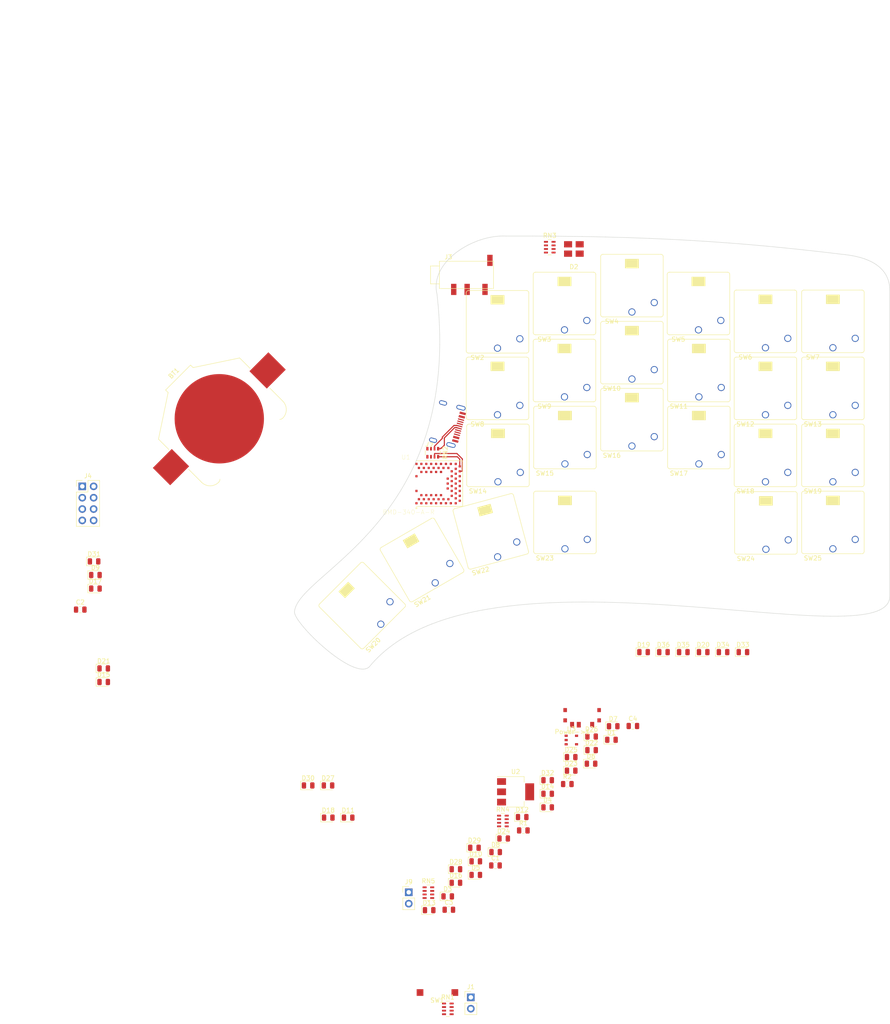
<source format=kicad_pcb>
(kicad_pcb (version 20171130) (host pcbnew 5.1.5)

  (general
    (thickness 1.6)
    (drawings 253)
    (tracks 23)
    (zones 0)
    (modules 83)
    (nets 114)
  )

  (page A4)
  (layers
    (0 F.Cu signal)
    (31 B.Cu signal)
    (32 B.Adhes user)
    (33 F.Adhes user)
    (34 B.Paste user)
    (35 F.Paste user)
    (36 B.SilkS user)
    (37 F.SilkS user)
    (38 B.Mask user)
    (39 F.Mask user)
    (40 Dwgs.User user)
    (41 Cmts.User user)
    (42 Eco1.User user)
    (43 Eco2.User user)
    (44 Edge.Cuts user)
    (45 Margin user)
    (46 B.CrtYd user)
    (47 F.CrtYd user)
    (48 B.Fab user)
    (49 F.Fab user)
  )

  (setup
    (last_trace_width 0.25)
    (trace_clearance 0.2)
    (zone_clearance 0.508)
    (zone_45_only no)
    (trace_min 0.2)
    (via_size 0.6)
    (via_drill 0.4)
    (via_min_size 0.4)
    (via_min_drill 0.3)
    (uvia_size 0.3)
    (uvia_drill 0.1)
    (uvias_allowed no)
    (uvia_min_size 0.2)
    (uvia_min_drill 0.1)
    (edge_width 0.15)
    (segment_width 0.2)
    (pcb_text_width 0.3)
    (pcb_text_size 1.5 1.5)
    (mod_edge_width 0.15)
    (mod_text_size 1 1)
    (mod_text_width 0.15)
    (pad_size 1.524 1.524)
    (pad_drill 0.762)
    (pad_to_mask_clearance 0.2)
    (aux_axis_origin 0 0)
    (visible_elements FFFFF77F)
    (pcbplotparams
      (layerselection 0x010f0_80000001)
      (usegerberextensions false)
      (usegerberattributes false)
      (usegerberadvancedattributes false)
      (creategerberjobfile false)
      (excludeedgelayer true)
      (linewidth 0.100000)
      (plotframeref false)
      (viasonmask false)
      (mode 1)
      (useauxorigin false)
      (hpglpennumber 1)
      (hpglpenspeed 20)
      (hpglpendiameter 15.000000)
      (psnegative false)
      (psa4output false)
      (plotreference true)
      (plotvalue true)
      (plotinvisibletext false)
      (padsonsilk false)
      (subtractmaskfromsilk false)
      (outputformat 1)
      (mirror false)
      (drillshape 1)
      (scaleselection 1)
      (outputdirectory "gerbers/"))
  )

  (net 0 "")
  (net 1 VDDA)
  (net 2 VSS)
  (net 3 VCC)
  (net 4 "Net-(C3-Pad2)")
  (net 5 PairLED)
  (net 6 "Net-(D2-Pad2)")
  (net 7 "Net-(D2-Pad1)")
  (net 8 "Net-(D2-Pad3)")
  (net 9 R1)
  (net 10 "Net-(D3-Pad2)")
  (net 11 "Net-(D4-Pad2)")
  (net 12 "Net-(D5-Pad2)")
  (net 13 "Net-(D6-Pad2)")
  (net 14 "Net-(D7-Pad2)")
  (net 15 "Net-(D8-Pad2)")
  (net 16 "Net-(D9-Pad2)")
  (net 17 "Net-(D10-Pad2)")
  (net 18 R2)
  (net 19 "Net-(D11-Pad2)")
  (net 20 "Net-(D12-Pad2)")
  (net 21 "Net-(D13-Pad2)")
  (net 22 "Net-(D14-Pad2)")
  (net 23 "Net-(D15-Pad2)")
  (net 24 R3)
  (net 25 "Net-(D16-Pad2)")
  (net 26 "Net-(D17-Pad2)")
  (net 27 "Net-(D18-Pad2)")
  (net 28 "Net-(D19-Pad2)")
  (net 29 "Net-(D20-Pad2)")
  (net 30 "Net-(D21-Pad2)")
  (net 31 "Net-(D22-Pad2)")
  (net 32 R4)
  (net 33 "Net-(D23-Pad2)")
  (net 34 "Net-(D24-Pad2)")
  (net 35 "Net-(D25-Pad2)")
  (net 36 "Net-(D26-Pad2)")
  (net 37 "Net-(D27-Pad2)")
  (net 38 "Net-(D28-Pad2)")
  (net 39 "Net-(D29-Pad2)")
  (net 40 "Net-(D30-Pad2)")
  (net 41 "Net-(D31-Pad2)")
  (net 42 "Net-(D32-Pad2)")
  (net 43 "Net-(D33-Pad2)")
  (net 44 "Net-(D34-Pad2)")
  (net 45 "Net-(D35-Pad2)")
  (net 46 "Net-(D36-Pad1)")
  (net 47 "Net-(D36-Pad2)")
  (net 48 SCL)
  (net 49 SDA)
  (net 50 SWDIO)
  (net 51 SWCLK)
  (net 52 P1.06)
  (net 53 P1.04)
  (net 54 P1.05)
  (net 55 P1.03)
  (net 56 D-)
  (net 57 D+)
  (net 58 "Net-(J7-PadB8)")
  (net 59 "Net-(J7-PadA5)")
  (net 60 "Net-(J7-PadB5)")
  (net 61 "Net-(J7-PadA8)")
  (net 62 +5V)
  (net 63 "Net-(Power->1-Pad3)")
  (net 64 "Net-(R1-Pad2)")
  (net 65 "Net-(RN1-Pad5)")
  (net 66 "Net-(RN1-Pad8)")
  (net 67 "Net-(RN1-Pad4)")
  (net 68 "Net-(RN1-Pad1)")
  (net 69 "Net-(RN2-Pad3)")
  (net 70 "Net-(RN2-Pad4)")
  (net 71 "Net-(RN2-Pad7)")
  (net 72 "Net-(RN2-Pad8)")
  (net 73 "Net-(RN2-Pad6)")
  (net 74 "Net-(RN2-Pad5)")
  (net 75 Other)
  (net 76 Red)
  (net 77 Green)
  (net 78 Blue)
  (net 79 RLed1)
  (net 80 RLed2)
  (net 81 RLed3)
  (net 82 RLed4)
  (net 83 RLed5)
  (net 84 RLed6)
  (net 85 RLed7)
  (net 86 RLed8)
  (net 87 PairButton)
  (net 88 C7)
  (net 89 C8)
  (net 90 C9)
  (net 91 C10)
  (net 92 C11)
  (net 93 C12)
  (net 94 "Net-(U1-Pad6)")
  (net 95 "Net-(U1-Pad7)")
  (net 96 "Net-(U1-Pad8)")
  (net 97 "Net-(U1-Pad9)")
  (net 98 "Net-(U1-Pad10)")
  (net 99 "Net-(U1-Pad11)")
  (net 100 "Net-(U1-Pad12)")
  (net 101 "Net-(U1-Pad15)")
  (net 102 "Net-(U1-Pad25)")
  (net 103 "Net-(U1-Pad26)")
  (net 104 "Net-(U1-Pad36)")
  (net 105 "Net-(U1-Pad40)")
  (net 106 "Net-(U1-Pad41)")
  (net 107 "Net-(U1-Pad42)")
  (net 108 "Net-(U1-Pad53)")
  (net 109 "Net-(U1-Pad54)")
  (net 110 "Net-(U1-Pad61)")
  (net 111 "Net-(U1-Pad62)")
  (net 112 "Net-(U1-Pad63)")
  (net 113 "Net-(U1-Pad64)")

  (net_class Default "This is the default net class."
    (clearance 0.2)
    (trace_width 0.25)
    (via_dia 0.6)
    (via_drill 0.4)
    (uvia_dia 0.3)
    (uvia_drill 0.1)
    (add_net +5V)
    (add_net Blue)
    (add_net C10)
    (add_net C11)
    (add_net C12)
    (add_net C7)
    (add_net C8)
    (add_net C9)
    (add_net D+)
    (add_net D-)
    (add_net Green)
    (add_net "Net-(C3-Pad2)")
    (add_net "Net-(D10-Pad2)")
    (add_net "Net-(D11-Pad2)")
    (add_net "Net-(D12-Pad2)")
    (add_net "Net-(D13-Pad2)")
    (add_net "Net-(D14-Pad2)")
    (add_net "Net-(D15-Pad2)")
    (add_net "Net-(D16-Pad2)")
    (add_net "Net-(D17-Pad2)")
    (add_net "Net-(D18-Pad2)")
    (add_net "Net-(D19-Pad2)")
    (add_net "Net-(D2-Pad1)")
    (add_net "Net-(D2-Pad2)")
    (add_net "Net-(D2-Pad3)")
    (add_net "Net-(D20-Pad2)")
    (add_net "Net-(D21-Pad2)")
    (add_net "Net-(D22-Pad2)")
    (add_net "Net-(D23-Pad2)")
    (add_net "Net-(D24-Pad2)")
    (add_net "Net-(D25-Pad2)")
    (add_net "Net-(D26-Pad2)")
    (add_net "Net-(D27-Pad2)")
    (add_net "Net-(D28-Pad2)")
    (add_net "Net-(D29-Pad2)")
    (add_net "Net-(D3-Pad2)")
    (add_net "Net-(D30-Pad2)")
    (add_net "Net-(D31-Pad2)")
    (add_net "Net-(D32-Pad2)")
    (add_net "Net-(D33-Pad2)")
    (add_net "Net-(D34-Pad2)")
    (add_net "Net-(D35-Pad2)")
    (add_net "Net-(D36-Pad1)")
    (add_net "Net-(D36-Pad2)")
    (add_net "Net-(D4-Pad2)")
    (add_net "Net-(D5-Pad2)")
    (add_net "Net-(D6-Pad2)")
    (add_net "Net-(D7-Pad2)")
    (add_net "Net-(D8-Pad2)")
    (add_net "Net-(D9-Pad2)")
    (add_net "Net-(J7-PadA5)")
    (add_net "Net-(J7-PadA8)")
    (add_net "Net-(J7-PadB5)")
    (add_net "Net-(J7-PadB8)")
    (add_net "Net-(Power->1-Pad3)")
    (add_net "Net-(R1-Pad2)")
    (add_net "Net-(RN1-Pad1)")
    (add_net "Net-(RN1-Pad4)")
    (add_net "Net-(RN1-Pad5)")
    (add_net "Net-(RN1-Pad8)")
    (add_net "Net-(RN2-Pad3)")
    (add_net "Net-(RN2-Pad4)")
    (add_net "Net-(RN2-Pad5)")
    (add_net "Net-(RN2-Pad6)")
    (add_net "Net-(RN2-Pad7)")
    (add_net "Net-(RN2-Pad8)")
    (add_net "Net-(U1-Pad10)")
    (add_net "Net-(U1-Pad11)")
    (add_net "Net-(U1-Pad12)")
    (add_net "Net-(U1-Pad15)")
    (add_net "Net-(U1-Pad25)")
    (add_net "Net-(U1-Pad26)")
    (add_net "Net-(U1-Pad36)")
    (add_net "Net-(U1-Pad40)")
    (add_net "Net-(U1-Pad41)")
    (add_net "Net-(U1-Pad42)")
    (add_net "Net-(U1-Pad53)")
    (add_net "Net-(U1-Pad54)")
    (add_net "Net-(U1-Pad6)")
    (add_net "Net-(U1-Pad61)")
    (add_net "Net-(U1-Pad62)")
    (add_net "Net-(U1-Pad63)")
    (add_net "Net-(U1-Pad64)")
    (add_net "Net-(U1-Pad7)")
    (add_net "Net-(U1-Pad8)")
    (add_net "Net-(U1-Pad9)")
    (add_net Other)
    (add_net P1.03)
    (add_net P1.04)
    (add_net P1.05)
    (add_net P1.06)
    (add_net PairButton)
    (add_net PairLED)
    (add_net R1)
    (add_net R2)
    (add_net R3)
    (add_net R4)
    (add_net RLed1)
    (add_net RLed2)
    (add_net RLed3)
    (add_net RLed4)
    (add_net RLed5)
    (add_net RLed6)
    (add_net RLed7)
    (add_net RLed8)
    (add_net Red)
    (add_net SCL)
    (add_net SDA)
    (add_net SWCLK)
    (add_net SWDIO)
    (add_net VCC)
    (add_net VDDA)
    (add_net VSS)
  )

  (module LOGO (layer F.Cu) (tedit 0) (tstamp 0)
    (at 0 0)
    (fp_text reference G*** (at 0 0) (layer F.SilkS) hide
      (effects (font (size 1.524 1.524) (thickness 0.3)))
    )
    (fp_text value LOGO (at 0.75 0) (layer F.SilkS) hide
      (effects (font (size 1.524 1.524) (thickness 0.3)))
    )
  )

  (module Battery:BatteryHolder_Keystone_3008_1x2450 (layer F.Cu) (tedit 5D9CBE11) (tstamp 5EEE70E6)
    (at 46.3 92.3 45)
    (descr http://www.keyelco.com/product-pdf.cfm?p=786)
    (tags "Keystone type 3008 coin cell retainer")
    (path /5EF4E658)
    (attr smd)
    (fp_text reference BT1 (at 0 -14.4 45) (layer F.SilkS)
      (effects (font (size 1 1) (thickness 0.15)))
    )
    (fp_text value LIR2450 (at 0 14 45) (layer F.Fab)
      (effects (font (size 1 1) (thickness 0.15)))
    )
    (fp_text user %R (at 0 0 45) (layer F.Fab)
      (effects (font (size 1 1) (thickness 0.15)))
    )
    (fp_arc (start 0 0) (end 0 12.8) (angle -41.7) (layer F.CrtYd) (width 0.05))
    (fp_arc (start 0 21) (end 9.15 10.05) (angle -3.2) (layer F.CrtYd) (width 0.05))
    (fp_arc (start 0 0) (end 0 12.8) (angle 41.7) (layer F.CrtYd) (width 0.05))
    (fp_arc (start 0 21) (end -9.15 10.05) (angle 3.2) (layer F.CrtYd) (width 0.05))
    (fp_arc (start 10.15 9) (end 10.15 10.45) (angle 45) (layer F.CrtYd) (width 0.05))
    (fp_arc (start -10.15 9) (end -10.15 10.45) (angle -45) (layer F.CrtYd) (width 0.05))
    (fp_arc (start 10.15 7.25) (end 10.15 10.45) (angle -90) (layer F.CrtYd) (width 0.05))
    (fp_arc (start -10.15 7.25) (end -10.15 10.45) (angle 90) (layer F.CrtYd) (width 0.05))
    (fp_arc (start 10.15 9) (end 10.15 9.95) (angle 45) (layer F.SilkS) (width 0.12))
    (fp_arc (start -10.15 9) (end -10.15 9.95) (angle -45) (layer F.SilkS) (width 0.12))
    (fp_arc (start 10.15 9) (end 10.15 9.8) (angle 45) (layer F.Fab) (width 0.1))
    (fp_arc (start -10.15 9) (end -10.15 9.8) (angle -45) (layer F.Fab) (width 0.1))
    (fp_arc (start 0 21) (end -9.6 9.58) (angle 80) (layer F.Fab) (width 0.1))
    (fp_arc (start -10.15 7.25) (end -10.15 9.95) (angle 90) (layer F.SilkS) (width 0.12))
    (fp_arc (start 10.15 7.25) (end 10.15 9.95) (angle -90) (layer F.SilkS) (width 0.12))
    (fp_line (start 12.85 3.1) (end 12.85 7.3) (layer F.SilkS) (width 0.12))
    (fp_line (start -12.85 3.1) (end -12.85 7.3) (layer F.SilkS) (width 0.12))
    (fp_line (start 13.35 3.25) (end 13.35 7.3) (layer F.CrtYd) (width 0.05))
    (fp_arc (start 10.15 7.25) (end 10.15 9.8) (angle -90) (layer F.Fab) (width 0.1))
    (fp_arc (start -10.15 7.25) (end -10.15 9.8) (angle 90) (layer F.Fab) (width 0.1))
    (fp_circle (center 0 0) (end 12.25 0) (layer Dwgs.User) (width 0.15))
    (fp_line (start 4.45 -13.55) (end 4.45 -12.55) (layer F.CrtYd) (width 0.05))
    (fp_line (start -4.45 -13.55) (end 4.45 -13.55) (layer F.CrtYd) (width 0.05))
    (fp_line (start -4.45 -13.55) (end -4.45 -12.55) (layer F.CrtYd) (width 0.05))
    (fp_line (start 4.45 -12.55) (end 13.35 -6.7) (layer F.CrtYd) (width 0.05))
    (fp_line (start 13.35 -6.7) (end 13.35 -3.25) (layer F.CrtYd) (width 0.05))
    (fp_line (start 18.8 3.25) (end 13.35 3.25) (layer F.CrtYd) (width 0.05))
    (fp_line (start 18.8 -3.25) (end 18.8 3.25) (layer F.CrtYd) (width 0.05))
    (fp_line (start 13.35 -3.25) (end 18.8 -3.25) (layer F.CrtYd) (width 0.05))
    (fp_line (start -4.45 -12.55) (end -13.35 -6.7) (layer F.CrtYd) (width 0.05))
    (fp_line (start -18.8 -3.25) (end -18.8 3.25) (layer F.CrtYd) (width 0.05))
    (fp_line (start -18.8 3.25) (end -13.35 3.25) (layer F.CrtYd) (width 0.05))
    (fp_line (start -13.35 3.25) (end -13.35 7.3) (layer F.CrtYd) (width 0.05))
    (fp_line (start -13.35 -3.25) (end -18.8 -3.25) (layer F.CrtYd) (width 0.05))
    (fp_line (start -13.35 -6.7) (end -13.35 -3.25) (layer F.CrtYd) (width 0.05))
    (fp_line (start 12.85 -6.4) (end 12.85 -3.1) (layer F.SilkS) (width 0.12))
    (fp_line (start 3.95 -12.25) (end 12.85 -6.4) (layer F.SilkS) (width 0.12))
    (fp_line (start 3.95 -13.05) (end 3.95 -12.25) (layer F.SilkS) (width 0.12))
    (fp_line (start -3.95 -13.05) (end 3.95 -13.05) (layer F.SilkS) (width 0.12))
    (fp_line (start -3.95 -13.05) (end -3.95 -12.25) (layer F.SilkS) (width 0.12))
    (fp_line (start -3.95 -12.25) (end -12.85 -6.4) (layer F.SilkS) (width 0.12))
    (fp_line (start -12.85 -6.4) (end -12.85 -3.1) (layer F.SilkS) (width 0.12))
    (fp_line (start 3.8 -12.2) (end 12.7 -6.35) (layer F.Fab) (width 0.1))
    (fp_line (start 12.7 -6.35) (end 12.7 7.3) (layer F.Fab) (width 0.1))
    (fp_line (start -3.8 -12.2) (end -12.7 -6.35) (layer F.Fab) (width 0.1))
    (fp_line (start -12.7 -6.35) (end -12.7 7.3) (layer F.Fab) (width 0.1))
    (fp_line (start -3.8 -12.9) (end -3.8 -12.2) (layer F.Fab) (width 0.1))
    (fp_line (start 3.8 -12.9) (end 3.8 -12.2) (layer F.Fab) (width 0.1))
    (fp_line (start -3.8 -12.9) (end 3.8 -12.9) (layer F.Fab) (width 0.1))
    (pad 1 smd rect (at -15.3 0 45) (size 6 5.5) (layers F.Cu F.Paste F.Mask)
      (net 1 VDDA))
    (pad 1 smd rect (at 15.3 0 45) (size 6 5.5) (layers F.Cu F.Paste F.Mask)
      (net 1 VDDA))
    (pad 2 smd circle (at 0 0 45) (size 20 20) (layers F.Cu F.Mask)
      (net 2 VSS))
    (model ${KISYS3DMOD}/Battery.3dshapes/BatteryHolder_Keystone_3008_1x2450.wrl
      (at (xyz 0 0 0))
      (scale (xyz 1 1 1))
      (rotate (xyz 0 0 0))
    )
  )

  (module Capacitor_SMD:C_0805_2012Metric (layer F.Cu) (tedit 5B36C52B) (tstamp 5EEE70F7)
    (at 108.145001 192.265001)
    (descr "Capacitor SMD 0805 (2012 Metric), square (rectangular) end terminal, IPC_7351 nominal, (Body size source: https://docs.google.com/spreadsheets/d/1BsfQQcO9C6DZCsRaXUlFlo91Tg2WpOkGARC1WS5S8t0/edit?usp=sharing), generated with kicad-footprint-generator")
    (tags capacitor)
    (path /5DA07B90)
    (attr smd)
    (fp_text reference C1 (at 0 -1.65) (layer F.SilkS)
      (effects (font (size 1 1) (thickness 0.15)))
    )
    (fp_text value 4.7uF (at 0 1.65) (layer F.Fab)
      (effects (font (size 1 1) (thickness 0.15)))
    )
    (fp_line (start -1 0.6) (end -1 -0.6) (layer F.Fab) (width 0.1))
    (fp_line (start -1 -0.6) (end 1 -0.6) (layer F.Fab) (width 0.1))
    (fp_line (start 1 -0.6) (end 1 0.6) (layer F.Fab) (width 0.1))
    (fp_line (start 1 0.6) (end -1 0.6) (layer F.Fab) (width 0.1))
    (fp_line (start -0.258578 -0.71) (end 0.258578 -0.71) (layer F.SilkS) (width 0.12))
    (fp_line (start -0.258578 0.71) (end 0.258578 0.71) (layer F.SilkS) (width 0.12))
    (fp_line (start -1.68 0.95) (end -1.68 -0.95) (layer F.CrtYd) (width 0.05))
    (fp_line (start -1.68 -0.95) (end 1.68 -0.95) (layer F.CrtYd) (width 0.05))
    (fp_line (start 1.68 -0.95) (end 1.68 0.95) (layer F.CrtYd) (width 0.05))
    (fp_line (start 1.68 0.95) (end -1.68 0.95) (layer F.CrtYd) (width 0.05))
    (fp_text user %R (at 0 0) (layer F.Fab)
      (effects (font (size 0.5 0.5) (thickness 0.08)))
    )
    (pad 1 smd roundrect (at -0.9375 0) (size 0.975 1.4) (layers F.Cu F.Paste F.Mask) (roundrect_rratio 0.25)
      (net 2 VSS))
    (pad 2 smd roundrect (at 0.9375 0) (size 0.975 1.4) (layers F.Cu F.Paste F.Mask) (roundrect_rratio 0.25)
      (net 3 VCC))
    (model ${KISYS3DMOD}/Capacitor_SMD.3dshapes/C_0805_2012Metric.wrl
      (at (xyz 0 0 0))
      (scale (xyz 1 1 1))
      (rotate (xyz 0 0 0))
    )
  )

  (module Capacitor_SMD:C_0805_2012Metric (layer F.Cu) (tedit 5B36C52B) (tstamp 5EEE7108)
    (at 15.165001 135.005001)
    (descr "Capacitor SMD 0805 (2012 Metric), square (rectangular) end terminal, IPC_7351 nominal, (Body size source: https://docs.google.com/spreadsheets/d/1BsfQQcO9C6DZCsRaXUlFlo91Tg2WpOkGARC1WS5S8t0/edit?usp=sharing), generated with kicad-footprint-generator")
    (tags capacitor)
    (path /5DA1D250)
    (attr smd)
    (fp_text reference C2 (at 0 -1.65) (layer F.SilkS)
      (effects (font (size 1 1) (thickness 0.15)))
    )
    (fp_text value 1uF (at 0 1.65) (layer F.Fab)
      (effects (font (size 1 1) (thickness 0.15)))
    )
    (fp_text user %R (at 0 0) (layer F.Fab)
      (effects (font (size 0.5 0.5) (thickness 0.08)))
    )
    (fp_line (start 1.68 0.95) (end -1.68 0.95) (layer F.CrtYd) (width 0.05))
    (fp_line (start 1.68 -0.95) (end 1.68 0.95) (layer F.CrtYd) (width 0.05))
    (fp_line (start -1.68 -0.95) (end 1.68 -0.95) (layer F.CrtYd) (width 0.05))
    (fp_line (start -1.68 0.95) (end -1.68 -0.95) (layer F.CrtYd) (width 0.05))
    (fp_line (start -0.258578 0.71) (end 0.258578 0.71) (layer F.SilkS) (width 0.12))
    (fp_line (start -0.258578 -0.71) (end 0.258578 -0.71) (layer F.SilkS) (width 0.12))
    (fp_line (start 1 0.6) (end -1 0.6) (layer F.Fab) (width 0.1))
    (fp_line (start 1 -0.6) (end 1 0.6) (layer F.Fab) (width 0.1))
    (fp_line (start -1 -0.6) (end 1 -0.6) (layer F.Fab) (width 0.1))
    (fp_line (start -1 0.6) (end -1 -0.6) (layer F.Fab) (width 0.1))
    (pad 2 smd roundrect (at 0.9375 0) (size 0.975 1.4) (layers F.Cu F.Paste F.Mask) (roundrect_rratio 0.25)
      (net 1 VDDA))
    (pad 1 smd roundrect (at -0.9375 0) (size 0.975 1.4) (layers F.Cu F.Paste F.Mask) (roundrect_rratio 0.25)
      (net 2 VSS))
    (model ${KISYS3DMOD}/Capacitor_SMD.3dshapes/C_0805_2012Metric.wrl
      (at (xyz 0 0 0))
      (scale (xyz 1 1 1))
      (rotate (xyz 0 0 0))
    )
  )

  (module Capacitor_SMD:C_0805_2012Metric (layer F.Cu) (tedit 5B36C52B) (tstamp 5EEE7119)
    (at 97.705001 202.175001)
    (descr "Capacitor SMD 0805 (2012 Metric), square (rectangular) end terminal, IPC_7351 nominal, (Body size source: https://docs.google.com/spreadsheets/d/1BsfQQcO9C6DZCsRaXUlFlo91Tg2WpOkGARC1WS5S8t0/edit?usp=sharing), generated with kicad-footprint-generator")
    (tags capacitor)
    (path /5DA1E361)
    (attr smd)
    (fp_text reference C3 (at 0 -1.65) (layer F.SilkS)
      (effects (font (size 1 1) (thickness 0.15)))
    )
    (fp_text value 1uF (at 0 1.65) (layer F.Fab)
      (effects (font (size 1 1) (thickness 0.15)))
    )
    (fp_line (start -1 0.6) (end -1 -0.6) (layer F.Fab) (width 0.1))
    (fp_line (start -1 -0.6) (end 1 -0.6) (layer F.Fab) (width 0.1))
    (fp_line (start 1 -0.6) (end 1 0.6) (layer F.Fab) (width 0.1))
    (fp_line (start 1 0.6) (end -1 0.6) (layer F.Fab) (width 0.1))
    (fp_line (start -0.258578 -0.71) (end 0.258578 -0.71) (layer F.SilkS) (width 0.12))
    (fp_line (start -0.258578 0.71) (end 0.258578 0.71) (layer F.SilkS) (width 0.12))
    (fp_line (start -1.68 0.95) (end -1.68 -0.95) (layer F.CrtYd) (width 0.05))
    (fp_line (start -1.68 -0.95) (end 1.68 -0.95) (layer F.CrtYd) (width 0.05))
    (fp_line (start 1.68 -0.95) (end 1.68 0.95) (layer F.CrtYd) (width 0.05))
    (fp_line (start 1.68 0.95) (end -1.68 0.95) (layer F.CrtYd) (width 0.05))
    (fp_text user %R (at 0 0) (layer F.Fab)
      (effects (font (size 0.5 0.5) (thickness 0.08)))
    )
    (pad 1 smd roundrect (at -0.9375 0) (size 0.975 1.4) (layers F.Cu F.Paste F.Mask) (roundrect_rratio 0.25)
      (net 2 VSS))
    (pad 2 smd roundrect (at 0.9375 0) (size 0.975 1.4) (layers F.Cu F.Paste F.Mask) (roundrect_rratio 0.25)
      (net 4 "Net-(C3-Pad2)"))
    (model ${KISYS3DMOD}/Capacitor_SMD.3dshapes/C_0805_2012Metric.wrl
      (at (xyz 0 0 0))
      (scale (xyz 1 1 1))
      (rotate (xyz 0 0 0))
    )
  )

  (module Capacitor_SMD:C_0805_2012Metric (layer F.Cu) (tedit 5B36C52B) (tstamp 5EEE712A)
    (at 138.915001 161.055001)
    (descr "Capacitor SMD 0805 (2012 Metric), square (rectangular) end terminal, IPC_7351 nominal, (Body size source: https://docs.google.com/spreadsheets/d/1BsfQQcO9C6DZCsRaXUlFlo91Tg2WpOkGARC1WS5S8t0/edit?usp=sharing), generated with kicad-footprint-generator")
    (tags capacitor)
    (path /5EF4F396)
    (attr smd)
    (fp_text reference C4 (at 0 -1.65) (layer F.SilkS)
      (effects (font (size 1 1) (thickness 0.15)))
    )
    (fp_text value 10uF (at 0 1.65) (layer F.Fab)
      (effects (font (size 1 1) (thickness 0.15)))
    )
    (fp_text user %R (at 0 0) (layer F.Fab)
      (effects (font (size 0.5 0.5) (thickness 0.08)))
    )
    (fp_line (start 1.68 0.95) (end -1.68 0.95) (layer F.CrtYd) (width 0.05))
    (fp_line (start 1.68 -0.95) (end 1.68 0.95) (layer F.CrtYd) (width 0.05))
    (fp_line (start -1.68 -0.95) (end 1.68 -0.95) (layer F.CrtYd) (width 0.05))
    (fp_line (start -1.68 0.95) (end -1.68 -0.95) (layer F.CrtYd) (width 0.05))
    (fp_line (start -0.258578 0.71) (end 0.258578 0.71) (layer F.SilkS) (width 0.12))
    (fp_line (start -0.258578 -0.71) (end 0.258578 -0.71) (layer F.SilkS) (width 0.12))
    (fp_line (start 1 0.6) (end -1 0.6) (layer F.Fab) (width 0.1))
    (fp_line (start 1 -0.6) (end 1 0.6) (layer F.Fab) (width 0.1))
    (fp_line (start -1 -0.6) (end 1 -0.6) (layer F.Fab) (width 0.1))
    (fp_line (start -1 0.6) (end -1 -0.6) (layer F.Fab) (width 0.1))
    (pad 2 smd roundrect (at 0.9375 0) (size 0.975 1.4) (layers F.Cu F.Paste F.Mask) (roundrect_rratio 0.25)
      (net 2 VSS))
    (pad 1 smd roundrect (at -0.9375 0) (size 0.975 1.4) (layers F.Cu F.Paste F.Mask) (roundrect_rratio 0.25)
      (net 1 VDDA))
    (model ${KISYS3DMOD}/Capacitor_SMD.3dshapes/C_0805_2012Metric.wrl
      (at (xyz 0 0 0))
      (scale (xyz 1 1 1))
      (rotate (xyz 0 0 0))
    )
  )

  (module LED_SMD:LED_0805_2012Metric (layer F.Cu) (tedit 5B36C52C) (tstamp 5EEE713D)
    (at 134.115001 164.140001)
    (descr "LED SMD 0805 (2012 Metric), square (rectangular) end terminal, IPC_7351 nominal, (Body size source: https://docs.google.com/spreadsheets/d/1BsfQQcO9C6DZCsRaXUlFlo91Tg2WpOkGARC1WS5S8t0/edit?usp=sharing), generated with kicad-footprint-generator")
    (tags diode)
    (path /5F2D91B3)
    (attr smd)
    (fp_text reference D1 (at 0 -1.65) (layer F.SilkS)
      (effects (font (size 1 1) (thickness 0.15)))
    )
    (fp_text value LED_Small (at 0 1.65) (layer F.Fab)
      (effects (font (size 1 1) (thickness 0.15)))
    )
    (fp_text user %R (at 0 0) (layer F.Fab)
      (effects (font (size 0.5 0.5) (thickness 0.08)))
    )
    (fp_line (start 1.68 0.95) (end -1.68 0.95) (layer F.CrtYd) (width 0.05))
    (fp_line (start 1.68 -0.95) (end 1.68 0.95) (layer F.CrtYd) (width 0.05))
    (fp_line (start -1.68 -0.95) (end 1.68 -0.95) (layer F.CrtYd) (width 0.05))
    (fp_line (start -1.68 0.95) (end -1.68 -0.95) (layer F.CrtYd) (width 0.05))
    (fp_line (start -1.685 0.96) (end 1 0.96) (layer F.SilkS) (width 0.12))
    (fp_line (start -1.685 -0.96) (end -1.685 0.96) (layer F.SilkS) (width 0.12))
    (fp_line (start 1 -0.96) (end -1.685 -0.96) (layer F.SilkS) (width 0.12))
    (fp_line (start 1 0.6) (end 1 -0.6) (layer F.Fab) (width 0.1))
    (fp_line (start -1 0.6) (end 1 0.6) (layer F.Fab) (width 0.1))
    (fp_line (start -1 -0.3) (end -1 0.6) (layer F.Fab) (width 0.1))
    (fp_line (start -0.7 -0.6) (end -1 -0.3) (layer F.Fab) (width 0.1))
    (fp_line (start 1 -0.6) (end -0.7 -0.6) (layer F.Fab) (width 0.1))
    (pad 2 smd roundrect (at 0.9375 0) (size 0.975 1.4) (layers F.Cu F.Paste F.Mask) (roundrect_rratio 0.25)
      (net 5 PairLED))
    (pad 1 smd roundrect (at -0.9375 0) (size 0.975 1.4) (layers F.Cu F.Paste F.Mask) (roundrect_rratio 0.25)
      (net 2 VSS))
    (model ${KISYS3DMOD}/LED_SMD.3dshapes/LED_0805_2012Metric.wrl
      (at (xyz 0 0 0))
      (scale (xyz 1 1 1))
      (rotate (xyz 0 0 0))
    )
  )

  (module Dragos:EKINGLUX-E6 (layer F.Cu) (tedit 5D9E8A3B) (tstamp 5EEE7145)
    (at 125.7 54.3)
    (path /5F067D0F)
    (fp_text reference D2 (at 0 4) (layer F.SilkS)
      (effects (font (size 1 1) (thickness 0.15)))
    )
    (fp_text value LED_BGRA (at 0 -4.4) (layer F.Fab)
      (effects (font (size 1 1) (thickness 0.15)))
    )
    (pad 2 smd rect (at -1.3 -1.05) (size 1.8 1.4) (layers F.Cu F.Paste F.Mask)
      (net 6 "Net-(D2-Pad2)"))
    (pad 1 smd rect (at 1.3 -1.05) (size 1.8 1.4) (layers F.Cu F.Paste F.Mask)
      (net 7 "Net-(D2-Pad1)"))
    (pad 4 smd rect (at -1.3 1.05) (size 1.8 1.4) (layers F.Cu F.Paste F.Mask)
      (net 3 VCC))
    (pad 3 smd rect (at 1.3 1.05) (size 1.8 1.4) (layers F.Cu F.Paste F.Mask)
      (net 8 "Net-(D2-Pad3)"))
  )

  (module Diode_SMD:D_0805_2012Metric (layer F.Cu) (tedit 5B36C52B) (tstamp 5EEE7158)
    (at 97.445001 199.180001)
    (descr "Diode SMD 0805 (2012 Metric), square (rectangular) end terminal, IPC_7351 nominal, (Body size source: https://docs.google.com/spreadsheets/d/1BsfQQcO9C6DZCsRaXUlFlo91Tg2WpOkGARC1WS5S8t0/edit?usp=sharing), generated with kicad-footprint-generator")
    (tags diode)
    (path /5F08D83D)
    (attr smd)
    (fp_text reference D3 (at 0 -1.65) (layer F.SilkS)
      (effects (font (size 1 1) (thickness 0.15)))
    )
    (fp_text value D (at 0 1.65) (layer F.Fab)
      (effects (font (size 1 1) (thickness 0.15)))
    )
    (fp_line (start 1 -0.6) (end -0.7 -0.6) (layer F.Fab) (width 0.1))
    (fp_line (start -0.7 -0.6) (end -1 -0.3) (layer F.Fab) (width 0.1))
    (fp_line (start -1 -0.3) (end -1 0.6) (layer F.Fab) (width 0.1))
    (fp_line (start -1 0.6) (end 1 0.6) (layer F.Fab) (width 0.1))
    (fp_line (start 1 0.6) (end 1 -0.6) (layer F.Fab) (width 0.1))
    (fp_line (start 1 -0.96) (end -1.685 -0.96) (layer F.SilkS) (width 0.12))
    (fp_line (start -1.685 -0.96) (end -1.685 0.96) (layer F.SilkS) (width 0.12))
    (fp_line (start -1.685 0.96) (end 1 0.96) (layer F.SilkS) (width 0.12))
    (fp_line (start -1.68 0.95) (end -1.68 -0.95) (layer F.CrtYd) (width 0.05))
    (fp_line (start -1.68 -0.95) (end 1.68 -0.95) (layer F.CrtYd) (width 0.05))
    (fp_line (start 1.68 -0.95) (end 1.68 0.95) (layer F.CrtYd) (width 0.05))
    (fp_line (start 1.68 0.95) (end -1.68 0.95) (layer F.CrtYd) (width 0.05))
    (fp_text user %R (at 0 0) (layer F.Fab)
      (effects (font (size 0.5 0.5) (thickness 0.08)))
    )
    (pad 1 smd roundrect (at -0.9375 0) (size 0.975 1.4) (layers F.Cu F.Paste F.Mask) (roundrect_rratio 0.25)
      (net 9 R1))
    (pad 2 smd roundrect (at 0.9375 0) (size 0.975 1.4) (layers F.Cu F.Paste F.Mask) (roundrect_rratio 0.25)
      (net 10 "Net-(D3-Pad2)"))
    (model ${KISYS3DMOD}/Diode_SMD.3dshapes/D_0805_2012Metric.wrl
      (at (xyz 0 0 0))
      (scale (xyz 1 1 1))
      (rotate (xyz 0 0 0))
    )
  )

  (module Diode_SMD:D_0805_2012Metric (layer F.Cu) (tedit 5B36C52B) (tstamp 5EEE716B)
    (at 119.825001 179.260001)
    (descr "Diode SMD 0805 (2012 Metric), square (rectangular) end terminal, IPC_7351 nominal, (Body size source: https://docs.google.com/spreadsheets/d/1BsfQQcO9C6DZCsRaXUlFlo91Tg2WpOkGARC1WS5S8t0/edit?usp=sharing), generated with kicad-footprint-generator")
    (tags diode)
    (path /5F08D827)
    (attr smd)
    (fp_text reference D4 (at 0 -1.65) (layer F.SilkS)
      (effects (font (size 1 1) (thickness 0.15)))
    )
    (fp_text value D (at 0 1.65) (layer F.Fab)
      (effects (font (size 1 1) (thickness 0.15)))
    )
    (fp_text user %R (at 0 0) (layer F.Fab)
      (effects (font (size 0.5 0.5) (thickness 0.08)))
    )
    (fp_line (start 1.68 0.95) (end -1.68 0.95) (layer F.CrtYd) (width 0.05))
    (fp_line (start 1.68 -0.95) (end 1.68 0.95) (layer F.CrtYd) (width 0.05))
    (fp_line (start -1.68 -0.95) (end 1.68 -0.95) (layer F.CrtYd) (width 0.05))
    (fp_line (start -1.68 0.95) (end -1.68 -0.95) (layer F.CrtYd) (width 0.05))
    (fp_line (start -1.685 0.96) (end 1 0.96) (layer F.SilkS) (width 0.12))
    (fp_line (start -1.685 -0.96) (end -1.685 0.96) (layer F.SilkS) (width 0.12))
    (fp_line (start 1 -0.96) (end -1.685 -0.96) (layer F.SilkS) (width 0.12))
    (fp_line (start 1 0.6) (end 1 -0.6) (layer F.Fab) (width 0.1))
    (fp_line (start -1 0.6) (end 1 0.6) (layer F.Fab) (width 0.1))
    (fp_line (start -1 -0.3) (end -1 0.6) (layer F.Fab) (width 0.1))
    (fp_line (start -0.7 -0.6) (end -1 -0.3) (layer F.Fab) (width 0.1))
    (fp_line (start 1 -0.6) (end -0.7 -0.6) (layer F.Fab) (width 0.1))
    (pad 2 smd roundrect (at 0.9375 0) (size 0.975 1.4) (layers F.Cu F.Paste F.Mask) (roundrect_rratio 0.25)
      (net 11 "Net-(D4-Pad2)"))
    (pad 1 smd roundrect (at -0.9375 0) (size 0.975 1.4) (layers F.Cu F.Paste F.Mask) (roundrect_rratio 0.25)
      (net 9 R1))
    (model ${KISYS3DMOD}/Diode_SMD.3dshapes/D_0805_2012Metric.wrl
      (at (xyz 0 0 0))
      (scale (xyz 1 1 1))
      (rotate (xyz 0 0 0))
    )
  )

  (module Diode_SMD:D_0805_2012Metric (layer F.Cu) (tedit 5B36C52B) (tstamp 5EEE717E)
    (at 103.735001 194.380001)
    (descr "Diode SMD 0805 (2012 Metric), square (rectangular) end terminal, IPC_7351 nominal, (Body size source: https://docs.google.com/spreadsheets/d/1BsfQQcO9C6DZCsRaXUlFlo91Tg2WpOkGARC1WS5S8t0/edit?usp=sharing), generated with kicad-footprint-generator")
    (tags diode)
    (path /5F08D811)
    (attr smd)
    (fp_text reference D5 (at 0 -1.65) (layer F.SilkS)
      (effects (font (size 1 1) (thickness 0.15)))
    )
    (fp_text value D (at 0 1.65) (layer F.Fab)
      (effects (font (size 1 1) (thickness 0.15)))
    )
    (fp_line (start 1 -0.6) (end -0.7 -0.6) (layer F.Fab) (width 0.1))
    (fp_line (start -0.7 -0.6) (end -1 -0.3) (layer F.Fab) (width 0.1))
    (fp_line (start -1 -0.3) (end -1 0.6) (layer F.Fab) (width 0.1))
    (fp_line (start -1 0.6) (end 1 0.6) (layer F.Fab) (width 0.1))
    (fp_line (start 1 0.6) (end 1 -0.6) (layer F.Fab) (width 0.1))
    (fp_line (start 1 -0.96) (end -1.685 -0.96) (layer F.SilkS) (width 0.12))
    (fp_line (start -1.685 -0.96) (end -1.685 0.96) (layer F.SilkS) (width 0.12))
    (fp_line (start -1.685 0.96) (end 1 0.96) (layer F.SilkS) (width 0.12))
    (fp_line (start -1.68 0.95) (end -1.68 -0.95) (layer F.CrtYd) (width 0.05))
    (fp_line (start -1.68 -0.95) (end 1.68 -0.95) (layer F.CrtYd) (width 0.05))
    (fp_line (start 1.68 -0.95) (end 1.68 0.95) (layer F.CrtYd) (width 0.05))
    (fp_line (start 1.68 0.95) (end -1.68 0.95) (layer F.CrtYd) (width 0.05))
    (fp_text user %R (at 0 0) (layer F.Fab)
      (effects (font (size 0.5 0.5) (thickness 0.08)))
    )
    (pad 1 smd roundrect (at -0.9375 0) (size 0.975 1.4) (layers F.Cu F.Paste F.Mask) (roundrect_rratio 0.25)
      (net 9 R1))
    (pad 2 smd roundrect (at 0.9375 0) (size 0.975 1.4) (layers F.Cu F.Paste F.Mask) (roundrect_rratio 0.25)
      (net 12 "Net-(D5-Pad2)"))
    (model ${KISYS3DMOD}/Diode_SMD.3dshapes/D_0805_2012Metric.wrl
      (at (xyz 0 0 0))
      (scale (xyz 1 1 1))
      (rotate (xyz 0 0 0))
    )
  )

  (module Diode_SMD:D_0805_2012Metric (layer F.Cu) (tedit 5B36C52B) (tstamp 5EEE7191)
    (at 129.545001 169.490001)
    (descr "Diode SMD 0805 (2012 Metric), square (rectangular) end terminal, IPC_7351 nominal, (Body size source: https://docs.google.com/spreadsheets/d/1BsfQQcO9C6DZCsRaXUlFlo91Tg2WpOkGARC1WS5S8t0/edit?usp=sharing), generated with kicad-footprint-generator")
    (tags diode)
    (path /5F08D7FB)
    (attr smd)
    (fp_text reference D6 (at 0 -1.65) (layer F.SilkS)
      (effects (font (size 1 1) (thickness 0.15)))
    )
    (fp_text value D (at 0 1.65) (layer F.Fab)
      (effects (font (size 1 1) (thickness 0.15)))
    )
    (fp_text user %R (at 0 0) (layer F.Fab)
      (effects (font (size 0.5 0.5) (thickness 0.08)))
    )
    (fp_line (start 1.68 0.95) (end -1.68 0.95) (layer F.CrtYd) (width 0.05))
    (fp_line (start 1.68 -0.95) (end 1.68 0.95) (layer F.CrtYd) (width 0.05))
    (fp_line (start -1.68 -0.95) (end 1.68 -0.95) (layer F.CrtYd) (width 0.05))
    (fp_line (start -1.68 0.95) (end -1.68 -0.95) (layer F.CrtYd) (width 0.05))
    (fp_line (start -1.685 0.96) (end 1 0.96) (layer F.SilkS) (width 0.12))
    (fp_line (start -1.685 -0.96) (end -1.685 0.96) (layer F.SilkS) (width 0.12))
    (fp_line (start 1 -0.96) (end -1.685 -0.96) (layer F.SilkS) (width 0.12))
    (fp_line (start 1 0.6) (end 1 -0.6) (layer F.Fab) (width 0.1))
    (fp_line (start -1 0.6) (end 1 0.6) (layer F.Fab) (width 0.1))
    (fp_line (start -1 -0.3) (end -1 0.6) (layer F.Fab) (width 0.1))
    (fp_line (start -0.7 -0.6) (end -1 -0.3) (layer F.Fab) (width 0.1))
    (fp_line (start 1 -0.6) (end -0.7 -0.6) (layer F.Fab) (width 0.1))
    (pad 2 smd roundrect (at 0.9375 0) (size 0.975 1.4) (layers F.Cu F.Paste F.Mask) (roundrect_rratio 0.25)
      (net 13 "Net-(D6-Pad2)"))
    (pad 1 smd roundrect (at -0.9375 0) (size 0.975 1.4) (layers F.Cu F.Paste F.Mask) (roundrect_rratio 0.25)
      (net 9 R1))
    (model ${KISYS3DMOD}/Diode_SMD.3dshapes/D_0805_2012Metric.wrl
      (at (xyz 0 0 0))
      (scale (xyz 1 1 1))
      (rotate (xyz 0 0 0))
    )
  )

  (module Diode_SMD:D_0805_2012Metric (layer F.Cu) (tedit 5B36C52B) (tstamp 5EEE71A4)
    (at 134.505001 161.100001)
    (descr "Diode SMD 0805 (2012 Metric), square (rectangular) end terminal, IPC_7351 nominal, (Body size source: https://docs.google.com/spreadsheets/d/1BsfQQcO9C6DZCsRaXUlFlo91Tg2WpOkGARC1WS5S8t0/edit?usp=sharing), generated with kicad-footprint-generator")
    (tags diode)
    (path /5F08D7E5)
    (attr smd)
    (fp_text reference D7 (at 0 -1.65) (layer F.SilkS)
      (effects (font (size 1 1) (thickness 0.15)))
    )
    (fp_text value D (at 0 1.65) (layer F.Fab)
      (effects (font (size 1 1) (thickness 0.15)))
    )
    (fp_line (start 1 -0.6) (end -0.7 -0.6) (layer F.Fab) (width 0.1))
    (fp_line (start -0.7 -0.6) (end -1 -0.3) (layer F.Fab) (width 0.1))
    (fp_line (start -1 -0.3) (end -1 0.6) (layer F.Fab) (width 0.1))
    (fp_line (start -1 0.6) (end 1 0.6) (layer F.Fab) (width 0.1))
    (fp_line (start 1 0.6) (end 1 -0.6) (layer F.Fab) (width 0.1))
    (fp_line (start 1 -0.96) (end -1.685 -0.96) (layer F.SilkS) (width 0.12))
    (fp_line (start -1.685 -0.96) (end -1.685 0.96) (layer F.SilkS) (width 0.12))
    (fp_line (start -1.685 0.96) (end 1 0.96) (layer F.SilkS) (width 0.12))
    (fp_line (start -1.68 0.95) (end -1.68 -0.95) (layer F.CrtYd) (width 0.05))
    (fp_line (start -1.68 -0.95) (end 1.68 -0.95) (layer F.CrtYd) (width 0.05))
    (fp_line (start 1.68 -0.95) (end 1.68 0.95) (layer F.CrtYd) (width 0.05))
    (fp_line (start 1.68 0.95) (end -1.68 0.95) (layer F.CrtYd) (width 0.05))
    (fp_text user %R (at 0 0) (layer F.Fab)
      (effects (font (size 0.5 0.5) (thickness 0.08)))
    )
    (pad 1 smd roundrect (at -0.9375 0) (size 0.975 1.4) (layers F.Cu F.Paste F.Mask) (roundrect_rratio 0.25)
      (net 9 R1))
    (pad 2 smd roundrect (at 0.9375 0) (size 0.975 1.4) (layers F.Cu F.Paste F.Mask) (roundrect_rratio 0.25)
      (net 14 "Net-(D7-Pad2)"))
    (model ${KISYS3DMOD}/Diode_SMD.3dshapes/D_0805_2012Metric.wrl
      (at (xyz 0 0 0))
      (scale (xyz 1 1 1))
      (rotate (xyz 0 0 0))
    )
  )

  (module Diode_SMD:D_0805_2012Metric (layer F.Cu) (tedit 5B36C52B) (tstamp 5EEE71B7)
    (at 108.185001 189.270001)
    (descr "Diode SMD 0805 (2012 Metric), square (rectangular) end terminal, IPC_7351 nominal, (Body size source: https://docs.google.com/spreadsheets/d/1BsfQQcO9C6DZCsRaXUlFlo91Tg2WpOkGARC1WS5S8t0/edit?usp=sharing), generated with kicad-footprint-generator")
    (tags diode)
    (path /5F08D7CF)
    (attr smd)
    (fp_text reference D8 (at 0 -1.65) (layer F.SilkS)
      (effects (font (size 1 1) (thickness 0.15)))
    )
    (fp_text value D (at 0 1.65) (layer F.Fab)
      (effects (font (size 1 1) (thickness 0.15)))
    )
    (fp_text user %R (at 0 0) (layer F.Fab)
      (effects (font (size 0.5 0.5) (thickness 0.08)))
    )
    (fp_line (start 1.68 0.95) (end -1.68 0.95) (layer F.CrtYd) (width 0.05))
    (fp_line (start 1.68 -0.95) (end 1.68 0.95) (layer F.CrtYd) (width 0.05))
    (fp_line (start -1.68 -0.95) (end 1.68 -0.95) (layer F.CrtYd) (width 0.05))
    (fp_line (start -1.68 0.95) (end -1.68 -0.95) (layer F.CrtYd) (width 0.05))
    (fp_line (start -1.685 0.96) (end 1 0.96) (layer F.SilkS) (width 0.12))
    (fp_line (start -1.685 -0.96) (end -1.685 0.96) (layer F.SilkS) (width 0.12))
    (fp_line (start 1 -0.96) (end -1.685 -0.96) (layer F.SilkS) (width 0.12))
    (fp_line (start 1 0.6) (end 1 -0.6) (layer F.Fab) (width 0.1))
    (fp_line (start -1 0.6) (end 1 0.6) (layer F.Fab) (width 0.1))
    (fp_line (start -1 -0.3) (end -1 0.6) (layer F.Fab) (width 0.1))
    (fp_line (start -0.7 -0.6) (end -1 -0.3) (layer F.Fab) (width 0.1))
    (fp_line (start 1 -0.6) (end -0.7 -0.6) (layer F.Fab) (width 0.1))
    (pad 2 smd roundrect (at 0.9375 0) (size 0.975 1.4) (layers F.Cu F.Paste F.Mask) (roundrect_rratio 0.25)
      (net 15 "Net-(D8-Pad2)"))
    (pad 1 smd roundrect (at -0.9375 0) (size 0.975 1.4) (layers F.Cu F.Paste F.Mask) (roundrect_rratio 0.25)
      (net 9 R1))
    (model ${KISYS3DMOD}/Diode_SMD.3dshapes/D_0805_2012Metric.wrl
      (at (xyz 0 0 0))
      (scale (xyz 1 1 1))
      (rotate (xyz 0 0 0))
    )
  )

  (module LED_SMD:LED_0805_2012Metric (layer F.Cu) (tedit 5B36C52C) (tstamp 5EEE71CA)
    (at 18.565001 127.260001)
    (descr "LED SMD 0805 (2012 Metric), square (rectangular) end terminal, IPC_7351 nominal, (Body size source: https://docs.google.com/spreadsheets/d/1BsfQQcO9C6DZCsRaXUlFlo91Tg2WpOkGARC1WS5S8t0/edit?usp=sharing), generated with kicad-footprint-generator")
    (tags diode)
    (path /5F093A4E)
    (attr smd)
    (fp_text reference D9 (at 0 -1.65) (layer F.SilkS)
      (effects (font (size 1 1) (thickness 0.15)))
    )
    (fp_text value LED_Small (at 0 1.65) (layer F.Fab)
      (effects (font (size 1 1) (thickness 0.15)))
    )
    (fp_text user %R (at 0 0) (layer F.Fab)
      (effects (font (size 0.5 0.5) (thickness 0.08)))
    )
    (fp_line (start 1.68 0.95) (end -1.68 0.95) (layer F.CrtYd) (width 0.05))
    (fp_line (start 1.68 -0.95) (end 1.68 0.95) (layer F.CrtYd) (width 0.05))
    (fp_line (start -1.68 -0.95) (end 1.68 -0.95) (layer F.CrtYd) (width 0.05))
    (fp_line (start -1.68 0.95) (end -1.68 -0.95) (layer F.CrtYd) (width 0.05))
    (fp_line (start -1.685 0.96) (end 1 0.96) (layer F.SilkS) (width 0.12))
    (fp_line (start -1.685 -0.96) (end -1.685 0.96) (layer F.SilkS) (width 0.12))
    (fp_line (start 1 -0.96) (end -1.685 -0.96) (layer F.SilkS) (width 0.12))
    (fp_line (start 1 0.6) (end 1 -0.6) (layer F.Fab) (width 0.1))
    (fp_line (start -1 0.6) (end 1 0.6) (layer F.Fab) (width 0.1))
    (fp_line (start -1 -0.3) (end -1 0.6) (layer F.Fab) (width 0.1))
    (fp_line (start -0.7 -0.6) (end -1 -0.3) (layer F.Fab) (width 0.1))
    (fp_line (start 1 -0.6) (end -0.7 -0.6) (layer F.Fab) (width 0.1))
    (pad 2 smd roundrect (at 0.9375 0) (size 0.975 1.4) (layers F.Cu F.Paste F.Mask) (roundrect_rratio 0.25)
      (net 16 "Net-(D9-Pad2)"))
    (pad 1 smd roundrect (at -0.9375 0) (size 0.975 1.4) (layers F.Cu F.Paste F.Mask) (roundrect_rratio 0.25)
      (net 2 VSS))
    (model ${KISYS3DMOD}/LED_SMD.3dshapes/LED_0805_2012Metric.wrl
      (at (xyz 0 0 0))
      (scale (xyz 1 1 1))
      (rotate (xyz 0 0 0))
    )
  )

  (module Diode_SMD:D_0805_2012Metric (layer F.Cu) (tedit 5B36C52B) (tstamp 5EEE71DD)
    (at 103.735001 191.340001)
    (descr "Diode SMD 0805 (2012 Metric), square (rectangular) end terminal, IPC_7351 nominal, (Body size source: https://docs.google.com/spreadsheets/d/1BsfQQcO9C6DZCsRaXUlFlo91Tg2WpOkGARC1WS5S8t0/edit?usp=sharing), generated with kicad-footprint-generator")
    (tags diode)
    (path /5F08D8C1)
    (attr smd)
    (fp_text reference D10 (at 0 -1.65) (layer F.SilkS)
      (effects (font (size 1 1) (thickness 0.15)))
    )
    (fp_text value D (at 0 1.65) (layer F.Fab)
      (effects (font (size 1 1) (thickness 0.15)))
    )
    (fp_text user %R (at 0 0) (layer F.Fab)
      (effects (font (size 0.5 0.5) (thickness 0.08)))
    )
    (fp_line (start 1.68 0.95) (end -1.68 0.95) (layer F.CrtYd) (width 0.05))
    (fp_line (start 1.68 -0.95) (end 1.68 0.95) (layer F.CrtYd) (width 0.05))
    (fp_line (start -1.68 -0.95) (end 1.68 -0.95) (layer F.CrtYd) (width 0.05))
    (fp_line (start -1.68 0.95) (end -1.68 -0.95) (layer F.CrtYd) (width 0.05))
    (fp_line (start -1.685 0.96) (end 1 0.96) (layer F.SilkS) (width 0.12))
    (fp_line (start -1.685 -0.96) (end -1.685 0.96) (layer F.SilkS) (width 0.12))
    (fp_line (start 1 -0.96) (end -1.685 -0.96) (layer F.SilkS) (width 0.12))
    (fp_line (start 1 0.6) (end 1 -0.6) (layer F.Fab) (width 0.1))
    (fp_line (start -1 0.6) (end 1 0.6) (layer F.Fab) (width 0.1))
    (fp_line (start -1 -0.3) (end -1 0.6) (layer F.Fab) (width 0.1))
    (fp_line (start -0.7 -0.6) (end -1 -0.3) (layer F.Fab) (width 0.1))
    (fp_line (start 1 -0.6) (end -0.7 -0.6) (layer F.Fab) (width 0.1))
    (pad 2 smd roundrect (at 0.9375 0) (size 0.975 1.4) (layers F.Cu F.Paste F.Mask) (roundrect_rratio 0.25)
      (net 17 "Net-(D10-Pad2)"))
    (pad 1 smd roundrect (at -0.9375 0) (size 0.975 1.4) (layers F.Cu F.Paste F.Mask) (roundrect_rratio 0.25)
      (net 18 R2))
    (model ${KISYS3DMOD}/Diode_SMD.3dshapes/D_0805_2012Metric.wrl
      (at (xyz 0 0 0))
      (scale (xyz 1 1 1))
      (rotate (xyz 0 0 0))
    )
  )

  (module Diode_SMD:D_0805_2012Metric (layer F.Cu) (tedit 5B36C52B) (tstamp 5EEE71F0)
    (at 75.155001 181.560001)
    (descr "Diode SMD 0805 (2012 Metric), square (rectangular) end terminal, IPC_7351 nominal, (Body size source: https://docs.google.com/spreadsheets/d/1BsfQQcO9C6DZCsRaXUlFlo91Tg2WpOkGARC1WS5S8t0/edit?usp=sharing), generated with kicad-footprint-generator")
    (tags diode)
    (path /5F08D8AB)
    (attr smd)
    (fp_text reference D11 (at 0 -1.65) (layer F.SilkS)
      (effects (font (size 1 1) (thickness 0.15)))
    )
    (fp_text value D (at 0 1.65) (layer F.Fab)
      (effects (font (size 1 1) (thickness 0.15)))
    )
    (fp_line (start 1 -0.6) (end -0.7 -0.6) (layer F.Fab) (width 0.1))
    (fp_line (start -0.7 -0.6) (end -1 -0.3) (layer F.Fab) (width 0.1))
    (fp_line (start -1 -0.3) (end -1 0.6) (layer F.Fab) (width 0.1))
    (fp_line (start -1 0.6) (end 1 0.6) (layer F.Fab) (width 0.1))
    (fp_line (start 1 0.6) (end 1 -0.6) (layer F.Fab) (width 0.1))
    (fp_line (start 1 -0.96) (end -1.685 -0.96) (layer F.SilkS) (width 0.12))
    (fp_line (start -1.685 -0.96) (end -1.685 0.96) (layer F.SilkS) (width 0.12))
    (fp_line (start -1.685 0.96) (end 1 0.96) (layer F.SilkS) (width 0.12))
    (fp_line (start -1.68 0.95) (end -1.68 -0.95) (layer F.CrtYd) (width 0.05))
    (fp_line (start -1.68 -0.95) (end 1.68 -0.95) (layer F.CrtYd) (width 0.05))
    (fp_line (start 1.68 -0.95) (end 1.68 0.95) (layer F.CrtYd) (width 0.05))
    (fp_line (start 1.68 0.95) (end -1.68 0.95) (layer F.CrtYd) (width 0.05))
    (fp_text user %R (at 0 0) (layer F.Fab)
      (effects (font (size 0.5 0.5) (thickness 0.08)))
    )
    (pad 1 smd roundrect (at -0.9375 0) (size 0.975 1.4) (layers F.Cu F.Paste F.Mask) (roundrect_rratio 0.25)
      (net 18 R2))
    (pad 2 smd roundrect (at 0.9375 0) (size 0.975 1.4) (layers F.Cu F.Paste F.Mask) (roundrect_rratio 0.25)
      (net 19 "Net-(D11-Pad2)"))
    (model ${KISYS3DMOD}/Diode_SMD.3dshapes/D_0805_2012Metric.wrl
      (at (xyz 0 0 0))
      (scale (xyz 1 1 1))
      (rotate (xyz 0 0 0))
    )
  )

  (module Diode_SMD:D_0805_2012Metric (layer F.Cu) (tedit 5B36C52B) (tstamp 5EEE7203)
    (at 114.125001 181.430001)
    (descr "Diode SMD 0805 (2012 Metric), square (rectangular) end terminal, IPC_7351 nominal, (Body size source: https://docs.google.com/spreadsheets/d/1BsfQQcO9C6DZCsRaXUlFlo91Tg2WpOkGARC1WS5S8t0/edit?usp=sharing), generated with kicad-footprint-generator")
    (tags diode)
    (path /5F08D895)
    (attr smd)
    (fp_text reference D12 (at 0 -1.65) (layer F.SilkS)
      (effects (font (size 1 1) (thickness 0.15)))
    )
    (fp_text value D (at 0 1.65) (layer F.Fab)
      (effects (font (size 1 1) (thickness 0.15)))
    )
    (fp_text user %R (at 0 0) (layer F.Fab)
      (effects (font (size 0.5 0.5) (thickness 0.08)))
    )
    (fp_line (start 1.68 0.95) (end -1.68 0.95) (layer F.CrtYd) (width 0.05))
    (fp_line (start 1.68 -0.95) (end 1.68 0.95) (layer F.CrtYd) (width 0.05))
    (fp_line (start -1.68 -0.95) (end 1.68 -0.95) (layer F.CrtYd) (width 0.05))
    (fp_line (start -1.68 0.95) (end -1.68 -0.95) (layer F.CrtYd) (width 0.05))
    (fp_line (start -1.685 0.96) (end 1 0.96) (layer F.SilkS) (width 0.12))
    (fp_line (start -1.685 -0.96) (end -1.685 0.96) (layer F.SilkS) (width 0.12))
    (fp_line (start 1 -0.96) (end -1.685 -0.96) (layer F.SilkS) (width 0.12))
    (fp_line (start 1 0.6) (end 1 -0.6) (layer F.Fab) (width 0.1))
    (fp_line (start -1 0.6) (end 1 0.6) (layer F.Fab) (width 0.1))
    (fp_line (start -1 -0.3) (end -1 0.6) (layer F.Fab) (width 0.1))
    (fp_line (start -0.7 -0.6) (end -1 -0.3) (layer F.Fab) (width 0.1))
    (fp_line (start 1 -0.6) (end -0.7 -0.6) (layer F.Fab) (width 0.1))
    (pad 2 smd roundrect (at 0.9375 0) (size 0.975 1.4) (layers F.Cu F.Paste F.Mask) (roundrect_rratio 0.25)
      (net 20 "Net-(D12-Pad2)"))
    (pad 1 smd roundrect (at -0.9375 0) (size 0.975 1.4) (layers F.Cu F.Paste F.Mask) (roundrect_rratio 0.25)
      (net 18 R2))
    (model ${KISYS3DMOD}/Diode_SMD.3dshapes/D_0805_2012Metric.wrl
      (at (xyz 0 0 0))
      (scale (xyz 1 1 1))
      (rotate (xyz 0 0 0))
    )
  )

  (module Diode_SMD:D_0805_2012Metric (layer F.Cu) (tedit 5B36C52B) (tstamp 5EEE7216)
    (at 93.295001 202.270001)
    (descr "Diode SMD 0805 (2012 Metric), square (rectangular) end terminal, IPC_7351 nominal, (Body size source: https://docs.google.com/spreadsheets/d/1BsfQQcO9C6DZCsRaXUlFlo91Tg2WpOkGARC1WS5S8t0/edit?usp=sharing), generated with kicad-footprint-generator")
    (tags diode)
    (path /5F08D87F)
    (attr smd)
    (fp_text reference D13 (at 0 -1.65) (layer F.SilkS)
      (effects (font (size 1 1) (thickness 0.15)))
    )
    (fp_text value D (at 0 1.65) (layer F.Fab)
      (effects (font (size 1 1) (thickness 0.15)))
    )
    (fp_text user %R (at 0 0) (layer F.Fab)
      (effects (font (size 0.5 0.5) (thickness 0.08)))
    )
    (fp_line (start 1.68 0.95) (end -1.68 0.95) (layer F.CrtYd) (width 0.05))
    (fp_line (start 1.68 -0.95) (end 1.68 0.95) (layer F.CrtYd) (width 0.05))
    (fp_line (start -1.68 -0.95) (end 1.68 -0.95) (layer F.CrtYd) (width 0.05))
    (fp_line (start -1.68 0.95) (end -1.68 -0.95) (layer F.CrtYd) (width 0.05))
    (fp_line (start -1.685 0.96) (end 1 0.96) (layer F.SilkS) (width 0.12))
    (fp_line (start -1.685 -0.96) (end -1.685 0.96) (layer F.SilkS) (width 0.12))
    (fp_line (start 1 -0.96) (end -1.685 -0.96) (layer F.SilkS) (width 0.12))
    (fp_line (start 1 0.6) (end 1 -0.6) (layer F.Fab) (width 0.1))
    (fp_line (start -1 0.6) (end 1 0.6) (layer F.Fab) (width 0.1))
    (fp_line (start -1 -0.3) (end -1 0.6) (layer F.Fab) (width 0.1))
    (fp_line (start -0.7 -0.6) (end -1 -0.3) (layer F.Fab) (width 0.1))
    (fp_line (start 1 -0.6) (end -0.7 -0.6) (layer F.Fab) (width 0.1))
    (pad 2 smd roundrect (at 0.9375 0) (size 0.975 1.4) (layers F.Cu F.Paste F.Mask) (roundrect_rratio 0.25)
      (net 21 "Net-(D13-Pad2)"))
    (pad 1 smd roundrect (at -0.9375 0) (size 0.975 1.4) (layers F.Cu F.Paste F.Mask) (roundrect_rratio 0.25)
      (net 18 R2))
    (model ${KISYS3DMOD}/Diode_SMD.3dshapes/D_0805_2012Metric.wrl
      (at (xyz 0 0 0))
      (scale (xyz 1 1 1))
      (rotate (xyz 0 0 0))
    )
  )

  (module Diode_SMD:D_0805_2012Metric (layer F.Cu) (tedit 5B36C52B) (tstamp 5EEE7229)
    (at 119.825001 176.220001)
    (descr "Diode SMD 0805 (2012 Metric), square (rectangular) end terminal, IPC_7351 nominal, (Body size source: https://docs.google.com/spreadsheets/d/1BsfQQcO9C6DZCsRaXUlFlo91Tg2WpOkGARC1WS5S8t0/edit?usp=sharing), generated with kicad-footprint-generator")
    (tags diode)
    (path /5F08D869)
    (attr smd)
    (fp_text reference D14 (at 0 -1.65) (layer F.SilkS)
      (effects (font (size 1 1) (thickness 0.15)))
    )
    (fp_text value D (at 0 1.65) (layer F.Fab)
      (effects (font (size 1 1) (thickness 0.15)))
    )
    (fp_line (start 1 -0.6) (end -0.7 -0.6) (layer F.Fab) (width 0.1))
    (fp_line (start -0.7 -0.6) (end -1 -0.3) (layer F.Fab) (width 0.1))
    (fp_line (start -1 -0.3) (end -1 0.6) (layer F.Fab) (width 0.1))
    (fp_line (start -1 0.6) (end 1 0.6) (layer F.Fab) (width 0.1))
    (fp_line (start 1 0.6) (end 1 -0.6) (layer F.Fab) (width 0.1))
    (fp_line (start 1 -0.96) (end -1.685 -0.96) (layer F.SilkS) (width 0.12))
    (fp_line (start -1.685 -0.96) (end -1.685 0.96) (layer F.SilkS) (width 0.12))
    (fp_line (start -1.685 0.96) (end 1 0.96) (layer F.SilkS) (width 0.12))
    (fp_line (start -1.68 0.95) (end -1.68 -0.95) (layer F.CrtYd) (width 0.05))
    (fp_line (start -1.68 -0.95) (end 1.68 -0.95) (layer F.CrtYd) (width 0.05))
    (fp_line (start 1.68 -0.95) (end 1.68 0.95) (layer F.CrtYd) (width 0.05))
    (fp_line (start 1.68 0.95) (end -1.68 0.95) (layer F.CrtYd) (width 0.05))
    (fp_text user %R (at 0 0) (layer F.Fab)
      (effects (font (size 0.5 0.5) (thickness 0.08)))
    )
    (pad 1 smd roundrect (at -0.9375 0) (size 0.975 1.4) (layers F.Cu F.Paste F.Mask) (roundrect_rratio 0.25)
      (net 18 R2))
    (pad 2 smd roundrect (at 0.9375 0) (size 0.975 1.4) (layers F.Cu F.Paste F.Mask) (roundrect_rratio 0.25)
      (net 22 "Net-(D14-Pad2)"))
    (model ${KISYS3DMOD}/Diode_SMD.3dshapes/D_0805_2012Metric.wrl
      (at (xyz 0 0 0))
      (scale (xyz 1 1 1))
      (rotate (xyz 0 0 0))
    )
  )

  (module Diode_SMD:D_0805_2012Metric (layer F.Cu) (tedit 5B36C52B) (tstamp 5EEE723C)
    (at 20.415001 151.210001)
    (descr "Diode SMD 0805 (2012 Metric), square (rectangular) end terminal, IPC_7351 nominal, (Body size source: https://docs.google.com/spreadsheets/d/1BsfQQcO9C6DZCsRaXUlFlo91Tg2WpOkGARC1WS5S8t0/edit?usp=sharing), generated with kicad-footprint-generator")
    (tags diode)
    (path /5F08D853)
    (attr smd)
    (fp_text reference D15 (at 0 -1.65) (layer F.SilkS)
      (effects (font (size 1 1) (thickness 0.15)))
    )
    (fp_text value D (at 0 1.65) (layer F.Fab)
      (effects (font (size 1 1) (thickness 0.15)))
    )
    (fp_text user %R (at 0 0) (layer F.Fab)
      (effects (font (size 0.5 0.5) (thickness 0.08)))
    )
    (fp_line (start 1.68 0.95) (end -1.68 0.95) (layer F.CrtYd) (width 0.05))
    (fp_line (start 1.68 -0.95) (end 1.68 0.95) (layer F.CrtYd) (width 0.05))
    (fp_line (start -1.68 -0.95) (end 1.68 -0.95) (layer F.CrtYd) (width 0.05))
    (fp_line (start -1.68 0.95) (end -1.68 -0.95) (layer F.CrtYd) (width 0.05))
    (fp_line (start -1.685 0.96) (end 1 0.96) (layer F.SilkS) (width 0.12))
    (fp_line (start -1.685 -0.96) (end -1.685 0.96) (layer F.SilkS) (width 0.12))
    (fp_line (start 1 -0.96) (end -1.685 -0.96) (layer F.SilkS) (width 0.12))
    (fp_line (start 1 0.6) (end 1 -0.6) (layer F.Fab) (width 0.1))
    (fp_line (start -1 0.6) (end 1 0.6) (layer F.Fab) (width 0.1))
    (fp_line (start -1 -0.3) (end -1 0.6) (layer F.Fab) (width 0.1))
    (fp_line (start -0.7 -0.6) (end -1 -0.3) (layer F.Fab) (width 0.1))
    (fp_line (start 1 -0.6) (end -0.7 -0.6) (layer F.Fab) (width 0.1))
    (pad 2 smd roundrect (at 0.9375 0) (size 0.975 1.4) (layers F.Cu F.Paste F.Mask) (roundrect_rratio 0.25)
      (net 23 "Net-(D15-Pad2)"))
    (pad 1 smd roundrect (at -0.9375 0) (size 0.975 1.4) (layers F.Cu F.Paste F.Mask) (roundrect_rratio 0.25)
      (net 18 R2))
    (model ${KISYS3DMOD}/Diode_SMD.3dshapes/D_0805_2012Metric.wrl
      (at (xyz 0 0 0))
      (scale (xyz 1 1 1))
      (rotate (xyz 0 0 0))
    )
  )

  (module Diode_SMD:D_0805_2012Metric (layer F.Cu) (tedit 5B36C52B) (tstamp 5EEE724F)
    (at 99.285001 196.140001)
    (descr "Diode SMD 0805 (2012 Metric), square (rectangular) end terminal, IPC_7351 nominal, (Body size source: https://docs.google.com/spreadsheets/d/1BsfQQcO9C6DZCsRaXUlFlo91Tg2WpOkGARC1WS5S8t0/edit?usp=sharing), generated with kicad-footprint-generator")
    (tags diode)
    (path /5F08D945)
    (attr smd)
    (fp_text reference D16 (at 0 -1.65) (layer F.SilkS)
      (effects (font (size 1 1) (thickness 0.15)))
    )
    (fp_text value D (at 0 1.65) (layer F.Fab)
      (effects (font (size 1 1) (thickness 0.15)))
    )
    (fp_line (start 1 -0.6) (end -0.7 -0.6) (layer F.Fab) (width 0.1))
    (fp_line (start -0.7 -0.6) (end -1 -0.3) (layer F.Fab) (width 0.1))
    (fp_line (start -1 -0.3) (end -1 0.6) (layer F.Fab) (width 0.1))
    (fp_line (start -1 0.6) (end 1 0.6) (layer F.Fab) (width 0.1))
    (fp_line (start 1 0.6) (end 1 -0.6) (layer F.Fab) (width 0.1))
    (fp_line (start 1 -0.96) (end -1.685 -0.96) (layer F.SilkS) (width 0.12))
    (fp_line (start -1.685 -0.96) (end -1.685 0.96) (layer F.SilkS) (width 0.12))
    (fp_line (start -1.685 0.96) (end 1 0.96) (layer F.SilkS) (width 0.12))
    (fp_line (start -1.68 0.95) (end -1.68 -0.95) (layer F.CrtYd) (width 0.05))
    (fp_line (start -1.68 -0.95) (end 1.68 -0.95) (layer F.CrtYd) (width 0.05))
    (fp_line (start 1.68 -0.95) (end 1.68 0.95) (layer F.CrtYd) (width 0.05))
    (fp_line (start 1.68 0.95) (end -1.68 0.95) (layer F.CrtYd) (width 0.05))
    (fp_text user %R (at 0 0) (layer F.Fab)
      (effects (font (size 0.5 0.5) (thickness 0.08)))
    )
    (pad 1 smd roundrect (at -0.9375 0) (size 0.975 1.4) (layers F.Cu F.Paste F.Mask) (roundrect_rratio 0.25)
      (net 24 R3))
    (pad 2 smd roundrect (at 0.9375 0) (size 0.975 1.4) (layers F.Cu F.Paste F.Mask) (roundrect_rratio 0.25)
      (net 25 "Net-(D16-Pad2)"))
    (model ${KISYS3DMOD}/Diode_SMD.3dshapes/D_0805_2012Metric.wrl
      (at (xyz 0 0 0))
      (scale (xyz 1 1 1))
      (rotate (xyz 0 0 0))
    )
  )

  (module Diode_SMD:D_0805_2012Metric (layer F.Cu) (tedit 5B36C52B) (tstamp 5EEE7262)
    (at 18.565001 130.300001)
    (descr "Diode SMD 0805 (2012 Metric), square (rectangular) end terminal, IPC_7351 nominal, (Body size source: https://docs.google.com/spreadsheets/d/1BsfQQcO9C6DZCsRaXUlFlo91Tg2WpOkGARC1WS5S8t0/edit?usp=sharing), generated with kicad-footprint-generator")
    (tags diode)
    (path /5F08D92F)
    (attr smd)
    (fp_text reference D17 (at 0 -1.65) (layer F.SilkS)
      (effects (font (size 1 1) (thickness 0.15)))
    )
    (fp_text value D (at 0 1.65) (layer F.Fab)
      (effects (font (size 1 1) (thickness 0.15)))
    )
    (fp_text user %R (at 0 0) (layer F.Fab)
      (effects (font (size 0.5 0.5) (thickness 0.08)))
    )
    (fp_line (start 1.68 0.95) (end -1.68 0.95) (layer F.CrtYd) (width 0.05))
    (fp_line (start 1.68 -0.95) (end 1.68 0.95) (layer F.CrtYd) (width 0.05))
    (fp_line (start -1.68 -0.95) (end 1.68 -0.95) (layer F.CrtYd) (width 0.05))
    (fp_line (start -1.68 0.95) (end -1.68 -0.95) (layer F.CrtYd) (width 0.05))
    (fp_line (start -1.685 0.96) (end 1 0.96) (layer F.SilkS) (width 0.12))
    (fp_line (start -1.685 -0.96) (end -1.685 0.96) (layer F.SilkS) (width 0.12))
    (fp_line (start 1 -0.96) (end -1.685 -0.96) (layer F.SilkS) (width 0.12))
    (fp_line (start 1 0.6) (end 1 -0.6) (layer F.Fab) (width 0.1))
    (fp_line (start -1 0.6) (end 1 0.6) (layer F.Fab) (width 0.1))
    (fp_line (start -1 -0.3) (end -1 0.6) (layer F.Fab) (width 0.1))
    (fp_line (start -0.7 -0.6) (end -1 -0.3) (layer F.Fab) (width 0.1))
    (fp_line (start 1 -0.6) (end -0.7 -0.6) (layer F.Fab) (width 0.1))
    (pad 2 smd roundrect (at 0.9375 0) (size 0.975 1.4) (layers F.Cu F.Paste F.Mask) (roundrect_rratio 0.25)
      (net 26 "Net-(D17-Pad2)"))
    (pad 1 smd roundrect (at -0.9375 0) (size 0.975 1.4) (layers F.Cu F.Paste F.Mask) (roundrect_rratio 0.25)
      (net 24 R3))
    (model ${KISYS3DMOD}/Diode_SMD.3dshapes/D_0805_2012Metric.wrl
      (at (xyz 0 0 0))
      (scale (xyz 1 1 1))
      (rotate (xyz 0 0 0))
    )
  )

  (module Diode_SMD:D_0805_2012Metric (layer F.Cu) (tedit 5B36C52B) (tstamp 5EEE7275)
    (at 70.705001 181.560001)
    (descr "Diode SMD 0805 (2012 Metric), square (rectangular) end terminal, IPC_7351 nominal, (Body size source: https://docs.google.com/spreadsheets/d/1BsfQQcO9C6DZCsRaXUlFlo91Tg2WpOkGARC1WS5S8t0/edit?usp=sharing), generated with kicad-footprint-generator")
    (tags diode)
    (path /5F08D919)
    (attr smd)
    (fp_text reference D18 (at 0 -1.65) (layer F.SilkS)
      (effects (font (size 1 1) (thickness 0.15)))
    )
    (fp_text value D (at 0 1.65) (layer F.Fab)
      (effects (font (size 1 1) (thickness 0.15)))
    )
    (fp_line (start 1 -0.6) (end -0.7 -0.6) (layer F.Fab) (width 0.1))
    (fp_line (start -0.7 -0.6) (end -1 -0.3) (layer F.Fab) (width 0.1))
    (fp_line (start -1 -0.3) (end -1 0.6) (layer F.Fab) (width 0.1))
    (fp_line (start -1 0.6) (end 1 0.6) (layer F.Fab) (width 0.1))
    (fp_line (start 1 0.6) (end 1 -0.6) (layer F.Fab) (width 0.1))
    (fp_line (start 1 -0.96) (end -1.685 -0.96) (layer F.SilkS) (width 0.12))
    (fp_line (start -1.685 -0.96) (end -1.685 0.96) (layer F.SilkS) (width 0.12))
    (fp_line (start -1.685 0.96) (end 1 0.96) (layer F.SilkS) (width 0.12))
    (fp_line (start -1.68 0.95) (end -1.68 -0.95) (layer F.CrtYd) (width 0.05))
    (fp_line (start -1.68 -0.95) (end 1.68 -0.95) (layer F.CrtYd) (width 0.05))
    (fp_line (start 1.68 -0.95) (end 1.68 0.95) (layer F.CrtYd) (width 0.05))
    (fp_line (start 1.68 0.95) (end -1.68 0.95) (layer F.CrtYd) (width 0.05))
    (fp_text user %R (at 0 0) (layer F.Fab)
      (effects (font (size 0.5 0.5) (thickness 0.08)))
    )
    (pad 1 smd roundrect (at -0.9375 0) (size 0.975 1.4) (layers F.Cu F.Paste F.Mask) (roundrect_rratio 0.25)
      (net 24 R3))
    (pad 2 smd roundrect (at 0.9375 0) (size 0.975 1.4) (layers F.Cu F.Paste F.Mask) (roundrect_rratio 0.25)
      (net 27 "Net-(D18-Pad2)"))
    (model ${KISYS3DMOD}/Diode_SMD.3dshapes/D_0805_2012Metric.wrl
      (at (xyz 0 0 0))
      (scale (xyz 1 1 1))
      (rotate (xyz 0 0 0))
    )
  )

  (module Diode_SMD:D_0805_2012Metric (layer F.Cu) (tedit 5B36C52B) (tstamp 5EEE7288)
    (at 141.305001 144.520001)
    (descr "Diode SMD 0805 (2012 Metric), square (rectangular) end terminal, IPC_7351 nominal, (Body size source: https://docs.google.com/spreadsheets/d/1BsfQQcO9C6DZCsRaXUlFlo91Tg2WpOkGARC1WS5S8t0/edit?usp=sharing), generated with kicad-footprint-generator")
    (tags diode)
    (path /5F08D903)
    (attr smd)
    (fp_text reference D19 (at 0 -1.65) (layer F.SilkS)
      (effects (font (size 1 1) (thickness 0.15)))
    )
    (fp_text value D (at 0 1.65) (layer F.Fab)
      (effects (font (size 1 1) (thickness 0.15)))
    )
    (fp_text user %R (at 0 0) (layer F.Fab)
      (effects (font (size 0.5 0.5) (thickness 0.08)))
    )
    (fp_line (start 1.68 0.95) (end -1.68 0.95) (layer F.CrtYd) (width 0.05))
    (fp_line (start 1.68 -0.95) (end 1.68 0.95) (layer F.CrtYd) (width 0.05))
    (fp_line (start -1.68 -0.95) (end 1.68 -0.95) (layer F.CrtYd) (width 0.05))
    (fp_line (start -1.68 0.95) (end -1.68 -0.95) (layer F.CrtYd) (width 0.05))
    (fp_line (start -1.685 0.96) (end 1 0.96) (layer F.SilkS) (width 0.12))
    (fp_line (start -1.685 -0.96) (end -1.685 0.96) (layer F.SilkS) (width 0.12))
    (fp_line (start 1 -0.96) (end -1.685 -0.96) (layer F.SilkS) (width 0.12))
    (fp_line (start 1 0.6) (end 1 -0.6) (layer F.Fab) (width 0.1))
    (fp_line (start -1 0.6) (end 1 0.6) (layer F.Fab) (width 0.1))
    (fp_line (start -1 -0.3) (end -1 0.6) (layer F.Fab) (width 0.1))
    (fp_line (start -0.7 -0.6) (end -1 -0.3) (layer F.Fab) (width 0.1))
    (fp_line (start 1 -0.6) (end -0.7 -0.6) (layer F.Fab) (width 0.1))
    (pad 2 smd roundrect (at 0.9375 0) (size 0.975 1.4) (layers F.Cu F.Paste F.Mask) (roundrect_rratio 0.25)
      (net 28 "Net-(D19-Pad2)"))
    (pad 1 smd roundrect (at -0.9375 0) (size 0.975 1.4) (layers F.Cu F.Paste F.Mask) (roundrect_rratio 0.25)
      (net 24 R3))
    (model ${KISYS3DMOD}/Diode_SMD.3dshapes/D_0805_2012Metric.wrl
      (at (xyz 0 0 0))
      (scale (xyz 1 1 1))
      (rotate (xyz 0 0 0))
    )
  )

  (module Diode_SMD:D_0805_2012Metric (layer F.Cu) (tedit 5B36C52B) (tstamp 5EEE729B)
    (at 154.655001 144.520001)
    (descr "Diode SMD 0805 (2012 Metric), square (rectangular) end terminal, IPC_7351 nominal, (Body size source: https://docs.google.com/spreadsheets/d/1BsfQQcO9C6DZCsRaXUlFlo91Tg2WpOkGARC1WS5S8t0/edit?usp=sharing), generated with kicad-footprint-generator")
    (tags diode)
    (path /5F08D8ED)
    (attr smd)
    (fp_text reference D20 (at 0 -1.65) (layer F.SilkS)
      (effects (font (size 1 1) (thickness 0.15)))
    )
    (fp_text value D (at 0 1.65) (layer F.Fab)
      (effects (font (size 1 1) (thickness 0.15)))
    )
    (fp_line (start 1 -0.6) (end -0.7 -0.6) (layer F.Fab) (width 0.1))
    (fp_line (start -0.7 -0.6) (end -1 -0.3) (layer F.Fab) (width 0.1))
    (fp_line (start -1 -0.3) (end -1 0.6) (layer F.Fab) (width 0.1))
    (fp_line (start -1 0.6) (end 1 0.6) (layer F.Fab) (width 0.1))
    (fp_line (start 1 0.6) (end 1 -0.6) (layer F.Fab) (width 0.1))
    (fp_line (start 1 -0.96) (end -1.685 -0.96) (layer F.SilkS) (width 0.12))
    (fp_line (start -1.685 -0.96) (end -1.685 0.96) (layer F.SilkS) (width 0.12))
    (fp_line (start -1.685 0.96) (end 1 0.96) (layer F.SilkS) (width 0.12))
    (fp_line (start -1.68 0.95) (end -1.68 -0.95) (layer F.CrtYd) (width 0.05))
    (fp_line (start -1.68 -0.95) (end 1.68 -0.95) (layer F.CrtYd) (width 0.05))
    (fp_line (start 1.68 -0.95) (end 1.68 0.95) (layer F.CrtYd) (width 0.05))
    (fp_line (start 1.68 0.95) (end -1.68 0.95) (layer F.CrtYd) (width 0.05))
    (fp_text user %R (at 0 0) (layer F.Fab)
      (effects (font (size 0.5 0.5) (thickness 0.08)))
    )
    (pad 1 smd roundrect (at -0.9375 0) (size 0.975 1.4) (layers F.Cu F.Paste F.Mask) (roundrect_rratio 0.25)
      (net 24 R3))
    (pad 2 smd roundrect (at 0.9375 0) (size 0.975 1.4) (layers F.Cu F.Paste F.Mask) (roundrect_rratio 0.25)
      (net 29 "Net-(D20-Pad2)"))
    (model ${KISYS3DMOD}/Diode_SMD.3dshapes/D_0805_2012Metric.wrl
      (at (xyz 0 0 0))
      (scale (xyz 1 1 1))
      (rotate (xyz 0 0 0))
    )
  )

  (module Diode_SMD:D_0805_2012Metric (layer F.Cu) (tedit 5B36C52B) (tstamp 5EEE72AE)
    (at 20.415001 148.170001)
    (descr "Diode SMD 0805 (2012 Metric), square (rectangular) end terminal, IPC_7351 nominal, (Body size source: https://docs.google.com/spreadsheets/d/1BsfQQcO9C6DZCsRaXUlFlo91Tg2WpOkGARC1WS5S8t0/edit?usp=sharing), generated with kicad-footprint-generator")
    (tags diode)
    (path /5F08D8D7)
    (attr smd)
    (fp_text reference D21 (at 0 -1.65) (layer F.SilkS)
      (effects (font (size 1 1) (thickness 0.15)))
    )
    (fp_text value D (at 0 1.65) (layer F.Fab)
      (effects (font (size 1 1) (thickness 0.15)))
    )
    (fp_line (start 1 -0.6) (end -0.7 -0.6) (layer F.Fab) (width 0.1))
    (fp_line (start -0.7 -0.6) (end -1 -0.3) (layer F.Fab) (width 0.1))
    (fp_line (start -1 -0.3) (end -1 0.6) (layer F.Fab) (width 0.1))
    (fp_line (start -1 0.6) (end 1 0.6) (layer F.Fab) (width 0.1))
    (fp_line (start 1 0.6) (end 1 -0.6) (layer F.Fab) (width 0.1))
    (fp_line (start 1 -0.96) (end -1.685 -0.96) (layer F.SilkS) (width 0.12))
    (fp_line (start -1.685 -0.96) (end -1.685 0.96) (layer F.SilkS) (width 0.12))
    (fp_line (start -1.685 0.96) (end 1 0.96) (layer F.SilkS) (width 0.12))
    (fp_line (start -1.68 0.95) (end -1.68 -0.95) (layer F.CrtYd) (width 0.05))
    (fp_line (start -1.68 -0.95) (end 1.68 -0.95) (layer F.CrtYd) (width 0.05))
    (fp_line (start 1.68 -0.95) (end 1.68 0.95) (layer F.CrtYd) (width 0.05))
    (fp_line (start 1.68 0.95) (end -1.68 0.95) (layer F.CrtYd) (width 0.05))
    (fp_text user %R (at 0 0) (layer F.Fab)
      (effects (font (size 0.5 0.5) (thickness 0.08)))
    )
    (pad 1 smd roundrect (at -0.9375 0) (size 0.975 1.4) (layers F.Cu F.Paste F.Mask) (roundrect_rratio 0.25)
      (net 24 R3))
    (pad 2 smd roundrect (at 0.9375 0) (size 0.975 1.4) (layers F.Cu F.Paste F.Mask) (roundrect_rratio 0.25)
      (net 30 "Net-(D21-Pad2)"))
    (model ${KISYS3DMOD}/Diode_SMD.3dshapes/D_0805_2012Metric.wrl
      (at (xyz 0 0 0))
      (scale (xyz 1 1 1))
      (rotate (xyz 0 0 0))
    )
  )

  (module Diode_SMD:D_0805_2012Metric (layer F.Cu) (tedit 5B36C52B) (tstamp 5EEE72C1)
    (at 129.665001 166.450001)
    (descr "Diode SMD 0805 (2012 Metric), square (rectangular) end terminal, IPC_7351 nominal, (Body size source: https://docs.google.com/spreadsheets/d/1BsfQQcO9C6DZCsRaXUlFlo91Tg2WpOkGARC1WS5S8t0/edit?usp=sharing), generated with kicad-footprint-generator")
    (tags diode)
    (path /5F08D99D)
    (attr smd)
    (fp_text reference D22 (at 0 -1.65) (layer F.SilkS)
      (effects (font (size 1 1) (thickness 0.15)))
    )
    (fp_text value D (at 0 1.65) (layer F.Fab)
      (effects (font (size 1 1) (thickness 0.15)))
    )
    (fp_text user %R (at 0 0) (layer F.Fab)
      (effects (font (size 0.5 0.5) (thickness 0.08)))
    )
    (fp_line (start 1.68 0.95) (end -1.68 0.95) (layer F.CrtYd) (width 0.05))
    (fp_line (start 1.68 -0.95) (end 1.68 0.95) (layer F.CrtYd) (width 0.05))
    (fp_line (start -1.68 -0.95) (end 1.68 -0.95) (layer F.CrtYd) (width 0.05))
    (fp_line (start -1.68 0.95) (end -1.68 -0.95) (layer F.CrtYd) (width 0.05))
    (fp_line (start -1.685 0.96) (end 1 0.96) (layer F.SilkS) (width 0.12))
    (fp_line (start -1.685 -0.96) (end -1.685 0.96) (layer F.SilkS) (width 0.12))
    (fp_line (start 1 -0.96) (end -1.685 -0.96) (layer F.SilkS) (width 0.12))
    (fp_line (start 1 0.6) (end 1 -0.6) (layer F.Fab) (width 0.1))
    (fp_line (start -1 0.6) (end 1 0.6) (layer F.Fab) (width 0.1))
    (fp_line (start -1 -0.3) (end -1 0.6) (layer F.Fab) (width 0.1))
    (fp_line (start -0.7 -0.6) (end -1 -0.3) (layer F.Fab) (width 0.1))
    (fp_line (start 1 -0.6) (end -0.7 -0.6) (layer F.Fab) (width 0.1))
    (pad 2 smd roundrect (at 0.9375 0) (size 0.975 1.4) (layers F.Cu F.Paste F.Mask) (roundrect_rratio 0.25)
      (net 31 "Net-(D22-Pad2)"))
    (pad 1 smd roundrect (at -0.9375 0) (size 0.975 1.4) (layers F.Cu F.Paste F.Mask) (roundrect_rratio 0.25)
      (net 32 R4))
    (model ${KISYS3DMOD}/Diode_SMD.3dshapes/D_0805_2012Metric.wrl
      (at (xyz 0 0 0))
      (scale (xyz 1 1 1))
      (rotate (xyz 0 0 0))
    )
  )

  (module Diode_SMD:D_0805_2012Metric (layer F.Cu) (tedit 5B36C52B) (tstamp 5EEE72D4)
    (at 125.095001 171.050001)
    (descr "Diode SMD 0805 (2012 Metric), square (rectangular) end terminal, IPC_7351 nominal, (Body size source: https://docs.google.com/spreadsheets/d/1BsfQQcO9C6DZCsRaXUlFlo91Tg2WpOkGARC1WS5S8t0/edit?usp=sharing), generated with kicad-footprint-generator")
    (tags diode)
    (path /5EF0145E)
    (attr smd)
    (fp_text reference D23 (at 0 -1.65) (layer F.SilkS)
      (effects (font (size 1 1) (thickness 0.15)))
    )
    (fp_text value D (at 0 1.65) (layer F.Fab)
      (effects (font (size 1 1) (thickness 0.15)))
    )
    (fp_line (start 1 -0.6) (end -0.7 -0.6) (layer F.Fab) (width 0.1))
    (fp_line (start -0.7 -0.6) (end -1 -0.3) (layer F.Fab) (width 0.1))
    (fp_line (start -1 -0.3) (end -1 0.6) (layer F.Fab) (width 0.1))
    (fp_line (start -1 0.6) (end 1 0.6) (layer F.Fab) (width 0.1))
    (fp_line (start 1 0.6) (end 1 -0.6) (layer F.Fab) (width 0.1))
    (fp_line (start 1 -0.96) (end -1.685 -0.96) (layer F.SilkS) (width 0.12))
    (fp_line (start -1.685 -0.96) (end -1.685 0.96) (layer F.SilkS) (width 0.12))
    (fp_line (start -1.685 0.96) (end 1 0.96) (layer F.SilkS) (width 0.12))
    (fp_line (start -1.68 0.95) (end -1.68 -0.95) (layer F.CrtYd) (width 0.05))
    (fp_line (start -1.68 -0.95) (end 1.68 -0.95) (layer F.CrtYd) (width 0.05))
    (fp_line (start 1.68 -0.95) (end 1.68 0.95) (layer F.CrtYd) (width 0.05))
    (fp_line (start 1.68 0.95) (end -1.68 0.95) (layer F.CrtYd) (width 0.05))
    (fp_text user %R (at 0 0) (layer F.Fab)
      (effects (font (size 0.5 0.5) (thickness 0.08)))
    )
    (pad 1 smd roundrect (at -0.9375 0) (size 0.975 1.4) (layers F.Cu F.Paste F.Mask) (roundrect_rratio 0.25)
      (net 32 R4))
    (pad 2 smd roundrect (at 0.9375 0) (size 0.975 1.4) (layers F.Cu F.Paste F.Mask) (roundrect_rratio 0.25)
      (net 33 "Net-(D23-Pad2)"))
    (model ${KISYS3DMOD}/Diode_SMD.3dshapes/D_0805_2012Metric.wrl
      (at (xyz 0 0 0))
      (scale (xyz 1 1 1))
      (rotate (xyz 0 0 0))
    )
  )

  (module Diode_SMD:D_0805_2012Metric (layer F.Cu) (tedit 5B36C52B) (tstamp 5EEE72E7)
    (at 109.975001 186.230001)
    (descr "Diode SMD 0805 (2012 Metric), square (rectangular) end terminal, IPC_7351 nominal, (Body size source: https://docs.google.com/spreadsheets/d/1BsfQQcO9C6DZCsRaXUlFlo91Tg2WpOkGARC1WS5S8t0/edit?usp=sharing), generated with kicad-footprint-generator")
    (tags diode)
    (path /5EF01448)
    (attr smd)
    (fp_text reference D24 (at 0 -1.65) (layer F.SilkS)
      (effects (font (size 1 1) (thickness 0.15)))
    )
    (fp_text value D (at 0 1.65) (layer F.Fab)
      (effects (font (size 1 1) (thickness 0.15)))
    )
    (fp_line (start 1 -0.6) (end -0.7 -0.6) (layer F.Fab) (width 0.1))
    (fp_line (start -0.7 -0.6) (end -1 -0.3) (layer F.Fab) (width 0.1))
    (fp_line (start -1 -0.3) (end -1 0.6) (layer F.Fab) (width 0.1))
    (fp_line (start -1 0.6) (end 1 0.6) (layer F.Fab) (width 0.1))
    (fp_line (start 1 0.6) (end 1 -0.6) (layer F.Fab) (width 0.1))
    (fp_line (start 1 -0.96) (end -1.685 -0.96) (layer F.SilkS) (width 0.12))
    (fp_line (start -1.685 -0.96) (end -1.685 0.96) (layer F.SilkS) (width 0.12))
    (fp_line (start -1.685 0.96) (end 1 0.96) (layer F.SilkS) (width 0.12))
    (fp_line (start -1.68 0.95) (end -1.68 -0.95) (layer F.CrtYd) (width 0.05))
    (fp_line (start -1.68 -0.95) (end 1.68 -0.95) (layer F.CrtYd) (width 0.05))
    (fp_line (start 1.68 -0.95) (end 1.68 0.95) (layer F.CrtYd) (width 0.05))
    (fp_line (start 1.68 0.95) (end -1.68 0.95) (layer F.CrtYd) (width 0.05))
    (fp_text user %R (at 0 0) (layer F.Fab)
      (effects (font (size 0.5 0.5) (thickness 0.08)))
    )
    (pad 1 smd roundrect (at -0.9375 0) (size 0.975 1.4) (layers F.Cu F.Paste F.Mask) (roundrect_rratio 0.25)
      (net 32 R4))
    (pad 2 smd roundrect (at 0.9375 0) (size 0.975 1.4) (layers F.Cu F.Paste F.Mask) (roundrect_rratio 0.25)
      (net 34 "Net-(D24-Pad2)"))
    (model ${KISYS3DMOD}/Diode_SMD.3dshapes/D_0805_2012Metric.wrl
      (at (xyz 0 0 0))
      (scale (xyz 1 1 1))
      (rotate (xyz 0 0 0))
    )
  )

  (module Diode_SMD:D_0805_2012Metric (layer F.Cu) (tedit 5B36C52B) (tstamp 5EEE72FA)
    (at 125.095001 168.010001)
    (descr "Diode SMD 0805 (2012 Metric), square (rectangular) end terminal, IPC_7351 nominal, (Body size source: https://docs.google.com/spreadsheets/d/1BsfQQcO9C6DZCsRaXUlFlo91Tg2WpOkGARC1WS5S8t0/edit?usp=sharing), generated with kicad-footprint-generator")
    (tags diode)
    (path /5F08D987)
    (attr smd)
    (fp_text reference D25 (at 0 -1.65) (layer F.SilkS)
      (effects (font (size 1 1) (thickness 0.15)))
    )
    (fp_text value D (at 0 1.65) (layer F.Fab)
      (effects (font (size 1 1) (thickness 0.15)))
    )
    (fp_text user %R (at 0 0) (layer F.Fab)
      (effects (font (size 0.5 0.5) (thickness 0.08)))
    )
    (fp_line (start 1.68 0.95) (end -1.68 0.95) (layer F.CrtYd) (width 0.05))
    (fp_line (start 1.68 -0.95) (end 1.68 0.95) (layer F.CrtYd) (width 0.05))
    (fp_line (start -1.68 -0.95) (end 1.68 -0.95) (layer F.CrtYd) (width 0.05))
    (fp_line (start -1.68 0.95) (end -1.68 -0.95) (layer F.CrtYd) (width 0.05))
    (fp_line (start -1.685 0.96) (end 1 0.96) (layer F.SilkS) (width 0.12))
    (fp_line (start -1.685 -0.96) (end -1.685 0.96) (layer F.SilkS) (width 0.12))
    (fp_line (start 1 -0.96) (end -1.685 -0.96) (layer F.SilkS) (width 0.12))
    (fp_line (start 1 0.6) (end 1 -0.6) (layer F.Fab) (width 0.1))
    (fp_line (start -1 0.6) (end 1 0.6) (layer F.Fab) (width 0.1))
    (fp_line (start -1 -0.3) (end -1 0.6) (layer F.Fab) (width 0.1))
    (fp_line (start -0.7 -0.6) (end -1 -0.3) (layer F.Fab) (width 0.1))
    (fp_line (start 1 -0.6) (end -0.7 -0.6) (layer F.Fab) (width 0.1))
    (pad 2 smd roundrect (at 0.9375 0) (size 0.975 1.4) (layers F.Cu F.Paste F.Mask) (roundrect_rratio 0.25)
      (net 35 "Net-(D25-Pad2)"))
    (pad 1 smd roundrect (at -0.9375 0) (size 0.975 1.4) (layers F.Cu F.Paste F.Mask) (roundrect_rratio 0.25)
      (net 32 R4))
    (model ${KISYS3DMOD}/Diode_SMD.3dshapes/D_0805_2012Metric.wrl
      (at (xyz 0 0 0))
      (scale (xyz 1 1 1))
      (rotate (xyz 0 0 0))
    )
  )

  (module Diode_SMD:D_0805_2012Metric (layer F.Cu) (tedit 5B36C52B) (tstamp 5EEE730D)
    (at 129.665001 163.410001)
    (descr "Diode SMD 0805 (2012 Metric), square (rectangular) end terminal, IPC_7351 nominal, (Body size source: https://docs.google.com/spreadsheets/d/1BsfQQcO9C6DZCsRaXUlFlo91Tg2WpOkGARC1WS5S8t0/edit?usp=sharing), generated with kicad-footprint-generator")
    (tags diode)
    (path /5F08D971)
    (attr smd)
    (fp_text reference D26 (at 0 -1.65) (layer F.SilkS)
      (effects (font (size 1 1) (thickness 0.15)))
    )
    (fp_text value D (at 0 1.65) (layer F.Fab)
      (effects (font (size 1 1) (thickness 0.15)))
    )
    (fp_text user %R (at 0 0) (layer F.Fab)
      (effects (font (size 0.5 0.5) (thickness 0.08)))
    )
    (fp_line (start 1.68 0.95) (end -1.68 0.95) (layer F.CrtYd) (width 0.05))
    (fp_line (start 1.68 -0.95) (end 1.68 0.95) (layer F.CrtYd) (width 0.05))
    (fp_line (start -1.68 -0.95) (end 1.68 -0.95) (layer F.CrtYd) (width 0.05))
    (fp_line (start -1.68 0.95) (end -1.68 -0.95) (layer F.CrtYd) (width 0.05))
    (fp_line (start -1.685 0.96) (end 1 0.96) (layer F.SilkS) (width 0.12))
    (fp_line (start -1.685 -0.96) (end -1.685 0.96) (layer F.SilkS) (width 0.12))
    (fp_line (start 1 -0.96) (end -1.685 -0.96) (layer F.SilkS) (width 0.12))
    (fp_line (start 1 0.6) (end 1 -0.6) (layer F.Fab) (width 0.1))
    (fp_line (start -1 0.6) (end 1 0.6) (layer F.Fab) (width 0.1))
    (fp_line (start -1 -0.3) (end -1 0.6) (layer F.Fab) (width 0.1))
    (fp_line (start -0.7 -0.6) (end -1 -0.3) (layer F.Fab) (width 0.1))
    (fp_line (start 1 -0.6) (end -0.7 -0.6) (layer F.Fab) (width 0.1))
    (pad 2 smd roundrect (at 0.9375 0) (size 0.975 1.4) (layers F.Cu F.Paste F.Mask) (roundrect_rratio 0.25)
      (net 36 "Net-(D26-Pad2)"))
    (pad 1 smd roundrect (at -0.9375 0) (size 0.975 1.4) (layers F.Cu F.Paste F.Mask) (roundrect_rratio 0.25)
      (net 32 R4))
    (model ${KISYS3DMOD}/Diode_SMD.3dshapes/D_0805_2012Metric.wrl
      (at (xyz 0 0 0))
      (scale (xyz 1 1 1))
      (rotate (xyz 0 0 0))
    )
  )

  (module Diode_SMD:D_0805_2012Metric (layer F.Cu) (tedit 5B36C52B) (tstamp 5EEE7320)
    (at 70.645001 174.360001)
    (descr "Diode SMD 0805 (2012 Metric), square (rectangular) end terminal, IPC_7351 nominal, (Body size source: https://docs.google.com/spreadsheets/d/1BsfQQcO9C6DZCsRaXUlFlo91Tg2WpOkGARC1WS5S8t0/edit?usp=sharing), generated with kicad-footprint-generator")
    (tags diode)
    (path /5F08D95B)
    (attr smd)
    (fp_text reference D27 (at 0 -1.65) (layer F.SilkS)
      (effects (font (size 1 1) (thickness 0.15)))
    )
    (fp_text value D (at 0 1.65) (layer F.Fab)
      (effects (font (size 1 1) (thickness 0.15)))
    )
    (fp_line (start 1 -0.6) (end -0.7 -0.6) (layer F.Fab) (width 0.1))
    (fp_line (start -0.7 -0.6) (end -1 -0.3) (layer F.Fab) (width 0.1))
    (fp_line (start -1 -0.3) (end -1 0.6) (layer F.Fab) (width 0.1))
    (fp_line (start -1 0.6) (end 1 0.6) (layer F.Fab) (width 0.1))
    (fp_line (start 1 0.6) (end 1 -0.6) (layer F.Fab) (width 0.1))
    (fp_line (start 1 -0.96) (end -1.685 -0.96) (layer F.SilkS) (width 0.12))
    (fp_line (start -1.685 -0.96) (end -1.685 0.96) (layer F.SilkS) (width 0.12))
    (fp_line (start -1.685 0.96) (end 1 0.96) (layer F.SilkS) (width 0.12))
    (fp_line (start -1.68 0.95) (end -1.68 -0.95) (layer F.CrtYd) (width 0.05))
    (fp_line (start -1.68 -0.95) (end 1.68 -0.95) (layer F.CrtYd) (width 0.05))
    (fp_line (start 1.68 -0.95) (end 1.68 0.95) (layer F.CrtYd) (width 0.05))
    (fp_line (start 1.68 0.95) (end -1.68 0.95) (layer F.CrtYd) (width 0.05))
    (fp_text user %R (at 0 0) (layer F.Fab)
      (effects (font (size 0.5 0.5) (thickness 0.08)))
    )
    (pad 1 smd roundrect (at -0.9375 0) (size 0.975 1.4) (layers F.Cu F.Paste F.Mask) (roundrect_rratio 0.25)
      (net 32 R4))
    (pad 2 smd roundrect (at 0.9375 0) (size 0.975 1.4) (layers F.Cu F.Paste F.Mask) (roundrect_rratio 0.25)
      (net 37 "Net-(D27-Pad2)"))
    (model ${KISYS3DMOD}/Diode_SMD.3dshapes/D_0805_2012Metric.wrl
      (at (xyz 0 0 0))
      (scale (xyz 1 1 1))
      (rotate (xyz 0 0 0))
    )
  )

  (module LED_SMD:LED_0805_2012Metric (layer F.Cu) (tedit 5B36C52C) (tstamp 5EEE7333)
    (at 99.285001 193.100001)
    (descr "LED SMD 0805 (2012 Metric), square (rectangular) end terminal, IPC_7351 nominal, (Body size source: https://docs.google.com/spreadsheets/d/1BsfQQcO9C6DZCsRaXUlFlo91Tg2WpOkGARC1WS5S8t0/edit?usp=sharing), generated with kicad-footprint-generator")
    (tags diode)
    (path /5F18DAC1)
    (attr smd)
    (fp_text reference D28 (at 0 -1.65) (layer F.SilkS)
      (effects (font (size 1 1) (thickness 0.15)))
    )
    (fp_text value LED_Small (at 0 1.65) (layer F.Fab)
      (effects (font (size 1 1) (thickness 0.15)))
    )
    (fp_text user %R (at 0 0) (layer F.Fab)
      (effects (font (size 0.5 0.5) (thickness 0.08)))
    )
    (fp_line (start 1.68 0.95) (end -1.68 0.95) (layer F.CrtYd) (width 0.05))
    (fp_line (start 1.68 -0.95) (end 1.68 0.95) (layer F.CrtYd) (width 0.05))
    (fp_line (start -1.68 -0.95) (end 1.68 -0.95) (layer F.CrtYd) (width 0.05))
    (fp_line (start -1.68 0.95) (end -1.68 -0.95) (layer F.CrtYd) (width 0.05))
    (fp_line (start -1.685 0.96) (end 1 0.96) (layer F.SilkS) (width 0.12))
    (fp_line (start -1.685 -0.96) (end -1.685 0.96) (layer F.SilkS) (width 0.12))
    (fp_line (start 1 -0.96) (end -1.685 -0.96) (layer F.SilkS) (width 0.12))
    (fp_line (start 1 0.6) (end 1 -0.6) (layer F.Fab) (width 0.1))
    (fp_line (start -1 0.6) (end 1 0.6) (layer F.Fab) (width 0.1))
    (fp_line (start -1 -0.3) (end -1 0.6) (layer F.Fab) (width 0.1))
    (fp_line (start -0.7 -0.6) (end -1 -0.3) (layer F.Fab) (width 0.1))
    (fp_line (start 1 -0.6) (end -0.7 -0.6) (layer F.Fab) (width 0.1))
    (pad 2 smd roundrect (at 0.9375 0) (size 0.975 1.4) (layers F.Cu F.Paste F.Mask) (roundrect_rratio 0.25)
      (net 38 "Net-(D28-Pad2)"))
    (pad 1 smd roundrect (at -0.9375 0) (size 0.975 1.4) (layers F.Cu F.Paste F.Mask) (roundrect_rratio 0.25)
      (net 2 VSS))
    (model ${KISYS3DMOD}/LED_SMD.3dshapes/LED_0805_2012Metric.wrl
      (at (xyz 0 0 0))
      (scale (xyz 1 1 1))
      (rotate (xyz 0 0 0))
    )
  )

  (module LED_SMD:LED_0805_2012Metric (layer F.Cu) (tedit 5B36C52C) (tstamp 5EEE7346)
    (at 103.435001 188.300001)
    (descr "LED SMD 0805 (2012 Metric), square (rectangular) end terminal, IPC_7351 nominal, (Body size source: https://docs.google.com/spreadsheets/d/1BsfQQcO9C6DZCsRaXUlFlo91Tg2WpOkGARC1WS5S8t0/edit?usp=sharing), generated with kicad-footprint-generator")
    (tags diode)
    (path /5F193A91)
    (attr smd)
    (fp_text reference D29 (at 0 -1.65) (layer F.SilkS)
      (effects (font (size 1 1) (thickness 0.15)))
    )
    (fp_text value LED_Small (at 0 1.65) (layer F.Fab)
      (effects (font (size 1 1) (thickness 0.15)))
    )
    (fp_line (start 1 -0.6) (end -0.7 -0.6) (layer F.Fab) (width 0.1))
    (fp_line (start -0.7 -0.6) (end -1 -0.3) (layer F.Fab) (width 0.1))
    (fp_line (start -1 -0.3) (end -1 0.6) (layer F.Fab) (width 0.1))
    (fp_line (start -1 0.6) (end 1 0.6) (layer F.Fab) (width 0.1))
    (fp_line (start 1 0.6) (end 1 -0.6) (layer F.Fab) (width 0.1))
    (fp_line (start 1 -0.96) (end -1.685 -0.96) (layer F.SilkS) (width 0.12))
    (fp_line (start -1.685 -0.96) (end -1.685 0.96) (layer F.SilkS) (width 0.12))
    (fp_line (start -1.685 0.96) (end 1 0.96) (layer F.SilkS) (width 0.12))
    (fp_line (start -1.68 0.95) (end -1.68 -0.95) (layer F.CrtYd) (width 0.05))
    (fp_line (start -1.68 -0.95) (end 1.68 -0.95) (layer F.CrtYd) (width 0.05))
    (fp_line (start 1.68 -0.95) (end 1.68 0.95) (layer F.CrtYd) (width 0.05))
    (fp_line (start 1.68 0.95) (end -1.68 0.95) (layer F.CrtYd) (width 0.05))
    (fp_text user %R (at 0 0) (layer F.Fab)
      (effects (font (size 0.5 0.5) (thickness 0.08)))
    )
    (pad 1 smd roundrect (at -0.9375 0) (size 0.975 1.4) (layers F.Cu F.Paste F.Mask) (roundrect_rratio 0.25)
      (net 2 VSS))
    (pad 2 smd roundrect (at 0.9375 0) (size 0.975 1.4) (layers F.Cu F.Paste F.Mask) (roundrect_rratio 0.25)
      (net 39 "Net-(D29-Pad2)"))
    (model ${KISYS3DMOD}/LED_SMD.3dshapes/LED_0805_2012Metric.wrl
      (at (xyz 0 0 0))
      (scale (xyz 1 1 1))
      (rotate (xyz 0 0 0))
    )
  )

  (module LED_SMD:LED_0805_2012Metric (layer F.Cu) (tedit 5B36C52C) (tstamp 5EEE7359)
    (at 66.195001 174.360001)
    (descr "LED SMD 0805 (2012 Metric), square (rectangular) end terminal, IPC_7351 nominal, (Body size source: https://docs.google.com/spreadsheets/d/1BsfQQcO9C6DZCsRaXUlFlo91Tg2WpOkGARC1WS5S8t0/edit?usp=sharing), generated with kicad-footprint-generator")
    (tags diode)
    (path /5F193D4F)
    (attr smd)
    (fp_text reference D30 (at 0 -1.65) (layer F.SilkS)
      (effects (font (size 1 1) (thickness 0.15)))
    )
    (fp_text value LED_Small (at 0 1.65) (layer F.Fab)
      (effects (font (size 1 1) (thickness 0.15)))
    )
    (fp_line (start 1 -0.6) (end -0.7 -0.6) (layer F.Fab) (width 0.1))
    (fp_line (start -0.7 -0.6) (end -1 -0.3) (layer F.Fab) (width 0.1))
    (fp_line (start -1 -0.3) (end -1 0.6) (layer F.Fab) (width 0.1))
    (fp_line (start -1 0.6) (end 1 0.6) (layer F.Fab) (width 0.1))
    (fp_line (start 1 0.6) (end 1 -0.6) (layer F.Fab) (width 0.1))
    (fp_line (start 1 -0.96) (end -1.685 -0.96) (layer F.SilkS) (width 0.12))
    (fp_line (start -1.685 -0.96) (end -1.685 0.96) (layer F.SilkS) (width 0.12))
    (fp_line (start -1.685 0.96) (end 1 0.96) (layer F.SilkS) (width 0.12))
    (fp_line (start -1.68 0.95) (end -1.68 -0.95) (layer F.CrtYd) (width 0.05))
    (fp_line (start -1.68 -0.95) (end 1.68 -0.95) (layer F.CrtYd) (width 0.05))
    (fp_line (start 1.68 -0.95) (end 1.68 0.95) (layer F.CrtYd) (width 0.05))
    (fp_line (start 1.68 0.95) (end -1.68 0.95) (layer F.CrtYd) (width 0.05))
    (fp_text user %R (at 0 0) (layer F.Fab)
      (effects (font (size 0.5 0.5) (thickness 0.08)))
    )
    (pad 1 smd roundrect (at -0.9375 0) (size 0.975 1.4) (layers F.Cu F.Paste F.Mask) (roundrect_rratio 0.25)
      (net 2 VSS))
    (pad 2 smd roundrect (at 0.9375 0) (size 0.975 1.4) (layers F.Cu F.Paste F.Mask) (roundrect_rratio 0.25)
      (net 40 "Net-(D30-Pad2)"))
    (model ${KISYS3DMOD}/LED_SMD.3dshapes/LED_0805_2012Metric.wrl
      (at (xyz 0 0 0))
      (scale (xyz 1 1 1))
      (rotate (xyz 0 0 0))
    )
  )

  (module LED_SMD:LED_0805_2012Metric (layer F.Cu) (tedit 5B36C52C) (tstamp 5EEE736C)
    (at 18.265001 124.220001)
    (descr "LED SMD 0805 (2012 Metric), square (rectangular) end terminal, IPC_7351 nominal, (Body size source: https://docs.google.com/spreadsheets/d/1BsfQQcO9C6DZCsRaXUlFlo91Tg2WpOkGARC1WS5S8t0/edit?usp=sharing), generated with kicad-footprint-generator")
    (tags diode)
    (path /5F19400D)
    (attr smd)
    (fp_text reference D31 (at 0 -1.65) (layer F.SilkS)
      (effects (font (size 1 1) (thickness 0.15)))
    )
    (fp_text value LED_Small (at 0 1.65) (layer F.Fab)
      (effects (font (size 1 1) (thickness 0.15)))
    )
    (fp_text user %R (at 0 0) (layer F.Fab)
      (effects (font (size 0.5 0.5) (thickness 0.08)))
    )
    (fp_line (start 1.68 0.95) (end -1.68 0.95) (layer F.CrtYd) (width 0.05))
    (fp_line (start 1.68 -0.95) (end 1.68 0.95) (layer F.CrtYd) (width 0.05))
    (fp_line (start -1.68 -0.95) (end 1.68 -0.95) (layer F.CrtYd) (width 0.05))
    (fp_line (start -1.68 0.95) (end -1.68 -0.95) (layer F.CrtYd) (width 0.05))
    (fp_line (start -1.685 0.96) (end 1 0.96) (layer F.SilkS) (width 0.12))
    (fp_line (start -1.685 -0.96) (end -1.685 0.96) (layer F.SilkS) (width 0.12))
    (fp_line (start 1 -0.96) (end -1.685 -0.96) (layer F.SilkS) (width 0.12))
    (fp_line (start 1 0.6) (end 1 -0.6) (layer F.Fab) (width 0.1))
    (fp_line (start -1 0.6) (end 1 0.6) (layer F.Fab) (width 0.1))
    (fp_line (start -1 -0.3) (end -1 0.6) (layer F.Fab) (width 0.1))
    (fp_line (start -0.7 -0.6) (end -1 -0.3) (layer F.Fab) (width 0.1))
    (fp_line (start 1 -0.6) (end -0.7 -0.6) (layer F.Fab) (width 0.1))
    (pad 2 smd roundrect (at 0.9375 0) (size 0.975 1.4) (layers F.Cu F.Paste F.Mask) (roundrect_rratio 0.25)
      (net 41 "Net-(D31-Pad2)"))
    (pad 1 smd roundrect (at -0.9375 0) (size 0.975 1.4) (layers F.Cu F.Paste F.Mask) (roundrect_rratio 0.25)
      (net 2 VSS))
    (model ${KISYS3DMOD}/LED_SMD.3dshapes/LED_0805_2012Metric.wrl
      (at (xyz 0 0 0))
      (scale (xyz 1 1 1))
      (rotate (xyz 0 0 0))
    )
  )

  (module LED_SMD:LED_0805_2012Metric (layer F.Cu) (tedit 5B36C52C) (tstamp 5EEE737F)
    (at 119.825001 173.180001)
    (descr "LED SMD 0805 (2012 Metric), square (rectangular) end terminal, IPC_7351 nominal, (Body size source: https://docs.google.com/spreadsheets/d/1BsfQQcO9C6DZCsRaXUlFlo91Tg2WpOkGARC1WS5S8t0/edit?usp=sharing), generated with kicad-footprint-generator")
    (tags diode)
    (path /5F242654)
    (attr smd)
    (fp_text reference D32 (at 0 -1.65) (layer F.SilkS)
      (effects (font (size 1 1) (thickness 0.15)))
    )
    (fp_text value LED_Small (at 0 1.65) (layer F.Fab)
      (effects (font (size 1 1) (thickness 0.15)))
    )
    (fp_line (start 1 -0.6) (end -0.7 -0.6) (layer F.Fab) (width 0.1))
    (fp_line (start -0.7 -0.6) (end -1 -0.3) (layer F.Fab) (width 0.1))
    (fp_line (start -1 -0.3) (end -1 0.6) (layer F.Fab) (width 0.1))
    (fp_line (start -1 0.6) (end 1 0.6) (layer F.Fab) (width 0.1))
    (fp_line (start 1 0.6) (end 1 -0.6) (layer F.Fab) (width 0.1))
    (fp_line (start 1 -0.96) (end -1.685 -0.96) (layer F.SilkS) (width 0.12))
    (fp_line (start -1.685 -0.96) (end -1.685 0.96) (layer F.SilkS) (width 0.12))
    (fp_line (start -1.685 0.96) (end 1 0.96) (layer F.SilkS) (width 0.12))
    (fp_line (start -1.68 0.95) (end -1.68 -0.95) (layer F.CrtYd) (width 0.05))
    (fp_line (start -1.68 -0.95) (end 1.68 -0.95) (layer F.CrtYd) (width 0.05))
    (fp_line (start 1.68 -0.95) (end 1.68 0.95) (layer F.CrtYd) (width 0.05))
    (fp_line (start 1.68 0.95) (end -1.68 0.95) (layer F.CrtYd) (width 0.05))
    (fp_text user %R (at 0 0) (layer F.Fab)
      (effects (font (size 0.5 0.5) (thickness 0.08)))
    )
    (pad 1 smd roundrect (at -0.9375 0) (size 0.975 1.4) (layers F.Cu F.Paste F.Mask) (roundrect_rratio 0.25)
      (net 2 VSS))
    (pad 2 smd roundrect (at 0.9375 0) (size 0.975 1.4) (layers F.Cu F.Paste F.Mask) (roundrect_rratio 0.25)
      (net 42 "Net-(D32-Pad2)"))
    (model ${KISYS3DMOD}/LED_SMD.3dshapes/LED_0805_2012Metric.wrl
      (at (xyz 0 0 0))
      (scale (xyz 1 1 1))
      (rotate (xyz 0 0 0))
    )
  )

  (module LED_SMD:LED_0805_2012Metric (layer F.Cu) (tedit 5B36C52C) (tstamp 5EEE7392)
    (at 163.555001 144.520001)
    (descr "LED SMD 0805 (2012 Metric), square (rectangular) end terminal, IPC_7351 nominal, (Body size source: https://docs.google.com/spreadsheets/d/1BsfQQcO9C6DZCsRaXUlFlo91Tg2WpOkGARC1WS5S8t0/edit?usp=sharing), generated with kicad-footprint-generator")
    (tags diode)
    (path /5F242668)
    (attr smd)
    (fp_text reference D33 (at 0 -1.65) (layer F.SilkS)
      (effects (font (size 1 1) (thickness 0.15)))
    )
    (fp_text value LED_Small (at 0 1.65) (layer F.Fab)
      (effects (font (size 1 1) (thickness 0.15)))
    )
    (fp_line (start 1 -0.6) (end -0.7 -0.6) (layer F.Fab) (width 0.1))
    (fp_line (start -0.7 -0.6) (end -1 -0.3) (layer F.Fab) (width 0.1))
    (fp_line (start -1 -0.3) (end -1 0.6) (layer F.Fab) (width 0.1))
    (fp_line (start -1 0.6) (end 1 0.6) (layer F.Fab) (width 0.1))
    (fp_line (start 1 0.6) (end 1 -0.6) (layer F.Fab) (width 0.1))
    (fp_line (start 1 -0.96) (end -1.685 -0.96) (layer F.SilkS) (width 0.12))
    (fp_line (start -1.685 -0.96) (end -1.685 0.96) (layer F.SilkS) (width 0.12))
    (fp_line (start -1.685 0.96) (end 1 0.96) (layer F.SilkS) (width 0.12))
    (fp_line (start -1.68 0.95) (end -1.68 -0.95) (layer F.CrtYd) (width 0.05))
    (fp_line (start -1.68 -0.95) (end 1.68 -0.95) (layer F.CrtYd) (width 0.05))
    (fp_line (start 1.68 -0.95) (end 1.68 0.95) (layer F.CrtYd) (width 0.05))
    (fp_line (start 1.68 0.95) (end -1.68 0.95) (layer F.CrtYd) (width 0.05))
    (fp_text user %R (at 0 0) (layer F.Fab)
      (effects (font (size 0.5 0.5) (thickness 0.08)))
    )
    (pad 1 smd roundrect (at -0.9375 0) (size 0.975 1.4) (layers F.Cu F.Paste F.Mask) (roundrect_rratio 0.25)
      (net 2 VSS))
    (pad 2 smd roundrect (at 0.9375 0) (size 0.975 1.4) (layers F.Cu F.Paste F.Mask) (roundrect_rratio 0.25)
      (net 43 "Net-(D33-Pad2)"))
    (model ${KISYS3DMOD}/LED_SMD.3dshapes/LED_0805_2012Metric.wrl
      (at (xyz 0 0 0))
      (scale (xyz 1 1 1))
      (rotate (xyz 0 0 0))
    )
  )

  (module LED_SMD:LED_0805_2012Metric (layer F.Cu) (tedit 5B36C52C) (tstamp 5EEE73A5)
    (at 159.105001 144.520001)
    (descr "LED SMD 0805 (2012 Metric), square (rectangular) end terminal, IPC_7351 nominal, (Body size source: https://docs.google.com/spreadsheets/d/1BsfQQcO9C6DZCsRaXUlFlo91Tg2WpOkGARC1WS5S8t0/edit?usp=sharing), generated with kicad-footprint-generator")
    (tags diode)
    (path /5F242672)
    (attr smd)
    (fp_text reference D34 (at 0 -1.65) (layer F.SilkS)
      (effects (font (size 1 1) (thickness 0.15)))
    )
    (fp_text value LED_Small (at 0 1.65) (layer F.Fab)
      (effects (font (size 1 1) (thickness 0.15)))
    )
    (fp_text user %R (at 0 0) (layer F.Fab)
      (effects (font (size 0.5 0.5) (thickness 0.08)))
    )
    (fp_line (start 1.68 0.95) (end -1.68 0.95) (layer F.CrtYd) (width 0.05))
    (fp_line (start 1.68 -0.95) (end 1.68 0.95) (layer F.CrtYd) (width 0.05))
    (fp_line (start -1.68 -0.95) (end 1.68 -0.95) (layer F.CrtYd) (width 0.05))
    (fp_line (start -1.68 0.95) (end -1.68 -0.95) (layer F.CrtYd) (width 0.05))
    (fp_line (start -1.685 0.96) (end 1 0.96) (layer F.SilkS) (width 0.12))
    (fp_line (start -1.685 -0.96) (end -1.685 0.96) (layer F.SilkS) (width 0.12))
    (fp_line (start 1 -0.96) (end -1.685 -0.96) (layer F.SilkS) (width 0.12))
    (fp_line (start 1 0.6) (end 1 -0.6) (layer F.Fab) (width 0.1))
    (fp_line (start -1 0.6) (end 1 0.6) (layer F.Fab) (width 0.1))
    (fp_line (start -1 -0.3) (end -1 0.6) (layer F.Fab) (width 0.1))
    (fp_line (start -0.7 -0.6) (end -1 -0.3) (layer F.Fab) (width 0.1))
    (fp_line (start 1 -0.6) (end -0.7 -0.6) (layer F.Fab) (width 0.1))
    (pad 2 smd roundrect (at 0.9375 0) (size 0.975 1.4) (layers F.Cu F.Paste F.Mask) (roundrect_rratio 0.25)
      (net 44 "Net-(D34-Pad2)"))
    (pad 1 smd roundrect (at -0.9375 0) (size 0.975 1.4) (layers F.Cu F.Paste F.Mask) (roundrect_rratio 0.25)
      (net 2 VSS))
    (model ${KISYS3DMOD}/LED_SMD.3dshapes/LED_0805_2012Metric.wrl
      (at (xyz 0 0 0))
      (scale (xyz 1 1 1))
      (rotate (xyz 0 0 0))
    )
  )

  (module LED_SMD:LED_0805_2012Metric (layer F.Cu) (tedit 5B36C52C) (tstamp 5EEE73B8)
    (at 150.205001 144.520001)
    (descr "LED SMD 0805 (2012 Metric), square (rectangular) end terminal, IPC_7351 nominal, (Body size source: https://docs.google.com/spreadsheets/d/1BsfQQcO9C6DZCsRaXUlFlo91Tg2WpOkGARC1WS5S8t0/edit?usp=sharing), generated with kicad-footprint-generator")
    (tags diode)
    (path /5F24267C)
    (attr smd)
    (fp_text reference D35 (at 0 -1.65) (layer F.SilkS)
      (effects (font (size 1 1) (thickness 0.15)))
    )
    (fp_text value LED_Small (at 0 1.65) (layer F.Fab)
      (effects (font (size 1 1) (thickness 0.15)))
    )
    (fp_line (start 1 -0.6) (end -0.7 -0.6) (layer F.Fab) (width 0.1))
    (fp_line (start -0.7 -0.6) (end -1 -0.3) (layer F.Fab) (width 0.1))
    (fp_line (start -1 -0.3) (end -1 0.6) (layer F.Fab) (width 0.1))
    (fp_line (start -1 0.6) (end 1 0.6) (layer F.Fab) (width 0.1))
    (fp_line (start 1 0.6) (end 1 -0.6) (layer F.Fab) (width 0.1))
    (fp_line (start 1 -0.96) (end -1.685 -0.96) (layer F.SilkS) (width 0.12))
    (fp_line (start -1.685 -0.96) (end -1.685 0.96) (layer F.SilkS) (width 0.12))
    (fp_line (start -1.685 0.96) (end 1 0.96) (layer F.SilkS) (width 0.12))
    (fp_line (start -1.68 0.95) (end -1.68 -0.95) (layer F.CrtYd) (width 0.05))
    (fp_line (start -1.68 -0.95) (end 1.68 -0.95) (layer F.CrtYd) (width 0.05))
    (fp_line (start 1.68 -0.95) (end 1.68 0.95) (layer F.CrtYd) (width 0.05))
    (fp_line (start 1.68 0.95) (end -1.68 0.95) (layer F.CrtYd) (width 0.05))
    (fp_text user %R (at 0 0) (layer F.Fab)
      (effects (font (size 0.5 0.5) (thickness 0.08)))
    )
    (pad 1 smd roundrect (at -0.9375 0) (size 0.975 1.4) (layers F.Cu F.Paste F.Mask) (roundrect_rratio 0.25)
      (net 2 VSS))
    (pad 2 smd roundrect (at 0.9375 0) (size 0.975 1.4) (layers F.Cu F.Paste F.Mask) (roundrect_rratio 0.25)
      (net 45 "Net-(D35-Pad2)"))
    (model ${KISYS3DMOD}/LED_SMD.3dshapes/LED_0805_2012Metric.wrl
      (at (xyz 0 0 0))
      (scale (xyz 1 1 1))
      (rotate (xyz 0 0 0))
    )
  )

  (module LED_SMD:LED_0805_2012Metric (layer F.Cu) (tedit 5B36C52C) (tstamp 5EEE73CB)
    (at 145.755001 144.520001)
    (descr "LED SMD 0805 (2012 Metric), square (rectangular) end terminal, IPC_7351 nominal, (Body size source: https://docs.google.com/spreadsheets/d/1BsfQQcO9C6DZCsRaXUlFlo91Tg2WpOkGARC1WS5S8t0/edit?usp=sharing), generated with kicad-footprint-generator")
    (tags diode)
    (path /5EF4726F)
    (attr smd)
    (fp_text reference D36 (at 0 -1.65) (layer F.SilkS)
      (effects (font (size 1 1) (thickness 0.15)))
    )
    (fp_text value LED_Small (at 0 1.65) (layer F.Fab)
      (effects (font (size 1 1) (thickness 0.15)))
    )
    (fp_line (start 1 -0.6) (end -0.7 -0.6) (layer F.Fab) (width 0.1))
    (fp_line (start -0.7 -0.6) (end -1 -0.3) (layer F.Fab) (width 0.1))
    (fp_line (start -1 -0.3) (end -1 0.6) (layer F.Fab) (width 0.1))
    (fp_line (start -1 0.6) (end 1 0.6) (layer F.Fab) (width 0.1))
    (fp_line (start 1 0.6) (end 1 -0.6) (layer F.Fab) (width 0.1))
    (fp_line (start 1 -0.96) (end -1.685 -0.96) (layer F.SilkS) (width 0.12))
    (fp_line (start -1.685 -0.96) (end -1.685 0.96) (layer F.SilkS) (width 0.12))
    (fp_line (start -1.685 0.96) (end 1 0.96) (layer F.SilkS) (width 0.12))
    (fp_line (start -1.68 0.95) (end -1.68 -0.95) (layer F.CrtYd) (width 0.05))
    (fp_line (start -1.68 -0.95) (end 1.68 -0.95) (layer F.CrtYd) (width 0.05))
    (fp_line (start 1.68 -0.95) (end 1.68 0.95) (layer F.CrtYd) (width 0.05))
    (fp_line (start 1.68 0.95) (end -1.68 0.95) (layer F.CrtYd) (width 0.05))
    (fp_text user %R (at 0 0) (layer F.Fab)
      (effects (font (size 0.5 0.5) (thickness 0.08)))
    )
    (pad 1 smd roundrect (at -0.9375 0) (size 0.975 1.4) (layers F.Cu F.Paste F.Mask) (roundrect_rratio 0.25)
      (net 46 "Net-(D36-Pad1)"))
    (pad 2 smd roundrect (at 0.9375 0) (size 0.975 1.4) (layers F.Cu F.Paste F.Mask) (roundrect_rratio 0.25)
      (net 47 "Net-(D36-Pad2)"))
    (model ${KISYS3DMOD}/LED_SMD.3dshapes/LED_0805_2012Metric.wrl
      (at (xyz 0 0 0))
      (scale (xyz 1 1 1))
      (rotate (xyz 0 0 0))
    )
  )

  (module Connector_PinHeader_2.54mm:PinHeader_1x02_P2.54mm_Vertical (layer F.Cu) (tedit 59FED5CC) (tstamp 5EEE73E1)
    (at 102.625001 221.775001)
    (descr "Through hole straight pin header, 1x02, 2.54mm pitch, single row")
    (tags "Through hole pin header THT 1x02 2.54mm single row")
    (path /5F4AA433)
    (fp_text reference J1 (at 0 -2.33) (layer F.SilkS)
      (effects (font (size 1 1) (thickness 0.15)))
    )
    (fp_text value PwrRight (at 0 4.87) (layer F.Fab)
      (effects (font (size 1 1) (thickness 0.15)))
    )
    (fp_line (start -0.635 -1.27) (end 1.27 -1.27) (layer F.Fab) (width 0.1))
    (fp_line (start 1.27 -1.27) (end 1.27 3.81) (layer F.Fab) (width 0.1))
    (fp_line (start 1.27 3.81) (end -1.27 3.81) (layer F.Fab) (width 0.1))
    (fp_line (start -1.27 3.81) (end -1.27 -0.635) (layer F.Fab) (width 0.1))
    (fp_line (start -1.27 -0.635) (end -0.635 -1.27) (layer F.Fab) (width 0.1))
    (fp_line (start -1.33 3.87) (end 1.33 3.87) (layer F.SilkS) (width 0.12))
    (fp_line (start -1.33 1.27) (end -1.33 3.87) (layer F.SilkS) (width 0.12))
    (fp_line (start 1.33 1.27) (end 1.33 3.87) (layer F.SilkS) (width 0.12))
    (fp_line (start -1.33 1.27) (end 1.33 1.27) (layer F.SilkS) (width 0.12))
    (fp_line (start -1.33 0) (end -1.33 -1.33) (layer F.SilkS) (width 0.12))
    (fp_line (start -1.33 -1.33) (end 0 -1.33) (layer F.SilkS) (width 0.12))
    (fp_line (start -1.8 -1.8) (end -1.8 4.35) (layer F.CrtYd) (width 0.05))
    (fp_line (start -1.8 4.35) (end 1.8 4.35) (layer F.CrtYd) (width 0.05))
    (fp_line (start 1.8 4.35) (end 1.8 -1.8) (layer F.CrtYd) (width 0.05))
    (fp_line (start 1.8 -1.8) (end -1.8 -1.8) (layer F.CrtYd) (width 0.05))
    (fp_text user %R (at 0 1.27 90) (layer F.Fab)
      (effects (font (size 1 1) (thickness 0.15)))
    )
    (pad 1 thru_hole rect (at 0 0) (size 1.7 1.7) (drill 1) (layers *.Cu *.Mask)
      (net 3 VCC))
    (pad 2 thru_hole oval (at 0 2.54) (size 1.7 1.7) (drill 1) (layers *.Cu *.Mask)
      (net 2 VSS))
    (model ${KISYS3DMOD}/Connector_PinHeader_2.54mm.3dshapes/PinHeader_1x02_P2.54mm_Vertical.wrl
      (at (xyz 0 0 0))
      (scale (xyz 1 1 1))
      (rotate (xyz 0 0 0))
    )
  )

  (module MechanicalKeyboard:PJ-320D-4A_TRRS3.5 (layer F.Cu) (tedit 5EEE542A) (tstamp 5EEE740E)
    (at 95.6 60.1 180)
    (path /5F4E20AE)
    (fp_text reference J3 (at -2 4) (layer F.SilkS)
      (effects (font (size 1 1) (thickness 0.15)))
    )
    (fp_text value RightConn (at -5 -5) (layer F.Fab)
      (effects (font (size 1 1) (thickness 0.15)))
    )
    (fp_line (start 0 -3.05) (end 0 3.05) (layer F.SilkS) (width 0.12))
    (fp_line (start -12.1 -3.05) (end -12.1 3.05) (layer F.SilkS) (width 0.12))
    (fp_line (start -12.1 -3.05) (end 0 -3.05) (layer F.SilkS) (width 0.12))
    (fp_line (start 0 3.05) (end -12.1 3.05) (layer F.SilkS) (width 0.12))
    (fp_line (start 0 -2) (end 2 -2) (layer F.SilkS) (width 0.12))
    (fp_line (start 2 -2) (end 2 2) (layer F.SilkS) (width 0.12))
    (fp_line (start 2 2) (end 0 2) (layer F.SilkS) (width 0.12))
    (pad "" np_thru_hole circle (at -1.6 0 180) (size 1 1) (drill 1) (layers *.Cu *.Mask))
    (pad "" np_thru_hole circle (at -8.6 0 180) (size 1 1) (drill 1) (layers *.Cu *.Mask))
    (pad 4 smd rect (at -3.2 -3.25 180) (size 1.2 2.5) (layers F.Cu F.Paste F.Mask)
      (net 3 VCC))
    (pad 2 smd rect (at -10.2 -3.25 180) (size 1.2 2.5) (layers F.Cu F.Paste F.Mask)
      (net 49 SDA))
    (pad 3 smd rect (at -6.2 -3.25 180) (size 1.2 2.5) (layers F.Cu F.Paste F.Mask)
      (net 48 SCL))
    (pad 1 smd rect (at -11.3 3.25 180) (size 1.2 2.5) (layers F.Cu F.Paste F.Mask)
      (net 2 VSS))
  )

  (module Connector_PinHeader_2.54mm:PinHeader_2x04_P2.54mm_Vertical (layer F.Cu) (tedit 59FED5CC) (tstamp 5EEE742C)
    (at 15.625001 107.425001)
    (descr "Through hole straight pin header, 2x04, 2.54mm pitch, double rows")
    (tags "Through hole pin header THT 2x04 2.54mm double row")
    (path /5DB5CC3B)
    (fp_text reference J4 (at 1.27 -2.33) (layer F.SilkS)
      (effects (font (size 1 1) (thickness 0.15)))
    )
    (fp_text value Conn_02x04_Odd_Even (at 1.27 9.95) (layer F.Fab)
      (effects (font (size 1 1) (thickness 0.15)))
    )
    (fp_line (start 0 -1.27) (end 3.81 -1.27) (layer F.Fab) (width 0.1))
    (fp_line (start 3.81 -1.27) (end 3.81 8.89) (layer F.Fab) (width 0.1))
    (fp_line (start 3.81 8.89) (end -1.27 8.89) (layer F.Fab) (width 0.1))
    (fp_line (start -1.27 8.89) (end -1.27 0) (layer F.Fab) (width 0.1))
    (fp_line (start -1.27 0) (end 0 -1.27) (layer F.Fab) (width 0.1))
    (fp_line (start -1.33 8.95) (end 3.87 8.95) (layer F.SilkS) (width 0.12))
    (fp_line (start -1.33 1.27) (end -1.33 8.95) (layer F.SilkS) (width 0.12))
    (fp_line (start 3.87 -1.33) (end 3.87 8.95) (layer F.SilkS) (width 0.12))
    (fp_line (start -1.33 1.27) (end 1.27 1.27) (layer F.SilkS) (width 0.12))
    (fp_line (start 1.27 1.27) (end 1.27 -1.33) (layer F.SilkS) (width 0.12))
    (fp_line (start 1.27 -1.33) (end 3.87 -1.33) (layer F.SilkS) (width 0.12))
    (fp_line (start -1.33 0) (end -1.33 -1.33) (layer F.SilkS) (width 0.12))
    (fp_line (start -1.33 -1.33) (end 0 -1.33) (layer F.SilkS) (width 0.12))
    (fp_line (start -1.8 -1.8) (end -1.8 9.4) (layer F.CrtYd) (width 0.05))
    (fp_line (start -1.8 9.4) (end 4.35 9.4) (layer F.CrtYd) (width 0.05))
    (fp_line (start 4.35 9.4) (end 4.35 -1.8) (layer F.CrtYd) (width 0.05))
    (fp_line (start 4.35 -1.8) (end -1.8 -1.8) (layer F.CrtYd) (width 0.05))
    (fp_text user %R (at 1.27 3.81 90) (layer F.Fab)
      (effects (font (size 1 1) (thickness 0.15)))
    )
    (pad 1 thru_hole rect (at 0 0) (size 1.7 1.7) (drill 1) (layers *.Cu *.Mask)
      (net 50 SWDIO))
    (pad 2 thru_hole oval (at 2.54 0) (size 1.7 1.7) (drill 1) (layers *.Cu *.Mask)
      (net 3 VCC))
    (pad 3 thru_hole oval (at 0 2.54) (size 1.7 1.7) (drill 1) (layers *.Cu *.Mask)
      (net 51 SWCLK))
    (pad 4 thru_hole oval (at 2.54 2.54) (size 1.7 1.7) (drill 1) (layers *.Cu *.Mask)
      (net 2 VSS))
    (pad 5 thru_hole oval (at 0 5.08) (size 1.7 1.7) (drill 1) (layers *.Cu *.Mask)
      (net 52 P1.06))
    (pad 6 thru_hole oval (at 2.54 5.08) (size 1.7 1.7) (drill 1) (layers *.Cu *.Mask)
      (net 53 P1.04))
    (pad 7 thru_hole oval (at 0 7.62) (size 1.7 1.7) (drill 1) (layers *.Cu *.Mask)
      (net 54 P1.05))
    (pad 8 thru_hole oval (at 2.54 7.62) (size 1.7 1.7) (drill 1) (layers *.Cu *.Mask)
      (net 55 P1.03))
    (model ${KISYS3DMOD}/Connector_PinHeader_2.54mm.3dshapes/PinHeader_2x04_P2.54mm_Vertical.wrl
      (at (xyz 0 0 0))
      (scale (xyz 1 1 1))
      (rotate (xyz 0 0 0))
    )
  )

  (module Tests:USB_C_Receptical-Jing (layer F.Cu) (tedit 5E13A215) (tstamp 5EEE7448)
    (at 99.3 94 255)
    (path /5D280865)
    (fp_text reference J7 (at 5.575 4.7 165) (layer F.SilkS)
      (effects (font (size 1 1) (thickness 0.15)))
    )
    (fp_text value USB_C_Receptacle (at 0.01 -2.17 75) (layer F.Fab)
      (effects (font (size 1 1) (thickness 0.15)))
    )
    (fp_line (start -4.325 6.75) (end 4.325 6.75) (layer F.Fab) (width 0.05))
    (fp_text user "PCB Edge" (at 0 6.275 75) (layer F.Fab)
      (effects (font (size 0.4 0.4) (thickness 0.1)))
    )
    (pad S1 thru_hole oval (at -4.32 0 255) (size 1 2.1) (drill oval 0.6 1.7) (layers *.Cu *.Mask)
      (net 2 VSS))
    (pad S1 thru_hole oval (at 4.32 0 255) (size 1 2.1) (drill oval 0.6 1.7) (layers *.Cu *.Mask)
      (net 2 VSS))
    (pad S1 thru_hole oval (at -4.32 4.15 255) (size 1 1.8) (drill oval 0.6 1.4) (layers *.Cu *.Mask)
      (net 2 VSS))
    (pad S1 thru_hole oval (at 4.32 4.15 255) (size 1 1.8) (drill oval 0.6 1.4) (layers *.Cu *.Mask)
      (net 2 VSS))
    (pad A7 smd rect (at 0.25 -0.7 255) (size 0.25 1.4) (layers F.Cu F.Paste F.Mask)
      (net 56 D-))
    (pad A6 smd rect (at -0.25 -0.7 255) (size 0.25 1.4) (layers F.Cu F.Paste F.Mask)
      (net 57 D+))
    (pad B7 smd rect (at -0.75 -0.7 255) (size 0.25 1.4) (layers F.Cu F.Paste F.Mask)
      (net 56 D-))
    (pad B6 smd rect (at 0.75 -0.7 255) (size 0.25 1.4) (layers F.Cu F.Paste F.Mask)
      (net 57 D+))
    (pad B8 smd rect (at 1.25 -0.7 255) (size 0.25 1.4) (layers F.Cu F.Paste F.Mask)
      (net 58 "Net-(J7-PadB8)"))
    (pad A5 smd rect (at -1.25 -0.7 255) (size 0.25 1.4) (layers F.Cu F.Paste F.Mask)
      (net 59 "Net-(J7-PadA5)"))
    (pad B5 smd rect (at 1.75 -0.7 255) (size 0.25 1.4) (layers F.Cu F.Paste F.Mask)
      (net 60 "Net-(J7-PadB5)"))
    (pad A8 smd rect (at -1.75 -0.7 255) (size 0.25 1.4) (layers F.Cu F.Paste F.Mask)
      (net 61 "Net-(J7-PadA8)"))
    (pad A1 smd rect (at -3.325 -0.7 255) (size 0.25 1.4) (layers F.Cu F.Paste F.Mask)
      (net 2 VSS))
    (pad B12 smd rect (at -3.075 -0.7 255) (size 0.25 1.4) (layers F.Cu F.Paste F.Mask)
      (net 2 VSS))
    (pad A4 smd rect (at -2.525 -0.7 255) (size 0.25 1.4) (layers F.Cu F.Paste F.Mask)
      (net 62 +5V))
    (pad B9 smd rect (at -2.275 -0.7 255) (size 0.25 1.4) (layers F.Cu F.Paste F.Mask)
      (net 62 +5V))
    (pad B4 smd rect (at 2.275 -0.7 255) (size 0.25 1.4) (layers F.Cu F.Paste F.Mask)
      (net 62 +5V))
    (pad A9 smd rect (at 2.525 -0.7 255) (size 0.25 1.4) (layers F.Cu F.Paste F.Mask)
      (net 62 +5V))
    (pad B1 smd rect (at 3.075 -0.7 255) (size 0.25 1.4) (layers F.Cu F.Paste F.Mask)
      (net 2 VSS))
    (pad A12 smd rect (at 3.325 -0.7 255) (size 0.25 1.4) (layers F.Cu F.Paste F.Mask)
      (net 2 VSS))
    (pad "" np_thru_hole circle (at 2.89 0.5 255) (size 0.65 0.65) (drill 0.65) (layers *.Cu *.Mask))
    (pad "" np_thru_hole circle (at -2.89 0.5 255) (size 0.65 0.65) (drill 0.65) (layers *.Cu *.Mask))
  )

  (module Connector_PinHeader_2.54mm:PinHeader_1x02_P2.54mm_Vertical (layer F.Cu) (tedit 59FED5CC) (tstamp 5EEE745E)
    (at 88.725001 198.275001)
    (descr "Through hole straight pin header, 1x02, 2.54mm pitch, single row")
    (tags "Through hole pin header THT 1x02 2.54mm single row")
    (path /5CE05269)
    (fp_text reference J9 (at 0 -2.33) (layer F.SilkS)
      (effects (font (size 1 1) (thickness 0.15)))
    )
    (fp_text value PwrLeft (at 0 4.87) (layer F.Fab)
      (effects (font (size 1 1) (thickness 0.15)))
    )
    (fp_text user %R (at 0 1.27 90) (layer F.Fab)
      (effects (font (size 1 1) (thickness 0.15)))
    )
    (fp_line (start 1.8 -1.8) (end -1.8 -1.8) (layer F.CrtYd) (width 0.05))
    (fp_line (start 1.8 4.35) (end 1.8 -1.8) (layer F.CrtYd) (width 0.05))
    (fp_line (start -1.8 4.35) (end 1.8 4.35) (layer F.CrtYd) (width 0.05))
    (fp_line (start -1.8 -1.8) (end -1.8 4.35) (layer F.CrtYd) (width 0.05))
    (fp_line (start -1.33 -1.33) (end 0 -1.33) (layer F.SilkS) (width 0.12))
    (fp_line (start -1.33 0) (end -1.33 -1.33) (layer F.SilkS) (width 0.12))
    (fp_line (start -1.33 1.27) (end 1.33 1.27) (layer F.SilkS) (width 0.12))
    (fp_line (start 1.33 1.27) (end 1.33 3.87) (layer F.SilkS) (width 0.12))
    (fp_line (start -1.33 1.27) (end -1.33 3.87) (layer F.SilkS) (width 0.12))
    (fp_line (start -1.33 3.87) (end 1.33 3.87) (layer F.SilkS) (width 0.12))
    (fp_line (start -1.27 -0.635) (end -0.635 -1.27) (layer F.Fab) (width 0.1))
    (fp_line (start -1.27 3.81) (end -1.27 -0.635) (layer F.Fab) (width 0.1))
    (fp_line (start 1.27 3.81) (end -1.27 3.81) (layer F.Fab) (width 0.1))
    (fp_line (start 1.27 -1.27) (end 1.27 3.81) (layer F.Fab) (width 0.1))
    (fp_line (start -0.635 -1.27) (end 1.27 -1.27) (layer F.Fab) (width 0.1))
    (pad 2 thru_hole oval (at 0 2.54) (size 1.7 1.7) (drill 1) (layers *.Cu *.Mask)
      (net 2 VSS))
    (pad 1 thru_hole rect (at 0 0) (size 1.7 1.7) (drill 1) (layers *.Cu *.Mask)
      (net 3 VCC))
    (model ${KISYS3DMOD}/Connector_PinHeader_2.54mm.3dshapes/PinHeader_1x02_P2.54mm_Vertical.wrl
      (at (xyz 0 0 0))
      (scale (xyz 1 1 1))
      (rotate (xyz 0 0 0))
    )
  )

  (module BreadBoardPwr:SK-3296S_switch (layer F.Cu) (tedit 5D27664E) (tstamp 5EEE7478)
    (at 127.55 158.64)
    (path /5D2DB038)
    (fp_text reference Power->1 (at -2.2 3.7) (layer F.SilkS)
      (effects (font (size 1 1) (thickness 0.15)))
    )
    (fp_text value SW3 (at 0 -2.54) (layer F.Fab)
      (effects (font (size 1 1) (thickness 0.15)))
    )
    (pad "" np_thru_hole circle (at -1.5 0) (size 0.9 0.9) (drill 0.9) (layers *.Cu *.Mask))
    (pad "" np_thru_hole circle (at 1.5 0) (size 0.9 0.9) (drill 0.9) (layers *.Cu *.Mask))
    (pad 3 smd rect (at 2.25 2.125) (size 0.9 1.25) (layers F.Cu F.Paste F.Mask)
      (net 63 "Net-(Power->1-Pad3)"))
    (pad 2 smd rect (at -0.75 2.125) (size 0.9 1.25) (layers F.Cu F.Paste F.Mask)
      (net 4 "Net-(C3-Pad2)"))
    (pad 1 smd rect (at -2.25 2.125) (size 0.9 1.25) (layers F.Cu F.Paste F.Mask)
      (net 3 VCC))
    (pad 4 smd rect (at -3.8 1.15) (size 0.8 0.9) (layers F.Cu F.Paste F.Mask))
    (pad 4 smd rect (at 3.81 1.15) (size 0.8 0.9) (layers F.Cu F.Paste F.Mask))
    (pad 4 smd rect (at 3.8 -1.15) (size 0.8 0.9) (layers F.Cu F.Paste F.Mask))
    (pad 4 smd rect (at -3.8 -1.15) (size 0.8 0.9) (layers F.Cu F.Paste F.Mask))
  )

  (module Resistor_SMD:R_0805_2012Metric (layer F.Cu) (tedit 5B36C52B) (tstamp 5EEE7489)
    (at 114.385001 184.425001)
    (descr "Resistor SMD 0805 (2012 Metric), square (rectangular) end terminal, IPC_7351 nominal, (Body size source: https://docs.google.com/spreadsheets/d/1BsfQQcO9C6DZCsRaXUlFlo91Tg2WpOkGARC1WS5S8t0/edit?usp=sharing), generated with kicad-footprint-generator")
    (tags resistor)
    (path /5EF58FAF)
    (attr smd)
    (fp_text reference R1 (at 0 -1.65) (layer F.SilkS)
      (effects (font (size 1 1) (thickness 0.15)))
    )
    (fp_text value R_Small (at 0 1.65) (layer F.Fab)
      (effects (font (size 1 1) (thickness 0.15)))
    )
    (fp_text user %R (at 0 0) (layer F.Fab)
      (effects (font (size 0.5 0.5) (thickness 0.08)))
    )
    (fp_line (start 1.68 0.95) (end -1.68 0.95) (layer F.CrtYd) (width 0.05))
    (fp_line (start 1.68 -0.95) (end 1.68 0.95) (layer F.CrtYd) (width 0.05))
    (fp_line (start -1.68 -0.95) (end 1.68 -0.95) (layer F.CrtYd) (width 0.05))
    (fp_line (start -1.68 0.95) (end -1.68 -0.95) (layer F.CrtYd) (width 0.05))
    (fp_line (start -0.258578 0.71) (end 0.258578 0.71) (layer F.SilkS) (width 0.12))
    (fp_line (start -0.258578 -0.71) (end 0.258578 -0.71) (layer F.SilkS) (width 0.12))
    (fp_line (start 1 0.6) (end -1 0.6) (layer F.Fab) (width 0.1))
    (fp_line (start 1 -0.6) (end 1 0.6) (layer F.Fab) (width 0.1))
    (fp_line (start -1 -0.6) (end 1 -0.6) (layer F.Fab) (width 0.1))
    (fp_line (start -1 0.6) (end -1 -0.6) (layer F.Fab) (width 0.1))
    (pad 2 smd roundrect (at 0.9375 0) (size 0.975 1.4) (layers F.Cu F.Paste F.Mask) (roundrect_rratio 0.25)
      (net 64 "Net-(R1-Pad2)"))
    (pad 1 smd roundrect (at -0.9375 0) (size 0.975 1.4) (layers F.Cu F.Paste F.Mask) (roundrect_rratio 0.25)
      (net 2 VSS))
    (model ${KISYS3DMOD}/Resistor_SMD.3dshapes/R_0805_2012Metric.wrl
      (at (xyz 0 0 0))
      (scale (xyz 1 1 1))
      (rotate (xyz 0 0 0))
    )
  )

  (module Resistor_SMD:R_0805_2012Metric (layer F.Cu) (tedit 5B36C52B) (tstamp 5EEE749A)
    (at 124.235001 174.045001)
    (descr "Resistor SMD 0805 (2012 Metric), square (rectangular) end terminal, IPC_7351 nominal, (Body size source: https://docs.google.com/spreadsheets/d/1BsfQQcO9C6DZCsRaXUlFlo91Tg2WpOkGARC1WS5S8t0/edit?usp=sharing), generated with kicad-footprint-generator")
    (tags resistor)
    (path /5EF48DC4)
    (attr smd)
    (fp_text reference R2 (at 0 -1.65) (layer F.SilkS)
      (effects (font (size 1 1) (thickness 0.15)))
    )
    (fp_text value 1k (at 0 1.65) (layer F.Fab)
      (effects (font (size 1 1) (thickness 0.15)))
    )
    (fp_line (start -1 0.6) (end -1 -0.6) (layer F.Fab) (width 0.1))
    (fp_line (start -1 -0.6) (end 1 -0.6) (layer F.Fab) (width 0.1))
    (fp_line (start 1 -0.6) (end 1 0.6) (layer F.Fab) (width 0.1))
    (fp_line (start 1 0.6) (end -1 0.6) (layer F.Fab) (width 0.1))
    (fp_line (start -0.258578 -0.71) (end 0.258578 -0.71) (layer F.SilkS) (width 0.12))
    (fp_line (start -0.258578 0.71) (end 0.258578 0.71) (layer F.SilkS) (width 0.12))
    (fp_line (start -1.68 0.95) (end -1.68 -0.95) (layer F.CrtYd) (width 0.05))
    (fp_line (start -1.68 -0.95) (end 1.68 -0.95) (layer F.CrtYd) (width 0.05))
    (fp_line (start 1.68 -0.95) (end 1.68 0.95) (layer F.CrtYd) (width 0.05))
    (fp_line (start 1.68 0.95) (end -1.68 0.95) (layer F.CrtYd) (width 0.05))
    (fp_text user %R (at 0 0) (layer F.Fab)
      (effects (font (size 0.5 0.5) (thickness 0.08)))
    )
    (pad 1 smd roundrect (at -0.9375 0) (size 0.975 1.4) (layers F.Cu F.Paste F.Mask) (roundrect_rratio 0.25)
      (net 47 "Net-(D36-Pad2)"))
    (pad 2 smd roundrect (at 0.9375 0) (size 0.975 1.4) (layers F.Cu F.Paste F.Mask) (roundrect_rratio 0.25)
      (net 62 +5V))
    (model ${KISYS3DMOD}/Resistor_SMD.3dshapes/R_0805_2012Metric.wrl
      (at (xyz 0 0 0))
      (scale (xyz 1 1 1))
      (rotate (xyz 0 0 0))
    )
  )

  (module Resistor_SMD:R_Array_Concave_4x0603 (layer F.Cu) (tedit 58E0A85E) (tstamp 5EEE74B1)
    (at 97.475001 224.355001)
    (descr "Thick Film Chip Resistor Array, Wave soldering, Vishay CRA06P (see cra06p.pdf)")
    (tags "resistor array")
    (path /5EF6F4DE)
    (attr smd)
    (fp_text reference RN1 (at 0 -2.6) (layer F.SilkS)
      (effects (font (size 1 1) (thickness 0.15)))
    )
    (fp_text value 10k (at 0 2.6) (layer F.Fab)
      (effects (font (size 1 1) (thickness 0.15)))
    )
    (fp_line (start 1.55 1.87) (end -1.55 1.87) (layer F.CrtYd) (width 0.05))
    (fp_line (start 1.55 1.87) (end 1.55 -1.88) (layer F.CrtYd) (width 0.05))
    (fp_line (start -1.55 -1.88) (end -1.55 1.87) (layer F.CrtYd) (width 0.05))
    (fp_line (start -1.55 -1.88) (end 1.55 -1.88) (layer F.CrtYd) (width 0.05))
    (fp_line (start 0.4 -1.72) (end -0.4 -1.72) (layer F.SilkS) (width 0.12))
    (fp_line (start 0.4 1.72) (end -0.4 1.72) (layer F.SilkS) (width 0.12))
    (fp_line (start -0.8 1.6) (end -0.8 -1.6) (layer F.Fab) (width 0.1))
    (fp_line (start 0.8 1.6) (end -0.8 1.6) (layer F.Fab) (width 0.1))
    (fp_line (start 0.8 -1.6) (end 0.8 1.6) (layer F.Fab) (width 0.1))
    (fp_line (start -0.8 -1.6) (end 0.8 -1.6) (layer F.Fab) (width 0.1))
    (fp_text user %R (at 0 0 90) (layer F.Fab)
      (effects (font (size 0.5 0.5) (thickness 0.075)))
    )
    (pad 5 smd rect (at 0.85 1.2) (size 0.9 0.4) (layers F.Cu F.Paste F.Mask)
      (net 65 "Net-(RN1-Pad5)"))
    (pad 6 smd rect (at 0.85 0.4) (size 0.9 0.4) (layers F.Cu F.Paste F.Mask)
      (net 2 VSS))
    (pad 7 smd rect (at 0.85 -0.4) (size 0.9 0.4) (layers F.Cu F.Paste F.Mask)
      (net 2 VSS))
    (pad 8 smd rect (at 0.85 -1.2) (size 0.9 0.4) (layers F.Cu F.Paste F.Mask)
      (net 66 "Net-(RN1-Pad8)"))
    (pad 4 smd rect (at -0.85 1.2) (size 0.9 0.4) (layers F.Cu F.Paste F.Mask)
      (net 67 "Net-(RN1-Pad4)"))
    (pad 1 smd rect (at -0.85 -1.2) (size 0.9 0.4) (layers F.Cu F.Paste F.Mask)
      (net 68 "Net-(RN1-Pad1)"))
    (pad 3 smd rect (at -0.85 0.4) (size 0.9 0.4) (layers F.Cu F.Paste F.Mask)
      (net 60 "Net-(J7-PadB5)"))
    (pad 2 smd rect (at -0.85 -0.4) (size 0.9 0.4) (layers F.Cu F.Paste F.Mask)
      (net 59 "Net-(J7-PadA5)"))
    (model ${KISYS3DMOD}/Resistor_SMD.3dshapes/R_Array_Concave_4x0603.wrl
      (at (xyz 0 0 0))
      (scale (xyz 1 1 1))
      (rotate (xyz 0 0 0))
    )
  )

  (module Resistor_SMD:R_Array_Convex_4x0603 (layer F.Cu) (tedit 58E0A8B2) (tstamp 5EEE74C8)
    (at 94.1 99.9 270)
    (descr "Chip Resistor Network, ROHM MNR14 (see mnr_g.pdf)")
    (tags "resistor array")
    (path /5DA2E9BB)
    (attr smd)
    (fp_text reference RN2 (at 0 -2.8 90) (layer F.SilkS)
      (effects (font (size 1 1) (thickness 0.15)))
    )
    (fp_text value 27ohm (at 0 2.8 90) (layer F.Fab)
      (effects (font (size 1 1) (thickness 0.15)))
    )
    (fp_text user %R (at -0.045001 0) (layer F.Fab)
      (effects (font (size 0.5 0.5) (thickness 0.075)))
    )
    (fp_line (start -0.8 -1.6) (end 0.8 -1.6) (layer F.Fab) (width 0.1))
    (fp_line (start 0.8 -1.6) (end 0.8 1.6) (layer F.Fab) (width 0.1))
    (fp_line (start 0.8 1.6) (end -0.8 1.6) (layer F.Fab) (width 0.1))
    (fp_line (start -0.8 1.6) (end -0.8 -1.6) (layer F.Fab) (width 0.1))
    (fp_line (start 0.5 1.68) (end -0.5 1.68) (layer F.SilkS) (width 0.12))
    (fp_line (start 0.5 -1.68) (end -0.5 -1.68) (layer F.SilkS) (width 0.12))
    (fp_line (start -1.55 -1.85) (end 1.55 -1.85) (layer F.CrtYd) (width 0.05))
    (fp_line (start -1.55 -1.85) (end -1.55 1.85) (layer F.CrtYd) (width 0.05))
    (fp_line (start 1.55 1.85) (end 1.55 -1.85) (layer F.CrtYd) (width 0.05))
    (fp_line (start 1.55 1.85) (end -1.55 1.85) (layer F.CrtYd) (width 0.05))
    (pad 1 smd rect (at -0.9 -1.2 270) (size 0.8 0.5) (layers F.Cu F.Paste F.Mask)
      (net 56 D-))
    (pad 3 smd rect (at -0.9 0.4 270) (size 0.8 0.4) (layers F.Cu F.Paste F.Mask)
      (net 69 "Net-(RN2-Pad3)"))
    (pad 2 smd rect (at -0.9 -0.4 270) (size 0.8 0.4) (layers F.Cu F.Paste F.Mask)
      (net 57 D+))
    (pad 4 smd rect (at -0.9 1.2 270) (size 0.8 0.5) (layers F.Cu F.Paste F.Mask)
      (net 70 "Net-(RN2-Pad4)"))
    (pad 7 smd rect (at 0.9 -0.4 270) (size 0.8 0.4) (layers F.Cu F.Paste F.Mask)
      (net 71 "Net-(RN2-Pad7)"))
    (pad 8 smd rect (at 0.9 -1.2 270) (size 0.8 0.5) (layers F.Cu F.Paste F.Mask)
      (net 72 "Net-(RN2-Pad8)"))
    (pad 6 smd rect (at 0.9 0.4 270) (size 0.8 0.4) (layers F.Cu F.Paste F.Mask)
      (net 73 "Net-(RN2-Pad6)"))
    (pad 5 smd rect (at 0.9 1.2 270) (size 0.8 0.5) (layers F.Cu F.Paste F.Mask)
      (net 74 "Net-(RN2-Pad5)"))
    (model ${KISYS3DMOD}/Resistor_SMD.3dshapes/R_Array_Convex_4x0603.wrl
      (at (xyz 0 0 0))
      (scale (xyz 1 1 1))
      (rotate (xyz 0 0 0))
    )
  )

  (module Resistor_SMD:R_Array_Concave_4x0603 (layer F.Cu) (tedit 58E0A85E) (tstamp 5EEE74DF)
    (at 120.3 53.9)
    (descr "Thick Film Chip Resistor Array, Wave soldering, Vishay CRA06P (see cra06p.pdf)")
    (tags "resistor array")
    (path /5F06F154)
    (attr smd)
    (fp_text reference RN3 (at 0 -2.6) (layer F.SilkS)
      (effects (font (size 1 1) (thickness 0.15)))
    )
    (fp_text value R_Pack04 (at 0 2.6) (layer F.Fab)
      (effects (font (size 1 1) (thickness 0.15)))
    )
    (fp_line (start 1.55 1.87) (end -1.55 1.87) (layer F.CrtYd) (width 0.05))
    (fp_line (start 1.55 1.87) (end 1.55 -1.88) (layer F.CrtYd) (width 0.05))
    (fp_line (start -1.55 -1.88) (end -1.55 1.87) (layer F.CrtYd) (width 0.05))
    (fp_line (start -1.55 -1.88) (end 1.55 -1.88) (layer F.CrtYd) (width 0.05))
    (fp_line (start 0.4 -1.72) (end -0.4 -1.72) (layer F.SilkS) (width 0.12))
    (fp_line (start 0.4 1.72) (end -0.4 1.72) (layer F.SilkS) (width 0.12))
    (fp_line (start -0.8 1.6) (end -0.8 -1.6) (layer F.Fab) (width 0.1))
    (fp_line (start 0.8 1.6) (end -0.8 1.6) (layer F.Fab) (width 0.1))
    (fp_line (start 0.8 -1.6) (end 0.8 1.6) (layer F.Fab) (width 0.1))
    (fp_line (start -0.8 -1.6) (end 0.8 -1.6) (layer F.Fab) (width 0.1))
    (fp_text user %R (at 0 0 90) (layer F.Fab)
      (effects (font (size 0.5 0.5) (thickness 0.075)))
    )
    (pad 5 smd rect (at 0.85 1.2) (size 0.9 0.4) (layers F.Cu F.Paste F.Mask)
      (net 75 Other))
    (pad 6 smd rect (at 0.85 0.4) (size 0.9 0.4) (layers F.Cu F.Paste F.Mask)
      (net 76 Red))
    (pad 7 smd rect (at 0.85 -0.4) (size 0.9 0.4) (layers F.Cu F.Paste F.Mask)
      (net 77 Green))
    (pad 8 smd rect (at 0.85 -1.2) (size 0.9 0.4) (layers F.Cu F.Paste F.Mask)
      (net 78 Blue))
    (pad 4 smd rect (at -0.85 1.2) (size 0.9 0.4) (layers F.Cu F.Paste F.Mask)
      (net 16 "Net-(D9-Pad2)"))
    (pad 1 smd rect (at -0.85 -1.2) (size 0.9 0.4) (layers F.Cu F.Paste F.Mask)
      (net 8 "Net-(D2-Pad3)"))
    (pad 3 smd rect (at -0.85 0.4) (size 0.9 0.4) (layers F.Cu F.Paste F.Mask)
      (net 7 "Net-(D2-Pad1)"))
    (pad 2 smd rect (at -0.85 -0.4) (size 0.9 0.4) (layers F.Cu F.Paste F.Mask)
      (net 6 "Net-(D2-Pad2)"))
    (model ${KISYS3DMOD}/Resistor_SMD.3dshapes/R_Array_Concave_4x0603.wrl
      (at (xyz 0 0 0))
      (scale (xyz 1 1 1))
      (rotate (xyz 0 0 0))
    )
  )

  (module Resistor_SMD:R_Array_Concave_4x0603 (layer F.Cu) (tedit 58E0A85E) (tstamp 5EEE74F6)
    (at 109.805001 182.315001)
    (descr "Thick Film Chip Resistor Array, Wave soldering, Vishay CRA06P (see cra06p.pdf)")
    (tags "resistor array")
    (path /5F1913D6)
    (attr smd)
    (fp_text reference RN4 (at 0 -2.6) (layer F.SilkS)
      (effects (font (size 1 1) (thickness 0.15)))
    )
    (fp_text value 330 (at 0 2.6) (layer F.Fab)
      (effects (font (size 1 1) (thickness 0.15)))
    )
    (fp_text user %R (at 0 0 90) (layer F.Fab)
      (effects (font (size 0.5 0.5) (thickness 0.075)))
    )
    (fp_line (start -0.8 -1.6) (end 0.8 -1.6) (layer F.Fab) (width 0.1))
    (fp_line (start 0.8 -1.6) (end 0.8 1.6) (layer F.Fab) (width 0.1))
    (fp_line (start 0.8 1.6) (end -0.8 1.6) (layer F.Fab) (width 0.1))
    (fp_line (start -0.8 1.6) (end -0.8 -1.6) (layer F.Fab) (width 0.1))
    (fp_line (start 0.4 1.72) (end -0.4 1.72) (layer F.SilkS) (width 0.12))
    (fp_line (start 0.4 -1.72) (end -0.4 -1.72) (layer F.SilkS) (width 0.12))
    (fp_line (start -1.55 -1.88) (end 1.55 -1.88) (layer F.CrtYd) (width 0.05))
    (fp_line (start -1.55 -1.88) (end -1.55 1.87) (layer F.CrtYd) (width 0.05))
    (fp_line (start 1.55 1.87) (end 1.55 -1.88) (layer F.CrtYd) (width 0.05))
    (fp_line (start 1.55 1.87) (end -1.55 1.87) (layer F.CrtYd) (width 0.05))
    (pad 2 smd rect (at -0.85 -0.4) (size 0.9 0.4) (layers F.Cu F.Paste F.Mask)
      (net 39 "Net-(D29-Pad2)"))
    (pad 3 smd rect (at -0.85 0.4) (size 0.9 0.4) (layers F.Cu F.Paste F.Mask)
      (net 40 "Net-(D30-Pad2)"))
    (pad 1 smd rect (at -0.85 -1.2) (size 0.9 0.4) (layers F.Cu F.Paste F.Mask)
      (net 38 "Net-(D28-Pad2)"))
    (pad 4 smd rect (at -0.85 1.2) (size 0.9 0.4) (layers F.Cu F.Paste F.Mask)
      (net 41 "Net-(D31-Pad2)"))
    (pad 8 smd rect (at 0.85 -1.2) (size 0.9 0.4) (layers F.Cu F.Paste F.Mask)
      (net 79 RLed1))
    (pad 7 smd rect (at 0.85 -0.4) (size 0.9 0.4) (layers F.Cu F.Paste F.Mask)
      (net 80 RLed2))
    (pad 6 smd rect (at 0.85 0.4) (size 0.9 0.4) (layers F.Cu F.Paste F.Mask)
      (net 81 RLed3))
    (pad 5 smd rect (at 0.85 1.2) (size 0.9 0.4) (layers F.Cu F.Paste F.Mask)
      (net 82 RLed4))
    (model ${KISYS3DMOD}/Resistor_SMD.3dshapes/R_Array_Concave_4x0603.wrl
      (at (xyz 0 0 0))
      (scale (xyz 1 1 1))
      (rotate (xyz 0 0 0))
    )
  )

  (module Resistor_SMD:R_Array_Concave_4x0603 (layer F.Cu) (tedit 58E0A85E) (tstamp 5EEE750D)
    (at 93.125001 198.355001)
    (descr "Thick Film Chip Resistor Array, Wave soldering, Vishay CRA06P (see cra06p.pdf)")
    (tags "resistor array")
    (path /5F24265E)
    (attr smd)
    (fp_text reference RN5 (at 0 -2.6) (layer F.SilkS)
      (effects (font (size 1 1) (thickness 0.15)))
    )
    (fp_text value 330 (at 0 2.6) (layer F.Fab)
      (effects (font (size 1 1) (thickness 0.15)))
    )
    (fp_text user %R (at 0 0 90) (layer F.Fab)
      (effects (font (size 0.5 0.5) (thickness 0.075)))
    )
    (fp_line (start -0.8 -1.6) (end 0.8 -1.6) (layer F.Fab) (width 0.1))
    (fp_line (start 0.8 -1.6) (end 0.8 1.6) (layer F.Fab) (width 0.1))
    (fp_line (start 0.8 1.6) (end -0.8 1.6) (layer F.Fab) (width 0.1))
    (fp_line (start -0.8 1.6) (end -0.8 -1.6) (layer F.Fab) (width 0.1))
    (fp_line (start 0.4 1.72) (end -0.4 1.72) (layer F.SilkS) (width 0.12))
    (fp_line (start 0.4 -1.72) (end -0.4 -1.72) (layer F.SilkS) (width 0.12))
    (fp_line (start -1.55 -1.88) (end 1.55 -1.88) (layer F.CrtYd) (width 0.05))
    (fp_line (start -1.55 -1.88) (end -1.55 1.87) (layer F.CrtYd) (width 0.05))
    (fp_line (start 1.55 1.87) (end 1.55 -1.88) (layer F.CrtYd) (width 0.05))
    (fp_line (start 1.55 1.87) (end -1.55 1.87) (layer F.CrtYd) (width 0.05))
    (pad 2 smd rect (at -0.85 -0.4) (size 0.9 0.4) (layers F.Cu F.Paste F.Mask)
      (net 43 "Net-(D33-Pad2)"))
    (pad 3 smd rect (at -0.85 0.4) (size 0.9 0.4) (layers F.Cu F.Paste F.Mask)
      (net 44 "Net-(D34-Pad2)"))
    (pad 1 smd rect (at -0.85 -1.2) (size 0.9 0.4) (layers F.Cu F.Paste F.Mask)
      (net 42 "Net-(D32-Pad2)"))
    (pad 4 smd rect (at -0.85 1.2) (size 0.9 0.4) (layers F.Cu F.Paste F.Mask)
      (net 45 "Net-(D35-Pad2)"))
    (pad 8 smd rect (at 0.85 -1.2) (size 0.9 0.4) (layers F.Cu F.Paste F.Mask)
      (net 83 RLed5))
    (pad 7 smd rect (at 0.85 -0.4) (size 0.9 0.4) (layers F.Cu F.Paste F.Mask)
      (net 84 RLed6))
    (pad 6 smd rect (at 0.85 0.4) (size 0.9 0.4) (layers F.Cu F.Paste F.Mask)
      (net 85 RLed7))
    (pad 5 smd rect (at 0.85 1.2) (size 0.9 0.4) (layers F.Cu F.Paste F.Mask)
      (net 86 RLed8))
    (model ${KISYS3DMOD}/Resistor_SMD.3dshapes/R_Array_Concave_4x0603.wrl
      (at (xyz 0 0 0))
      (scale (xyz 1 1 1))
      (rotate (xyz 0 0 0))
    )
  )

  (module Dragos:1TS002E-2500-2500-CT-HYP-Button (layer F.Cu) (tedit 5D6D59B6) (tstamp 5EEE7513)
    (at 95.15 220.7)
    (path /5F10F21E)
    (fp_text reference SW1 (at -0.05 1.75) (layer F.SilkS)
      (effects (font (size 1 1) (thickness 0.15)))
    )
    (fp_text value SW_Push (at -0.25 -1.4) (layer F.Fab)
      (effects (font (size 1 1) (thickness 0.15)))
    )
    (pad 1 smd rect (at -3.9 0) (size 1.5 1.5) (layers F.Cu F.Paste F.Mask)
      (net 2 VSS))
    (pad 2 smd rect (at 3.9 0) (size 1.5 1.5) (layers F.Cu F.Paste F.Mask)
      (net 87 PairButton))
  )

  (module MechanicalKeyboard:KailhChocolateV2 (layer F.Cu) (tedit 5EEE2773) (tstamp 5EEE7524)
    (at 108.6 70.6)
    (path /5F08D833)
    (fp_text reference SW2 (at -4.5 8) (layer F.SilkS)
      (effects (font (size 1 1) (thickness 0.15)))
    )
    (fp_text value Switch (at 0 -8) (layer F.Fab)
      (effects (font (size 1 1) (thickness 0.15)))
    )
    (fp_arc (start 6.5 -6.5) (end 7 -6.5) (angle -90) (layer F.SilkS) (width 0.12))
    (fp_arc (start 6.5 6.5) (end 6.5 7) (angle -90) (layer F.SilkS) (width 0.12))
    (fp_arc (start -6.5 6.5) (end -7 6.5) (angle -90) (layer F.SilkS) (width 0.12))
    (fp_arc (start -6.5 -6.5) (end -6.5 -7) (angle -90) (layer F.SilkS) (width 0.12))
    (fp_line (start -7 6.5) (end -7 -6.5) (layer F.SilkS) (width 0.12))
    (fp_line (start 7 -6.5) (end 7 6.5) (layer F.SilkS) (width 0.12))
    (fp_line (start -6.5 7) (end 6.5 7) (layer F.SilkS) (width 0.12))
    (fp_line (start -6.5 -7) (end 6.5 -7) (layer F.SilkS) (width 0.12))
    (fp_poly (pts (xy 1.5 -3.93) (xy -1.5 -3.93) (xy -1.5 -5.93) (xy 1.5 -5.93)) (layer F.SilkS) (width 0.1))
    (pad 2 thru_hole circle (at 5 3.8) (size 1.6 1.6) (drill 1.2) (layers *.Cu *.Mask)
      (net 88 C7))
    (pad 1 thru_hole circle (at 0 5.9) (size 1.6 1.6) (drill 1.2) (layers *.Cu *.Mask)
      (net 10 "Net-(D3-Pad2)"))
    (pad "" np_thru_hole circle (at -5 -5.15) (size 1.6 1.6) (drill 1.6) (layers *.Cu *.Mask))
    (pad "" np_thru_hole circle (at 0 0) (size 5 5) (drill 5) (layers *.Cu *.Mask))
  )

  (module MechanicalKeyboard:KailhChocolateV2 (layer F.Cu) (tedit 5EEE2773) (tstamp 5EEE7535)
    (at 123.6 66.5)
    (path /5F08D81D)
    (fp_text reference SW3 (at -4.5 8) (layer F.SilkS)
      (effects (font (size 1 1) (thickness 0.15)))
    )
    (fp_text value Switch (at 0 -8) (layer F.Fab)
      (effects (font (size 1 1) (thickness 0.15)))
    )
    (fp_poly (pts (xy 1.5 -3.93) (xy -1.5 -3.93) (xy -1.5 -5.93) (xy 1.5 -5.93)) (layer F.SilkS) (width 0.1))
    (fp_line (start -6.5 -7) (end 6.5 -7) (layer F.SilkS) (width 0.12))
    (fp_line (start -6.5 7) (end 6.5 7) (layer F.SilkS) (width 0.12))
    (fp_line (start 7 -6.5) (end 7 6.5) (layer F.SilkS) (width 0.12))
    (fp_line (start -7 6.5) (end -7 -6.5) (layer F.SilkS) (width 0.12))
    (fp_arc (start -6.5 -6.5) (end -6.5 -7) (angle -90) (layer F.SilkS) (width 0.12))
    (fp_arc (start -6.5 6.5) (end -7 6.5) (angle -90) (layer F.SilkS) (width 0.12))
    (fp_arc (start 6.5 6.5) (end 6.5 7) (angle -90) (layer F.SilkS) (width 0.12))
    (fp_arc (start 6.5 -6.5) (end 7 -6.5) (angle -90) (layer F.SilkS) (width 0.12))
    (pad "" np_thru_hole circle (at 0 0) (size 5 5) (drill 5) (layers *.Cu *.Mask))
    (pad "" np_thru_hole circle (at -5 -5.15) (size 1.6 1.6) (drill 1.6) (layers *.Cu *.Mask))
    (pad 1 thru_hole circle (at 0 5.9) (size 1.6 1.6) (drill 1.2) (layers *.Cu *.Mask)
      (net 11 "Net-(D4-Pad2)"))
    (pad 2 thru_hole circle (at 5 3.8) (size 1.6 1.6) (drill 1.2) (layers *.Cu *.Mask)
      (net 89 C8))
  )

  (module MechanicalKeyboard:KailhChocolateV2 (layer F.Cu) (tedit 5EEE2773) (tstamp 5EEE7546)
    (at 138.7 62.5)
    (path /5F08D807)
    (fp_text reference SW4 (at -4.5 8) (layer F.SilkS)
      (effects (font (size 1 1) (thickness 0.15)))
    )
    (fp_text value Switch (at 0 -8) (layer F.Fab)
      (effects (font (size 1 1) (thickness 0.15)))
    )
    (fp_poly (pts (xy 1.5 -3.93) (xy -1.5 -3.93) (xy -1.5 -5.93) (xy 1.5 -5.93)) (layer F.SilkS) (width 0.1))
    (fp_line (start -6.5 -7) (end 6.5 -7) (layer F.SilkS) (width 0.12))
    (fp_line (start -6.5 7) (end 6.5 7) (layer F.SilkS) (width 0.12))
    (fp_line (start 7 -6.5) (end 7 6.5) (layer F.SilkS) (width 0.12))
    (fp_line (start -7 6.5) (end -7 -6.5) (layer F.SilkS) (width 0.12))
    (fp_arc (start -6.5 -6.5) (end -6.5 -7) (angle -90) (layer F.SilkS) (width 0.12))
    (fp_arc (start -6.5 6.5) (end -7 6.5) (angle -90) (layer F.SilkS) (width 0.12))
    (fp_arc (start 6.5 6.5) (end 6.5 7) (angle -90) (layer F.SilkS) (width 0.12))
    (fp_arc (start 6.5 -6.5) (end 7 -6.5) (angle -90) (layer F.SilkS) (width 0.12))
    (pad "" np_thru_hole circle (at 0 0) (size 5 5) (drill 5) (layers *.Cu *.Mask))
    (pad "" np_thru_hole circle (at -5 -5.15) (size 1.6 1.6) (drill 1.6) (layers *.Cu *.Mask))
    (pad 1 thru_hole circle (at 0 5.9) (size 1.6 1.6) (drill 1.2) (layers *.Cu *.Mask)
      (net 12 "Net-(D5-Pad2)"))
    (pad 2 thru_hole circle (at 5 3.8) (size 1.6 1.6) (drill 1.2) (layers *.Cu *.Mask)
      (net 90 C9))
  )

  (module MechanicalKeyboard:KailhChocolateV2 (layer F.Cu) (tedit 5EEE2773) (tstamp 5EEE7557)
    (at 153.6 66.5)
    (path /5F08D7F1)
    (fp_text reference SW5 (at -4.5 8) (layer F.SilkS)
      (effects (font (size 1 1) (thickness 0.15)))
    )
    (fp_text value Switch (at 0 -8) (layer F.Fab)
      (effects (font (size 1 1) (thickness 0.15)))
    )
    (fp_poly (pts (xy 1.5 -3.93) (xy -1.5 -3.93) (xy -1.5 -5.93) (xy 1.5 -5.93)) (layer F.SilkS) (width 0.1))
    (fp_line (start -6.5 -7) (end 6.5 -7) (layer F.SilkS) (width 0.12))
    (fp_line (start -6.5 7) (end 6.5 7) (layer F.SilkS) (width 0.12))
    (fp_line (start 7 -6.5) (end 7 6.5) (layer F.SilkS) (width 0.12))
    (fp_line (start -7 6.5) (end -7 -6.5) (layer F.SilkS) (width 0.12))
    (fp_arc (start -6.5 -6.5) (end -6.5 -7) (angle -90) (layer F.SilkS) (width 0.12))
    (fp_arc (start -6.5 6.5) (end -7 6.5) (angle -90) (layer F.SilkS) (width 0.12))
    (fp_arc (start 6.5 6.5) (end 6.5 7) (angle -90) (layer F.SilkS) (width 0.12))
    (fp_arc (start 6.5 -6.5) (end 7 -6.5) (angle -90) (layer F.SilkS) (width 0.12))
    (pad "" np_thru_hole circle (at 0 0) (size 5 5) (drill 5) (layers *.Cu *.Mask))
    (pad "" np_thru_hole circle (at -5 -5.15) (size 1.6 1.6) (drill 1.6) (layers *.Cu *.Mask))
    (pad 1 thru_hole circle (at 0 5.9) (size 1.6 1.6) (drill 1.2) (layers *.Cu *.Mask)
      (net 13 "Net-(D6-Pad2)"))
    (pad 2 thru_hole circle (at 5 3.8) (size 1.6 1.6) (drill 1.2) (layers *.Cu *.Mask)
      (net 91 C10))
  )

  (module MechanicalKeyboard:KailhChocolateV2 (layer F.Cu) (tedit 5EEE2773) (tstamp 5EEE7568)
    (at 168.6 70.5)
    (path /5F08D7DB)
    (fp_text reference SW6 (at -4.5 8) (layer F.SilkS)
      (effects (font (size 1 1) (thickness 0.15)))
    )
    (fp_text value Switch (at 0 -8) (layer F.Fab)
      (effects (font (size 1 1) (thickness 0.15)))
    )
    (fp_poly (pts (xy 1.5 -3.93) (xy -1.5 -3.93) (xy -1.5 -5.93) (xy 1.5 -5.93)) (layer F.SilkS) (width 0.1))
    (fp_line (start -6.5 -7) (end 6.5 -7) (layer F.SilkS) (width 0.12))
    (fp_line (start -6.5 7) (end 6.5 7) (layer F.SilkS) (width 0.12))
    (fp_line (start 7 -6.5) (end 7 6.5) (layer F.SilkS) (width 0.12))
    (fp_line (start -7 6.5) (end -7 -6.5) (layer F.SilkS) (width 0.12))
    (fp_arc (start -6.5 -6.5) (end -6.5 -7) (angle -90) (layer F.SilkS) (width 0.12))
    (fp_arc (start -6.5 6.5) (end -7 6.5) (angle -90) (layer F.SilkS) (width 0.12))
    (fp_arc (start 6.5 6.5) (end 6.5 7) (angle -90) (layer F.SilkS) (width 0.12))
    (fp_arc (start 6.5 -6.5) (end 7 -6.5) (angle -90) (layer F.SilkS) (width 0.12))
    (pad "" np_thru_hole circle (at 0 0) (size 5 5) (drill 5) (layers *.Cu *.Mask))
    (pad "" np_thru_hole circle (at -5 -5.15) (size 1.6 1.6) (drill 1.6) (layers *.Cu *.Mask))
    (pad 1 thru_hole circle (at 0 5.9) (size 1.6 1.6) (drill 1.2) (layers *.Cu *.Mask)
      (net 14 "Net-(D7-Pad2)"))
    (pad 2 thru_hole circle (at 5 3.8) (size 1.6 1.6) (drill 1.2) (layers *.Cu *.Mask)
      (net 92 C11))
  )

  (module MechanicalKeyboard:KailhChocolateV2 (layer F.Cu) (tedit 5EEE2773) (tstamp 5EEE7579)
    (at 183.7 70.5)
    (path /5F08D7C5)
    (fp_text reference SW7 (at -4.5 8) (layer F.SilkS)
      (effects (font (size 1 1) (thickness 0.15)))
    )
    (fp_text value Switch (at 0 -8) (layer F.Fab)
      (effects (font (size 1 1) (thickness 0.15)))
    )
    (fp_arc (start 6.5 -6.5) (end 7 -6.5) (angle -90) (layer F.SilkS) (width 0.12))
    (fp_arc (start 6.5 6.5) (end 6.5 7) (angle -90) (layer F.SilkS) (width 0.12))
    (fp_arc (start -6.5 6.5) (end -7 6.5) (angle -90) (layer F.SilkS) (width 0.12))
    (fp_arc (start -6.5 -6.5) (end -6.5 -7) (angle -90) (layer F.SilkS) (width 0.12))
    (fp_line (start -7 6.5) (end -7 -6.5) (layer F.SilkS) (width 0.12))
    (fp_line (start 7 -6.5) (end 7 6.5) (layer F.SilkS) (width 0.12))
    (fp_line (start -6.5 7) (end 6.5 7) (layer F.SilkS) (width 0.12))
    (fp_line (start -6.5 -7) (end 6.5 -7) (layer F.SilkS) (width 0.12))
    (fp_poly (pts (xy 1.5 -3.93) (xy -1.5 -3.93) (xy -1.5 -5.93) (xy 1.5 -5.93)) (layer F.SilkS) (width 0.1))
    (pad 2 thru_hole circle (at 5 3.8) (size 1.6 1.6) (drill 1.2) (layers *.Cu *.Mask)
      (net 93 C12))
    (pad 1 thru_hole circle (at 0 5.9) (size 1.6 1.6) (drill 1.2) (layers *.Cu *.Mask)
      (net 15 "Net-(D8-Pad2)"))
    (pad "" np_thru_hole circle (at -5 -5.15) (size 1.6 1.6) (drill 1.6) (layers *.Cu *.Mask))
    (pad "" np_thru_hole circle (at 0 0) (size 5 5) (drill 5) (layers *.Cu *.Mask))
  )

  (module MechanicalKeyboard:KailhChocolateV2 (layer F.Cu) (tedit 5EEE2773) (tstamp 5EEE758A)
    (at 108.6 85.5)
    (path /5F08D8B7)
    (fp_text reference SW8 (at -4.5 8) (layer F.SilkS)
      (effects (font (size 1 1) (thickness 0.15)))
    )
    (fp_text value Switch (at 0 -8) (layer F.Fab)
      (effects (font (size 1 1) (thickness 0.15)))
    )
    (fp_poly (pts (xy 1.5 -3.93) (xy -1.5 -3.93) (xy -1.5 -5.93) (xy 1.5 -5.93)) (layer F.SilkS) (width 0.1))
    (fp_line (start -6.5 -7) (end 6.5 -7) (layer F.SilkS) (width 0.12))
    (fp_line (start -6.5 7) (end 6.5 7) (layer F.SilkS) (width 0.12))
    (fp_line (start 7 -6.5) (end 7 6.5) (layer F.SilkS) (width 0.12))
    (fp_line (start -7 6.5) (end -7 -6.5) (layer F.SilkS) (width 0.12))
    (fp_arc (start -6.5 -6.5) (end -6.5 -7) (angle -90) (layer F.SilkS) (width 0.12))
    (fp_arc (start -6.5 6.5) (end -7 6.5) (angle -90) (layer F.SilkS) (width 0.12))
    (fp_arc (start 6.5 6.5) (end 6.5 7) (angle -90) (layer F.SilkS) (width 0.12))
    (fp_arc (start 6.5 -6.5) (end 7 -6.5) (angle -90) (layer F.SilkS) (width 0.12))
    (pad "" np_thru_hole circle (at 0 0) (size 5 5) (drill 5) (layers *.Cu *.Mask))
    (pad "" np_thru_hole circle (at -5 -5.15) (size 1.6 1.6) (drill 1.6) (layers *.Cu *.Mask))
    (pad 1 thru_hole circle (at 0 5.9) (size 1.6 1.6) (drill 1.2) (layers *.Cu *.Mask)
      (net 17 "Net-(D10-Pad2)"))
    (pad 2 thru_hole circle (at 5 3.8) (size 1.6 1.6) (drill 1.2) (layers *.Cu *.Mask)
      (net 88 C7))
  )

  (module MechanicalKeyboard:KailhChocolateV2 (layer F.Cu) (tedit 5EEE2773) (tstamp 5EEE759B)
    (at 123.6 81.5)
    (path /5F08D8A1)
    (fp_text reference SW9 (at -4.5 8) (layer F.SilkS)
      (effects (font (size 1 1) (thickness 0.15)))
    )
    (fp_text value Switch (at 0 -8) (layer F.Fab)
      (effects (font (size 1 1) (thickness 0.15)))
    )
    (fp_arc (start 6.5 -6.5) (end 7 -6.5) (angle -90) (layer F.SilkS) (width 0.12))
    (fp_arc (start 6.5 6.5) (end 6.5 7) (angle -90) (layer F.SilkS) (width 0.12))
    (fp_arc (start -6.5 6.5) (end -7 6.5) (angle -90) (layer F.SilkS) (width 0.12))
    (fp_arc (start -6.5 -6.5) (end -6.5 -7) (angle -90) (layer F.SilkS) (width 0.12))
    (fp_line (start -7 6.5) (end -7 -6.5) (layer F.SilkS) (width 0.12))
    (fp_line (start 7 -6.5) (end 7 6.5) (layer F.SilkS) (width 0.12))
    (fp_line (start -6.5 7) (end 6.5 7) (layer F.SilkS) (width 0.12))
    (fp_line (start -6.5 -7) (end 6.5 -7) (layer F.SilkS) (width 0.12))
    (fp_poly (pts (xy 1.5 -3.93) (xy -1.5 -3.93) (xy -1.5 -5.93) (xy 1.5 -5.93)) (layer F.SilkS) (width 0.1))
    (pad 2 thru_hole circle (at 5 3.8) (size 1.6 1.6) (drill 1.2) (layers *.Cu *.Mask)
      (net 89 C8))
    (pad 1 thru_hole circle (at 0 5.9) (size 1.6 1.6) (drill 1.2) (layers *.Cu *.Mask)
      (net 19 "Net-(D11-Pad2)"))
    (pad "" np_thru_hole circle (at -5 -5.15) (size 1.6 1.6) (drill 1.6) (layers *.Cu *.Mask))
    (pad "" np_thru_hole circle (at 0 0) (size 5 5) (drill 5) (layers *.Cu *.Mask))
  )

  (module MechanicalKeyboard:KailhChocolateV2 (layer F.Cu) (tedit 5EEE2773) (tstamp 5EEE75AC)
    (at 138.7 77.5)
    (path /5F08D88B)
    (fp_text reference SW10 (at -4.5 8) (layer F.SilkS)
      (effects (font (size 1 1) (thickness 0.15)))
    )
    (fp_text value Switch (at 0 -8) (layer F.Fab)
      (effects (font (size 1 1) (thickness 0.15)))
    )
    (fp_poly (pts (xy 1.5 -3.93) (xy -1.5 -3.93) (xy -1.5 -5.93) (xy 1.5 -5.93)) (layer F.SilkS) (width 0.1))
    (fp_line (start -6.5 -7) (end 6.5 -7) (layer F.SilkS) (width 0.12))
    (fp_line (start -6.5 7) (end 6.5 7) (layer F.SilkS) (width 0.12))
    (fp_line (start 7 -6.5) (end 7 6.5) (layer F.SilkS) (width 0.12))
    (fp_line (start -7 6.5) (end -7 -6.5) (layer F.SilkS) (width 0.12))
    (fp_arc (start -6.5 -6.5) (end -6.5 -7) (angle -90) (layer F.SilkS) (width 0.12))
    (fp_arc (start -6.5 6.5) (end -7 6.5) (angle -90) (layer F.SilkS) (width 0.12))
    (fp_arc (start 6.5 6.5) (end 6.5 7) (angle -90) (layer F.SilkS) (width 0.12))
    (fp_arc (start 6.5 -6.5) (end 7 -6.5) (angle -90) (layer F.SilkS) (width 0.12))
    (pad "" np_thru_hole circle (at 0 0) (size 5 5) (drill 5) (layers *.Cu *.Mask))
    (pad "" np_thru_hole circle (at -5 -5.15) (size 1.6 1.6) (drill 1.6) (layers *.Cu *.Mask))
    (pad 1 thru_hole circle (at 0 5.9) (size 1.6 1.6) (drill 1.2) (layers *.Cu *.Mask)
      (net 20 "Net-(D12-Pad2)"))
    (pad 2 thru_hole circle (at 5 3.8) (size 1.6 1.6) (drill 1.2) (layers *.Cu *.Mask)
      (net 90 C9))
  )

  (module MechanicalKeyboard:KailhChocolateV2 (layer F.Cu) (tedit 5EEE2773) (tstamp 5EEE75BD)
    (at 153.7 81.5)
    (path /5F08D875)
    (fp_text reference SW11 (at -4.5 8) (layer F.SilkS)
      (effects (font (size 1 1) (thickness 0.15)))
    )
    (fp_text value Switch (at 0 -8) (layer F.Fab)
      (effects (font (size 1 1) (thickness 0.15)))
    )
    (fp_poly (pts (xy 1.5 -3.93) (xy -1.5 -3.93) (xy -1.5 -5.93) (xy 1.5 -5.93)) (layer F.SilkS) (width 0.1))
    (fp_line (start -6.5 -7) (end 6.5 -7) (layer F.SilkS) (width 0.12))
    (fp_line (start -6.5 7) (end 6.5 7) (layer F.SilkS) (width 0.12))
    (fp_line (start 7 -6.5) (end 7 6.5) (layer F.SilkS) (width 0.12))
    (fp_line (start -7 6.5) (end -7 -6.5) (layer F.SilkS) (width 0.12))
    (fp_arc (start -6.5 -6.5) (end -6.5 -7) (angle -90) (layer F.SilkS) (width 0.12))
    (fp_arc (start -6.5 6.5) (end -7 6.5) (angle -90) (layer F.SilkS) (width 0.12))
    (fp_arc (start 6.5 6.5) (end 6.5 7) (angle -90) (layer F.SilkS) (width 0.12))
    (fp_arc (start 6.5 -6.5) (end 7 -6.5) (angle -90) (layer F.SilkS) (width 0.12))
    (pad "" np_thru_hole circle (at 0 0) (size 5 5) (drill 5) (layers *.Cu *.Mask))
    (pad "" np_thru_hole circle (at -5 -5.15) (size 1.6 1.6) (drill 1.6) (layers *.Cu *.Mask))
    (pad 1 thru_hole circle (at 0 5.9) (size 1.6 1.6) (drill 1.2) (layers *.Cu *.Mask)
      (net 21 "Net-(D13-Pad2)"))
    (pad 2 thru_hole circle (at 5 3.8) (size 1.6 1.6) (drill 1.2) (layers *.Cu *.Mask)
      (net 91 C10))
  )

  (module MechanicalKeyboard:KailhChocolateV2 (layer F.Cu) (tedit 5EEE2773) (tstamp 5EEE75CE)
    (at 168.6 85.5)
    (path /5F08D85F)
    (fp_text reference SW12 (at -4.5 8) (layer F.SilkS)
      (effects (font (size 1 1) (thickness 0.15)))
    )
    (fp_text value Switch (at 0 -8) (layer F.Fab)
      (effects (font (size 1 1) (thickness 0.15)))
    )
    (fp_arc (start 6.5 -6.5) (end 7 -6.5) (angle -90) (layer F.SilkS) (width 0.12))
    (fp_arc (start 6.5 6.5) (end 6.5 7) (angle -90) (layer F.SilkS) (width 0.12))
    (fp_arc (start -6.5 6.5) (end -7 6.5) (angle -90) (layer F.SilkS) (width 0.12))
    (fp_arc (start -6.5 -6.5) (end -6.5 -7) (angle -90) (layer F.SilkS) (width 0.12))
    (fp_line (start -7 6.5) (end -7 -6.5) (layer F.SilkS) (width 0.12))
    (fp_line (start 7 -6.5) (end 7 6.5) (layer F.SilkS) (width 0.12))
    (fp_line (start -6.5 7) (end 6.5 7) (layer F.SilkS) (width 0.12))
    (fp_line (start -6.5 -7) (end 6.5 -7) (layer F.SilkS) (width 0.12))
    (fp_poly (pts (xy 1.5 -3.93) (xy -1.5 -3.93) (xy -1.5 -5.93) (xy 1.5 -5.93)) (layer F.SilkS) (width 0.1))
    (pad 2 thru_hole circle (at 5 3.8) (size 1.6 1.6) (drill 1.2) (layers *.Cu *.Mask)
      (net 92 C11))
    (pad 1 thru_hole circle (at 0 5.9) (size 1.6 1.6) (drill 1.2) (layers *.Cu *.Mask)
      (net 22 "Net-(D14-Pad2)"))
    (pad "" np_thru_hole circle (at -5 -5.15) (size 1.6 1.6) (drill 1.6) (layers *.Cu *.Mask))
    (pad "" np_thru_hole circle (at 0 0) (size 5 5) (drill 5) (layers *.Cu *.Mask))
  )

  (module MechanicalKeyboard:KailhChocolateV2 (layer F.Cu) (tedit 5EEE2773) (tstamp 5EEE75DF)
    (at 183.7 85.5)
    (path /5F08D849)
    (fp_text reference SW13 (at -4.5 8) (layer F.SilkS)
      (effects (font (size 1 1) (thickness 0.15)))
    )
    (fp_text value Switch (at 0 -8) (layer F.Fab)
      (effects (font (size 1 1) (thickness 0.15)))
    )
    (fp_arc (start 6.5 -6.5) (end 7 -6.5) (angle -90) (layer F.SilkS) (width 0.12))
    (fp_arc (start 6.5 6.5) (end 6.5 7) (angle -90) (layer F.SilkS) (width 0.12))
    (fp_arc (start -6.5 6.5) (end -7 6.5) (angle -90) (layer F.SilkS) (width 0.12))
    (fp_arc (start -6.5 -6.5) (end -6.5 -7) (angle -90) (layer F.SilkS) (width 0.12))
    (fp_line (start -7 6.5) (end -7 -6.5) (layer F.SilkS) (width 0.12))
    (fp_line (start 7 -6.5) (end 7 6.5) (layer F.SilkS) (width 0.12))
    (fp_line (start -6.5 7) (end 6.5 7) (layer F.SilkS) (width 0.12))
    (fp_line (start -6.5 -7) (end 6.5 -7) (layer F.SilkS) (width 0.12))
    (fp_poly (pts (xy 1.5 -3.93) (xy -1.5 -3.93) (xy -1.5 -5.93) (xy 1.5 -5.93)) (layer F.SilkS) (width 0.1))
    (pad 2 thru_hole circle (at 5 3.8) (size 1.6 1.6) (drill 1.2) (layers *.Cu *.Mask)
      (net 93 C12))
    (pad 1 thru_hole circle (at 0 5.9) (size 1.6 1.6) (drill 1.2) (layers *.Cu *.Mask)
      (net 23 "Net-(D15-Pad2)"))
    (pad "" np_thru_hole circle (at -5 -5.15) (size 1.6 1.6) (drill 1.6) (layers *.Cu *.Mask))
    (pad "" np_thru_hole circle (at 0 0) (size 5 5) (drill 5) (layers *.Cu *.Mask))
  )

  (module MechanicalKeyboard:KailhChocolateV2 (layer F.Cu) (tedit 5EEE2773) (tstamp 5EEE75F0)
    (at 108.7 100.5)
    (path /5F08D93B)
    (fp_text reference SW14 (at -4.5 8) (layer F.SilkS)
      (effects (font (size 1 1) (thickness 0.15)))
    )
    (fp_text value Switch (at 0 -8) (layer F.Fab)
      (effects (font (size 1 1) (thickness 0.15)))
    )
    (fp_arc (start 6.5 -6.5) (end 7 -6.5) (angle -90) (layer F.SilkS) (width 0.12))
    (fp_arc (start 6.5 6.5) (end 6.5 7) (angle -90) (layer F.SilkS) (width 0.12))
    (fp_arc (start -6.5 6.5) (end -7 6.5) (angle -90) (layer F.SilkS) (width 0.12))
    (fp_arc (start -6.5 -6.5) (end -6.5 -7) (angle -90) (layer F.SilkS) (width 0.12))
    (fp_line (start -7 6.5) (end -7 -6.5) (layer F.SilkS) (width 0.12))
    (fp_line (start 7 -6.5) (end 7 6.5) (layer F.SilkS) (width 0.12))
    (fp_line (start -6.5 7) (end 6.5 7) (layer F.SilkS) (width 0.12))
    (fp_line (start -6.5 -7) (end 6.5 -7) (layer F.SilkS) (width 0.12))
    (fp_poly (pts (xy 1.5 -3.93) (xy -1.5 -3.93) (xy -1.5 -5.93) (xy 1.5 -5.93)) (layer F.SilkS) (width 0.1))
    (pad 2 thru_hole circle (at 5 3.8) (size 1.6 1.6) (drill 1.2) (layers *.Cu *.Mask)
      (net 88 C7))
    (pad 1 thru_hole circle (at 0 5.9) (size 1.6 1.6) (drill 1.2) (layers *.Cu *.Mask)
      (net 25 "Net-(D16-Pad2)"))
    (pad "" np_thru_hole circle (at -5 -5.15) (size 1.6 1.6) (drill 1.6) (layers *.Cu *.Mask))
    (pad "" np_thru_hole circle (at 0 0) (size 5 5) (drill 5) (layers *.Cu *.Mask))
  )

  (module MechanicalKeyboard:KailhChocolateV2 (layer F.Cu) (tedit 5EEE2773) (tstamp 5EEE7601)
    (at 123.7 96.5)
    (path /5F08D925)
    (fp_text reference SW15 (at -4.5 8) (layer F.SilkS)
      (effects (font (size 1 1) (thickness 0.15)))
    )
    (fp_text value Switch (at 0 -8) (layer F.Fab)
      (effects (font (size 1 1) (thickness 0.15)))
    )
    (fp_poly (pts (xy 1.5 -3.93) (xy -1.5 -3.93) (xy -1.5 -5.93) (xy 1.5 -5.93)) (layer F.SilkS) (width 0.1))
    (fp_line (start -6.5 -7) (end 6.5 -7) (layer F.SilkS) (width 0.12))
    (fp_line (start -6.5 7) (end 6.5 7) (layer F.SilkS) (width 0.12))
    (fp_line (start 7 -6.5) (end 7 6.5) (layer F.SilkS) (width 0.12))
    (fp_line (start -7 6.5) (end -7 -6.5) (layer F.SilkS) (width 0.12))
    (fp_arc (start -6.5 -6.5) (end -6.5 -7) (angle -90) (layer F.SilkS) (width 0.12))
    (fp_arc (start -6.5 6.5) (end -7 6.5) (angle -90) (layer F.SilkS) (width 0.12))
    (fp_arc (start 6.5 6.5) (end 6.5 7) (angle -90) (layer F.SilkS) (width 0.12))
    (fp_arc (start 6.5 -6.5) (end 7 -6.5) (angle -90) (layer F.SilkS) (width 0.12))
    (pad "" np_thru_hole circle (at 0 0) (size 5 5) (drill 5) (layers *.Cu *.Mask))
    (pad "" np_thru_hole circle (at -5 -5.15) (size 1.6 1.6) (drill 1.6) (layers *.Cu *.Mask))
    (pad 1 thru_hole circle (at 0 5.9) (size 1.6 1.6) (drill 1.2) (layers *.Cu *.Mask)
      (net 26 "Net-(D17-Pad2)"))
    (pad 2 thru_hole circle (at 5 3.8) (size 1.6 1.6) (drill 1.2) (layers *.Cu *.Mask)
      (net 89 C8))
  )

  (module MechanicalKeyboard:KailhChocolateV2 (layer F.Cu) (tedit 5EEE2773) (tstamp 5EEE7612)
    (at 138.7 92.5)
    (path /5F08D90F)
    (fp_text reference SW16 (at -4.5 8) (layer F.SilkS)
      (effects (font (size 1 1) (thickness 0.15)))
    )
    (fp_text value Switch (at 0 -8) (layer F.Fab)
      (effects (font (size 1 1) (thickness 0.15)))
    )
    (fp_arc (start 6.5 -6.5) (end 7 -6.5) (angle -90) (layer F.SilkS) (width 0.12))
    (fp_arc (start 6.5 6.5) (end 6.5 7) (angle -90) (layer F.SilkS) (width 0.12))
    (fp_arc (start -6.5 6.5) (end -7 6.5) (angle -90) (layer F.SilkS) (width 0.12))
    (fp_arc (start -6.5 -6.5) (end -6.5 -7) (angle -90) (layer F.SilkS) (width 0.12))
    (fp_line (start -7 6.5) (end -7 -6.5) (layer F.SilkS) (width 0.12))
    (fp_line (start 7 -6.5) (end 7 6.5) (layer F.SilkS) (width 0.12))
    (fp_line (start -6.5 7) (end 6.5 7) (layer F.SilkS) (width 0.12))
    (fp_line (start -6.5 -7) (end 6.5 -7) (layer F.SilkS) (width 0.12))
    (fp_poly (pts (xy 1.5 -3.93) (xy -1.5 -3.93) (xy -1.5 -5.93) (xy 1.5 -5.93)) (layer F.SilkS) (width 0.1))
    (pad 2 thru_hole circle (at 5 3.8) (size 1.6 1.6) (drill 1.2) (layers *.Cu *.Mask)
      (net 90 C9))
    (pad 1 thru_hole circle (at 0 5.9) (size 1.6 1.6) (drill 1.2) (layers *.Cu *.Mask)
      (net 27 "Net-(D18-Pad2)"))
    (pad "" np_thru_hole circle (at -5 -5.15) (size 1.6 1.6) (drill 1.6) (layers *.Cu *.Mask))
    (pad "" np_thru_hole circle (at 0 0) (size 5 5) (drill 5) (layers *.Cu *.Mask))
  )

  (module MechanicalKeyboard:KailhChocolateV2 (layer F.Cu) (tedit 5EEE2773) (tstamp 5EEE7623)
    (at 153.7 96.5)
    (path /5F08D8F9)
    (fp_text reference SW17 (at -4.5 8) (layer F.SilkS)
      (effects (font (size 1 1) (thickness 0.15)))
    )
    (fp_text value Switch (at 0 -8) (layer F.Fab)
      (effects (font (size 1 1) (thickness 0.15)))
    )
    (fp_arc (start 6.5 -6.5) (end 7 -6.5) (angle -90) (layer F.SilkS) (width 0.12))
    (fp_arc (start 6.5 6.5) (end 6.5 7) (angle -90) (layer F.SilkS) (width 0.12))
    (fp_arc (start -6.5 6.5) (end -7 6.5) (angle -90) (layer F.SilkS) (width 0.12))
    (fp_arc (start -6.5 -6.5) (end -6.5 -7) (angle -90) (layer F.SilkS) (width 0.12))
    (fp_line (start -7 6.5) (end -7 -6.5) (layer F.SilkS) (width 0.12))
    (fp_line (start 7 -6.5) (end 7 6.5) (layer F.SilkS) (width 0.12))
    (fp_line (start -6.5 7) (end 6.5 7) (layer F.SilkS) (width 0.12))
    (fp_line (start -6.5 -7) (end 6.5 -7) (layer F.SilkS) (width 0.12))
    (fp_poly (pts (xy 1.5 -3.93) (xy -1.5 -3.93) (xy -1.5 -5.93) (xy 1.5 -5.93)) (layer F.SilkS) (width 0.1))
    (pad 2 thru_hole circle (at 5 3.8) (size 1.6 1.6) (drill 1.2) (layers *.Cu *.Mask)
      (net 91 C10))
    (pad 1 thru_hole circle (at 0 5.9) (size 1.6 1.6) (drill 1.2) (layers *.Cu *.Mask)
      (net 28 "Net-(D19-Pad2)"))
    (pad "" np_thru_hole circle (at -5 -5.15) (size 1.6 1.6) (drill 1.6) (layers *.Cu *.Mask))
    (pad "" np_thru_hole circle (at 0 0) (size 5 5) (drill 5) (layers *.Cu *.Mask))
  )

  (module MechanicalKeyboard:KailhChocolateV2 (layer F.Cu) (tedit 5EEE2773) (tstamp 5EEE7634)
    (at 168.6 100.5)
    (path /5F08D8E3)
    (fp_text reference SW18 (at -4.5 8) (layer F.SilkS)
      (effects (font (size 1 1) (thickness 0.15)))
    )
    (fp_text value Switch (at 0 -8) (layer F.Fab)
      (effects (font (size 1 1) (thickness 0.15)))
    )
    (fp_arc (start 6.5 -6.5) (end 7 -6.5) (angle -90) (layer F.SilkS) (width 0.12))
    (fp_arc (start 6.5 6.5) (end 6.5 7) (angle -90) (layer F.SilkS) (width 0.12))
    (fp_arc (start -6.5 6.5) (end -7 6.5) (angle -90) (layer F.SilkS) (width 0.12))
    (fp_arc (start -6.5 -6.5) (end -6.5 -7) (angle -90) (layer F.SilkS) (width 0.12))
    (fp_line (start -7 6.5) (end -7 -6.5) (layer F.SilkS) (width 0.12))
    (fp_line (start 7 -6.5) (end 7 6.5) (layer F.SilkS) (width 0.12))
    (fp_line (start -6.5 7) (end 6.5 7) (layer F.SilkS) (width 0.12))
    (fp_line (start -6.5 -7) (end 6.5 -7) (layer F.SilkS) (width 0.12))
    (fp_poly (pts (xy 1.5 -3.93) (xy -1.5 -3.93) (xy -1.5 -5.93) (xy 1.5 -5.93)) (layer F.SilkS) (width 0.1))
    (pad 2 thru_hole circle (at 5 3.8) (size 1.6 1.6) (drill 1.2) (layers *.Cu *.Mask)
      (net 92 C11))
    (pad 1 thru_hole circle (at 0 5.9) (size 1.6 1.6) (drill 1.2) (layers *.Cu *.Mask)
      (net 29 "Net-(D20-Pad2)"))
    (pad "" np_thru_hole circle (at -5 -5.15) (size 1.6 1.6) (drill 1.6) (layers *.Cu *.Mask))
    (pad "" np_thru_hole circle (at 0 0) (size 5 5) (drill 5) (layers *.Cu *.Mask))
  )

  (module MechanicalKeyboard:KailhChocolateV2 (layer F.Cu) (tedit 5EEE2773) (tstamp 5EEE7645)
    (at 183.7 100.5)
    (path /5F08D8CD)
    (fp_text reference SW19 (at -4.5 8) (layer F.SilkS)
      (effects (font (size 1 1) (thickness 0.15)))
    )
    (fp_text value Switch (at 0 -8) (layer F.Fab)
      (effects (font (size 1 1) (thickness 0.15)))
    )
    (fp_poly (pts (xy 1.5 -3.93) (xy -1.5 -3.93) (xy -1.5 -5.93) (xy 1.5 -5.93)) (layer F.SilkS) (width 0.1))
    (fp_line (start -6.5 -7) (end 6.5 -7) (layer F.SilkS) (width 0.12))
    (fp_line (start -6.5 7) (end 6.5 7) (layer F.SilkS) (width 0.12))
    (fp_line (start 7 -6.5) (end 7 6.5) (layer F.SilkS) (width 0.12))
    (fp_line (start -7 6.5) (end -7 -6.5) (layer F.SilkS) (width 0.12))
    (fp_arc (start -6.5 -6.5) (end -6.5 -7) (angle -90) (layer F.SilkS) (width 0.12))
    (fp_arc (start -6.5 6.5) (end -7 6.5) (angle -90) (layer F.SilkS) (width 0.12))
    (fp_arc (start 6.5 6.5) (end 6.5 7) (angle -90) (layer F.SilkS) (width 0.12))
    (fp_arc (start 6.5 -6.5) (end 7 -6.5) (angle -90) (layer F.SilkS) (width 0.12))
    (pad "" np_thru_hole circle (at 0 0) (size 5 5) (drill 5) (layers *.Cu *.Mask))
    (pad "" np_thru_hole circle (at -5 -5.15) (size 1.6 1.6) (drill 1.6) (layers *.Cu *.Mask))
    (pad 1 thru_hole circle (at 0 5.9) (size 1.6 1.6) (drill 1.2) (layers *.Cu *.Mask)
      (net 30 "Net-(D21-Pad2)"))
    (pad 2 thru_hole circle (at 5 3.8) (size 1.6 1.6) (drill 1.2) (layers *.Cu *.Mask)
      (net 93 C12))
  )

  (module MechanicalKeyboard:KailhChocolateV2 (layer F.Cu) (tedit 5EEE2773) (tstamp 5EEE7656)
    (at 78.3 134.1 45)
    (path /5F08D993)
    (fp_text reference SW20 (at -4.5 8 45) (layer F.SilkS)
      (effects (font (size 1 1) (thickness 0.15)))
    )
    (fp_text value Switch (at 0 -8 45) (layer F.Fab)
      (effects (font (size 1 1) (thickness 0.15)))
    )
    (fp_arc (start 6.5 -6.5) (end 7 -6.5) (angle -90) (layer F.SilkS) (width 0.12))
    (fp_arc (start 6.5 6.5) (end 6.5 7) (angle -90) (layer F.SilkS) (width 0.12))
    (fp_arc (start -6.5 6.5) (end -7 6.5) (angle -90) (layer F.SilkS) (width 0.12))
    (fp_arc (start -6.5 -6.5) (end -6.5 -7) (angle -90) (layer F.SilkS) (width 0.12))
    (fp_line (start -7 6.5) (end -7 -6.5) (layer F.SilkS) (width 0.12))
    (fp_line (start 7 -6.5) (end 7 6.5) (layer F.SilkS) (width 0.12))
    (fp_line (start -6.5 7) (end 6.5 7) (layer F.SilkS) (width 0.12))
    (fp_line (start -6.5 -7) (end 6.5 -7) (layer F.SilkS) (width 0.12))
    (fp_poly (pts (xy 1.5 -3.93) (xy -1.5 -3.93) (xy -1.5 -5.93) (xy 1.5 -5.93)) (layer F.SilkS) (width 0.1))
    (pad 2 thru_hole circle (at 5 3.8 45) (size 1.6 1.6) (drill 1.2) (layers *.Cu *.Mask)
      (net 88 C7))
    (pad 1 thru_hole circle (at 0 5.9 45) (size 1.6 1.6) (drill 1.2) (layers *.Cu *.Mask)
      (net 31 "Net-(D22-Pad2)"))
    (pad "" np_thru_hole circle (at -5 -5.15 45) (size 1.6 1.6) (drill 1.6) (layers *.Cu *.Mask))
    (pad "" np_thru_hole circle (at 0 0 45) (size 5 5) (drill 5) (layers *.Cu *.Mask))
  )

  (module MechanicalKeyboard:KailhChocolateV2 (layer F.Cu) (tedit 5EEE2773) (tstamp 5EEE7667)
    (at 91.7 123.9 30)
    (path /5EF01454)
    (fp_text reference SW21 (at -4.5 8 30) (layer F.SilkS)
      (effects (font (size 1 1) (thickness 0.15)))
    )
    (fp_text value Switch (at 0 -8 30) (layer F.Fab)
      (effects (font (size 1 1) (thickness 0.15)))
    )
    (fp_poly (pts (xy 1.5 -3.93) (xy -1.5 -3.93) (xy -1.5 -5.93) (xy 1.5 -5.93)) (layer F.SilkS) (width 0.1))
    (fp_line (start -6.5 -7) (end 6.5 -7) (layer F.SilkS) (width 0.12))
    (fp_line (start -6.5 7) (end 6.5 7) (layer F.SilkS) (width 0.12))
    (fp_line (start 7 -6.5) (end 7 6.5) (layer F.SilkS) (width 0.12))
    (fp_line (start -7 6.5) (end -7 -6.5) (layer F.SilkS) (width 0.12))
    (fp_arc (start -6.5 -6.5) (end -6.5 -7) (angle -90) (layer F.SilkS) (width 0.12))
    (fp_arc (start -6.5 6.5) (end -7 6.5) (angle -90) (layer F.SilkS) (width 0.12))
    (fp_arc (start 6.5 6.5) (end 6.5 7) (angle -90) (layer F.SilkS) (width 0.12))
    (fp_arc (start 6.5 -6.5) (end 7 -6.5) (angle -90) (layer F.SilkS) (width 0.12))
    (pad "" np_thru_hole circle (at 0 0 30) (size 5 5) (drill 5) (layers *.Cu *.Mask))
    (pad "" np_thru_hole circle (at -5 -5.15 30) (size 1.6 1.6) (drill 1.6) (layers *.Cu *.Mask))
    (pad 1 thru_hole circle (at 0 5.9 30) (size 1.6 1.6) (drill 1.2) (layers *.Cu *.Mask)
      (net 33 "Net-(D23-Pad2)"))
    (pad 2 thru_hole circle (at 5 3.8 30) (size 1.6 1.6) (drill 1.2) (layers *.Cu *.Mask)
      (net 89 C8))
  )

  (module MechanicalKeyboard:KailhChocolateV2 (layer F.Cu) (tedit 5EEE2773) (tstamp 5EEE7678)
    (at 107.1 117.5 15)
    (path /5EF0143E)
    (fp_text reference SW22 (at -4.5 8 15) (layer F.SilkS)
      (effects (font (size 1 1) (thickness 0.15)))
    )
    (fp_text value Switch (at 0 -8 15) (layer F.Fab)
      (effects (font (size 1 1) (thickness 0.15)))
    )
    (fp_poly (pts (xy 1.5 -3.93) (xy -1.5 -3.93) (xy -1.5 -5.93) (xy 1.5 -5.93)) (layer F.SilkS) (width 0.1))
    (fp_line (start -6.5 -7) (end 6.5 -7) (layer F.SilkS) (width 0.12))
    (fp_line (start -6.5 7) (end 6.5 7) (layer F.SilkS) (width 0.12))
    (fp_line (start 7 -6.5) (end 7 6.5) (layer F.SilkS) (width 0.12))
    (fp_line (start -7 6.5) (end -7 -6.5) (layer F.SilkS) (width 0.12))
    (fp_arc (start -6.5 -6.5) (end -6.5 -7) (angle -90) (layer F.SilkS) (width 0.12))
    (fp_arc (start -6.5 6.5) (end -7 6.5) (angle -90) (layer F.SilkS) (width 0.12))
    (fp_arc (start 6.5 6.5) (end 6.5 7) (angle -90) (layer F.SilkS) (width 0.12))
    (fp_arc (start 6.5 -6.5) (end 7 -6.5) (angle -90) (layer F.SilkS) (width 0.12))
    (pad "" np_thru_hole circle (at 0 0 15) (size 5 5) (drill 5) (layers *.Cu *.Mask))
    (pad "" np_thru_hole circle (at -5 -5.15 15) (size 1.6 1.6) (drill 1.6) (layers *.Cu *.Mask))
    (pad 1 thru_hole circle (at 0 5.9 15) (size 1.6 1.6) (drill 1.2) (layers *.Cu *.Mask)
      (net 34 "Net-(D24-Pad2)"))
    (pad 2 thru_hole circle (at 5 3.8 15) (size 1.6 1.6) (drill 1.2) (layers *.Cu *.Mask)
      (net 90 C9))
  )

  (module MechanicalKeyboard:KailhChocolateV2 (layer F.Cu) (tedit 5EEE2773) (tstamp 5EEE7689)
    (at 123.7 115.5)
    (path /5F08D97D)
    (fp_text reference SW23 (at -4.5 8) (layer F.SilkS)
      (effects (font (size 1 1) (thickness 0.15)))
    )
    (fp_text value Switch (at 0 -8) (layer F.Fab)
      (effects (font (size 1 1) (thickness 0.15)))
    )
    (fp_arc (start 6.5 -6.5) (end 7 -6.5) (angle -90) (layer F.SilkS) (width 0.12))
    (fp_arc (start 6.5 6.5) (end 6.5 7) (angle -90) (layer F.SilkS) (width 0.12))
    (fp_arc (start -6.5 6.5) (end -7 6.5) (angle -90) (layer F.SilkS) (width 0.12))
    (fp_arc (start -6.5 -6.5) (end -6.5 -7) (angle -90) (layer F.SilkS) (width 0.12))
    (fp_line (start -7 6.5) (end -7 -6.5) (layer F.SilkS) (width 0.12))
    (fp_line (start 7 -6.5) (end 7 6.5) (layer F.SilkS) (width 0.12))
    (fp_line (start -6.5 7) (end 6.5 7) (layer F.SilkS) (width 0.12))
    (fp_line (start -6.5 -7) (end 6.5 -7) (layer F.SilkS) (width 0.12))
    (fp_poly (pts (xy 1.5 -3.93) (xy -1.5 -3.93) (xy -1.5 -5.93) (xy 1.5 -5.93)) (layer F.SilkS) (width 0.1))
    (pad 2 thru_hole circle (at 5 3.8) (size 1.6 1.6) (drill 1.2) (layers *.Cu *.Mask)
      (net 91 C10))
    (pad 1 thru_hole circle (at 0 5.9) (size 1.6 1.6) (drill 1.2) (layers *.Cu *.Mask)
      (net 35 "Net-(D25-Pad2)"))
    (pad "" np_thru_hole circle (at -5 -5.15) (size 1.6 1.6) (drill 1.6) (layers *.Cu *.Mask))
    (pad "" np_thru_hole circle (at 0 0) (size 5 5) (drill 5) (layers *.Cu *.Mask))
  )

  (module MechanicalKeyboard:KailhChocolateV2 (layer F.Cu) (tedit 5EEE2773) (tstamp 5EEE769A)
    (at 168.7 115.6)
    (path /5F08D967)
    (fp_text reference SW24 (at -4.5 8) (layer F.SilkS)
      (effects (font (size 1 1) (thickness 0.15)))
    )
    (fp_text value Switch (at 0 -8) (layer F.Fab)
      (effects (font (size 1 1) (thickness 0.15)))
    )
    (fp_arc (start 6.5 -6.5) (end 7 -6.5) (angle -90) (layer F.SilkS) (width 0.12))
    (fp_arc (start 6.5 6.5) (end 6.5 7) (angle -90) (layer F.SilkS) (width 0.12))
    (fp_arc (start -6.5 6.5) (end -7 6.5) (angle -90) (layer F.SilkS) (width 0.12))
    (fp_arc (start -6.5 -6.5) (end -6.5 -7) (angle -90) (layer F.SilkS) (width 0.12))
    (fp_line (start -7 6.5) (end -7 -6.5) (layer F.SilkS) (width 0.12))
    (fp_line (start 7 -6.5) (end 7 6.5) (layer F.SilkS) (width 0.12))
    (fp_line (start -6.5 7) (end 6.5 7) (layer F.SilkS) (width 0.12))
    (fp_line (start -6.5 -7) (end 6.5 -7) (layer F.SilkS) (width 0.12))
    (fp_poly (pts (xy 1.5 -3.93) (xy -1.5 -3.93) (xy -1.5 -5.93) (xy 1.5 -5.93)) (layer F.SilkS) (width 0.1))
    (pad 2 thru_hole circle (at 5 3.8) (size 1.6 1.6) (drill 1.2) (layers *.Cu *.Mask)
      (net 92 C11))
    (pad 1 thru_hole circle (at 0 5.9) (size 1.6 1.6) (drill 1.2) (layers *.Cu *.Mask)
      (net 36 "Net-(D26-Pad2)"))
    (pad "" np_thru_hole circle (at -5 -5.15) (size 1.6 1.6) (drill 1.6) (layers *.Cu *.Mask))
    (pad "" np_thru_hole circle (at 0 0) (size 5 5) (drill 5) (layers *.Cu *.Mask))
  )

  (module MechanicalKeyboard:KailhChocolateV2 (layer F.Cu) (tedit 5EEE2773) (tstamp 5EEE76AB)
    (at 183.7 115.5)
    (path /5F08D951)
    (fp_text reference SW25 (at -4.5 8) (layer F.SilkS)
      (effects (font (size 1 1) (thickness 0.15)))
    )
    (fp_text value Switch (at 0 -8) (layer F.Fab)
      (effects (font (size 1 1) (thickness 0.15)))
    )
    (fp_poly (pts (xy 1.5 -3.93) (xy -1.5 -3.93) (xy -1.5 -5.93) (xy 1.5 -5.93)) (layer F.SilkS) (width 0.1))
    (fp_line (start -6.5 -7) (end 6.5 -7) (layer F.SilkS) (width 0.12))
    (fp_line (start -6.5 7) (end 6.5 7) (layer F.SilkS) (width 0.12))
    (fp_line (start 7 -6.5) (end 7 6.5) (layer F.SilkS) (width 0.12))
    (fp_line (start -7 6.5) (end -7 -6.5) (layer F.SilkS) (width 0.12))
    (fp_arc (start -6.5 -6.5) (end -6.5 -7) (angle -90) (layer F.SilkS) (width 0.12))
    (fp_arc (start -6.5 6.5) (end -7 6.5) (angle -90) (layer F.SilkS) (width 0.12))
    (fp_arc (start 6.5 6.5) (end 6.5 7) (angle -90) (layer F.SilkS) (width 0.12))
    (fp_arc (start 6.5 -6.5) (end 7 -6.5) (angle -90) (layer F.SilkS) (width 0.12))
    (pad "" np_thru_hole circle (at 0 0) (size 5 5) (drill 5) (layers *.Cu *.Mask))
    (pad "" np_thru_hole circle (at -5 -5.15) (size 1.6 1.6) (drill 1.6) (layers *.Cu *.Mask))
    (pad 1 thru_hole circle (at 0 5.9) (size 1.6 1.6) (drill 1.2) (layers *.Cu *.Mask)
      (net 37 "Net-(D27-Pad2)"))
    (pad 2 thru_hole circle (at 5 3.8) (size 1.6 1.6) (drill 1.2) (layers *.Cu *.Mask)
      (net 93 C12))
  )

  (module Dragos:RIGADO_BMD-340-A-R (layer F.Cu) (tedit 0) (tstamp 5EEE7702)
    (at 93.3 106.8)
    (path /5DA01D33)
    (attr smd)
    (fp_text reference U1 (at -5.232 -5.90986) (layer F.SilkS)
      (effects (font (size 1.00423 1.00423) (thickness 0.05)))
    )
    (fp_text value BMD-340-A-R (at -4.59506 6.39289) (layer F.SilkS)
      (effects (font (size 1.00438 1.00438) (thickness 0.05)))
    )
    (fp_line (start 7.5 -5.1) (end 7.5 5.1) (layer F.SilkS) (width 0.127))
    (fp_line (start -7.5 -5.1) (end 7.5 -5.1) (layer Eco2.User) (width 0.127))
    (fp_line (start 7.5 -5.1) (end 7.5 5.1) (layer Eco2.User) (width 0.127))
    (fp_line (start 7.5 5.1) (end -7.5 5.1) (layer Eco2.User) (width 0.127))
    (fp_line (start -7.5 5.1) (end -7.5 -5.1) (layer Eco2.User) (width 0.127))
    (fp_line (start 7.5 -5.1) (end -2.8 -5.1) (layer F.SilkS) (width 0.127))
    (fp_line (start -2.8 5.1) (end 7.5 5.1) (layer F.SilkS) (width 0.127))
    (fp_line (start -7.75 5.35) (end 7.75 5.35) (layer Eco1.User) (width 0.05))
    (fp_line (start 7.75 5.35) (end 7.75 -5.35) (layer Eco1.User) (width 0.05))
    (fp_line (start 7.75 -5.35) (end -7.75 -5.35) (layer Eco1.User) (width 0.05))
    (fp_line (start -7.75 -5.35) (end -7.75 5.35) (layer Eco1.User) (width 0.05))
    (fp_circle (center -2.85 5.5) (end -2.75 5.5) (layer F.SilkS) (width 0.2))
    (fp_circle (center -2.85 4.4) (end -2.75 4.4) (layer Eco2.User) (width 0.2))
    (fp_poly (pts (xy -7.51948 -5.1) (xy -3.1 -5.1) (xy -3.1 5.11325) (xy -7.51948 5.11325)) (layer Dwgs.User) (width 0))
    (fp_poly (pts (xy -7.51165 -5.1) (xy -3.1 -5.1) (xy -3.1 5.10792) (xy -7.51165 5.10792)) (layer Dwgs.User) (width 0))
    (pad 1 smd rect (at -2.85 4.4) (size 0.5 0.5) (layers F.Cu F.Paste F.Mask)
      (net 2 VSS))
    (pad 2 smd rect (at -2.3 3.5) (size 0.5 0.5) (layers F.Cu F.Paste F.Mask)
      (net 2 VSS))
    (pad 3 smd rect (at -1.75 4.4) (size 0.5 0.5) (layers F.Cu F.Paste F.Mask)
      (net 2 VSS))
    (pad 4 smd rect (at -1.2 3.5) (size 0.5 0.5) (layers F.Cu F.Paste F.Mask)
      (net 2 VSS))
    (pad 5 smd rect (at -0.65 4.4) (size 0.5 0.5) (layers F.Cu F.Paste F.Mask)
      (net 2 VSS))
    (pad 6 smd rect (at -0.1 3.5) (size 0.5 0.5) (layers F.Cu F.Paste F.Mask)
      (net 94 "Net-(U1-Pad6)"))
    (pad 7 smd rect (at 0.45 4.4) (size 0.5 0.5) (layers F.Cu F.Paste F.Mask)
      (net 95 "Net-(U1-Pad7)"))
    (pad 8 smd rect (at 1 3.5) (size 0.5 0.5) (layers F.Cu F.Paste F.Mask)
      (net 96 "Net-(U1-Pad8)"))
    (pad 9 smd rect (at 1.55 4.4) (size 0.5 0.5) (layers F.Cu F.Paste F.Mask)
      (net 97 "Net-(U1-Pad9)"))
    (pad 10 smd rect (at 2.1 3.5) (size 0.5 0.5) (layers F.Cu F.Paste F.Mask)
      (net 98 "Net-(U1-Pad10)"))
    (pad 11 smd rect (at 2.65 4.4) (size 0.5 0.5) (layers F.Cu F.Paste F.Mask)
      (net 99 "Net-(U1-Pad11)"))
    (pad 12 smd rect (at 3.2 3.5) (size 0.5 0.5) (layers F.Cu F.Paste F.Mask)
      (net 100 "Net-(U1-Pad12)"))
    (pad 13 smd rect (at 3.75 4.4) (size 0.5 0.5) (layers F.Cu F.Paste F.Mask)
      (net 88 C7))
    (pad 14 smd rect (at 4.3 3.5) (size 0.5 0.5) (layers F.Cu F.Paste F.Mask)
      (net 89 C8))
    (pad 15 smd rect (at 4.85 4.4) (size 0.5 0.5) (layers F.Cu F.Paste F.Mask)
      (net 101 "Net-(U1-Pad15)"))
    (pad 16 smd rect (at 5.95 4.4) (size 0.5 0.5) (layers F.Cu F.Paste F.Mask)
      (net 2 VSS))
    (pad 17 smd rect (at 5.95 3.3) (size 0.5 0.5) (layers F.Cu F.Paste F.Mask)
      (net 3 VCC))
    (pad 18 smd rect (at 5.05 2.75) (size 0.5 0.5) (layers F.Cu F.Paste F.Mask)
      (net 2 VSS))
    (pad 19 smd rect (at 5.95 2.2) (size 0.5 0.5) (layers F.Cu F.Paste F.Mask)
      (net 90 C9))
    (pad 20 smd rect (at 5.05 1.65) (size 0.5 0.5) (layers F.Cu F.Paste F.Mask)
      (net 91 C10))
    (pad 21 smd rect (at 5.95 1.1) (size 0.5 0.5) (layers F.Cu F.Paste F.Mask)
      (net 92 C11))
    (pad 22 smd rect (at 5.05 0.55) (size 0.5 0.5) (layers F.Cu F.Paste F.Mask)
      (net 93 C12))
    (pad 23 smd rect (at 5.95 0) (size 0.5 0.5) (layers F.Cu F.Paste F.Mask)
      (net 9 R1))
    (pad 24 smd rect (at 5.05 -0.55) (size 0.5 0.5) (layers F.Cu F.Paste F.Mask)
      (net 18 R2))
    (pad 25 smd rect (at 5.95 -1.1) (size 0.5 0.5) (layers F.Cu F.Paste F.Mask)
      (net 102 "Net-(U1-Pad25)"))
    (pad 26 smd rect (at 5.05 -1.65) (size 0.5 0.5) (layers F.Cu F.Paste F.Mask)
      (net 103 "Net-(U1-Pad26)"))
    (pad 27 smd rect (at 5.95 -2.2) (size 0.5 0.5) (layers F.Cu F.Paste F.Mask)
      (net 24 R3))
    (pad 28 smd rect (at 5.05 -2.75) (size 0.5 0.5) (layers F.Cu F.Paste F.Mask)
      (net 32 R4))
    (pad 29 smd rect (at 5.95 -3.3) (size 0.5 0.5) (layers F.Cu F.Paste F.Mask)
      (net 2 VSS))
    (pad 30 smd rect (at 5.95 -4.4) (size 0.5 0.5) (layers F.Cu F.Paste F.Mask)
      (net 2 VSS))
    (pad 31 smd rect (at 4.85 -4.4) (size 0.5 0.5) (layers F.Cu F.Paste F.Mask)
      (net 79 RLed1))
    (pad 32 smd rect (at 4.3 -3.5) (size 0.5 0.5) (layers F.Cu F.Paste F.Mask)
      (net 80 RLed2))
    (pad 33 smd rect (at 3.75 -4.4) (size 0.5 0.5) (layers F.Cu F.Paste F.Mask)
      (net 81 RLed3))
    (pad 34 smd rect (at 3.2 -3.5) (size 0.5 0.5) (layers F.Cu F.Paste F.Mask)
      (net 82 RLed4))
    (pad 35 smd rect (at 2.65 -4.4) (size 0.5 0.5) (layers F.Cu F.Paste F.Mask)
      (net 83 RLed5))
    (pad 36 smd rect (at 2.1 -3.5) (size 0.5 0.5) (layers F.Cu F.Paste F.Mask)
      (net 104 "Net-(U1-Pad36)"))
    (pad 37 smd rect (at 1.55 -4.4) (size 0.5 0.5) (layers F.Cu F.Paste F.Mask)
      (net 85 RLed7))
    (pad 38 smd rect (at 1 -3.5) (size 0.5 0.5) (layers F.Cu F.Paste F.Mask)
      (net 86 RLed8))
    (pad 39 smd rect (at 0.45 -4.4) (size 0.5 0.5) (layers F.Cu F.Paste F.Mask)
      (net 84 RLed6))
    (pad 40 smd rect (at -0.1 -3.5) (size 0.5 0.5) (layers F.Cu F.Paste F.Mask)
      (net 105 "Net-(U1-Pad40)"))
    (pad 41 smd rect (at -0.65 -4.4) (size 0.5 0.5) (layers F.Cu F.Paste F.Mask)
      (net 106 "Net-(U1-Pad41)"))
    (pad 42 smd rect (at -1.2 -3.5) (size 0.5 0.5) (layers F.Cu F.Paste F.Mask)
      (net 107 "Net-(U1-Pad42)"))
    (pad 43 smd rect (at -1.75 -4.4) (size 0.5 0.5) (layers F.Cu F.Paste F.Mask)
      (net 51 SWCLK))
    (pad 44 smd rect (at -2.3 -3.5) (size 0.5 0.5) (layers F.Cu F.Paste F.Mask)
      (net 50 SWDIO))
    (pad 45 smd rect (at -2.85 -4.4) (size 0.5 0.5) (layers F.Cu F.Paste F.Mask)
      (net 2 VSS))
    (pad 46 smd rect (at -2.85 -1.65) (size 0.5 0.5) (layers F.Cu F.Paste F.Mask)
      (net 2 VSS))
    (pad 47 smd rect (at -2.85 1.65) (size 0.5 0.5) (layers F.Cu F.Paste F.Mask)
      (net 2 VSS))
    (pad 48 smd rect (at -1.75 2.6) (size 0.5 0.5) (layers F.Cu F.Paste F.Mask)
      (net 54 P1.05))
    (pad 49 smd rect (at -0.65 2.6) (size 0.5 0.5) (layers F.Cu F.Paste F.Mask)
      (net 52 P1.06))
    (pad 50 smd rect (at 0.45 2.6) (size 0.5 0.5) (layers F.Cu F.Paste F.Mask)
      (net 75 Other))
    (pad 51 smd rect (at 1.55 2.6) (size 0.5 0.5) (layers F.Cu F.Paste F.Mask)
      (net 87 PairButton))
    (pad 52 smd rect (at 2.65 2.6) (size 0.5 0.5) (layers F.Cu F.Paste F.Mask)
      (net 5 PairLED))
    (pad 53 smd rect (at 4.15 1.1) (size 0.5 0.5) (layers F.Cu F.Paste F.Mask)
      (net 108 "Net-(U1-Pad53)"))
    (pad 54 smd rect (at 4.15 0) (size 0.5 0.5) (layers F.Cu F.Paste F.Mask)
      (net 109 "Net-(U1-Pad54)"))
    (pad 55 smd rect (at 4.15 -1.1) (size 0.5 0.5) (layers F.Cu F.Paste F.Mask)
      (net 2 VSS))
    (pad 56 smd rect (at 2.65 -2.6) (size 0.5 0.5) (layers F.Cu F.Paste F.Mask)
      (net 78 Blue))
    (pad 57 smd rect (at 1.55 -2.6) (size 0.5 0.5) (layers F.Cu F.Paste F.Mask)
      (net 77 Green))
    (pad 58 smd rect (at 0.45 -2.6) (size 0.5 0.5) (layers F.Cu F.Paste F.Mask)
      (net 76 Red))
    (pad 59 smd rect (at -0.65 -2.6) (size 0.5 0.5) (layers F.Cu F.Paste F.Mask)
      (net 53 P1.04))
    (pad 60 smd rect (at -1.75 -2.6) (size 0.5 0.5) (layers F.Cu F.Paste F.Mask)
      (net 55 P1.03))
    (pad 61 smd rect (at 6.85 3.85) (size 0.5 0.5) (layers F.Cu F.Paste F.Mask)
      (net 110 "Net-(U1-Pad61)"))
    (pad 62 smd rect (at 6.85 2.75) (size 0.5 0.5) (layers F.Cu F.Paste F.Mask)
      (net 111 "Net-(U1-Pad62)"))
    (pad 63 smd rect (at 6.85 1.65) (size 0.5 0.5) (layers F.Cu F.Paste F.Mask)
      (net 112 "Net-(U1-Pad63)"))
    (pad 64 smd rect (at 6.85 0.55) (size 0.5 0.5) (layers F.Cu F.Paste F.Mask)
      (net 113 "Net-(U1-Pad64)"))
    (pad 65 smd rect (at 6.85 -0.55) (size 0.5 0.5) (layers F.Cu F.Paste F.Mask)
      (net 3 VCC))
    (pad 66 smd rect (at 6.85 -1.65) (size 0.5 0.5) (layers F.Cu F.Paste F.Mask)
      (net 62 +5V))
    (pad 67 smd rect (at 6.85 -2.75) (size 0.5 0.5) (layers F.Cu F.Paste F.Mask)
      (net 71 "Net-(RN2-Pad7)"))
    (pad 68 smd rect (at 6.85 -3.85) (size 0.5 0.5) (layers F.Cu F.Paste F.Mask)
      (net 72 "Net-(RN2-Pad8)"))
  )

  (module Package_TO_SOT_SMD:SOT-223-3_TabPin2 (layer F.Cu) (tedit 5A02FF57) (tstamp 5EEE7718)
    (at 112.655001 175.785001)
    (descr "module CMS SOT223 4 pins")
    (tags "CMS SOT")
    (path /5DA1AE65)
    (attr smd)
    (fp_text reference U2 (at 0 -4.5) (layer F.SilkS)
      (effects (font (size 1 1) (thickness 0.15)))
    )
    (fp_text value TLV1117-33 (at 0 4.5) (layer F.Fab)
      (effects (font (size 1 1) (thickness 0.15)))
    )
    (fp_text user %R (at 0 0 90) (layer F.Fab)
      (effects (font (size 0.8 0.8) (thickness 0.12)))
    )
    (fp_line (start 1.91 3.41) (end 1.91 2.15) (layer F.SilkS) (width 0.12))
    (fp_line (start 1.91 -3.41) (end 1.91 -2.15) (layer F.SilkS) (width 0.12))
    (fp_line (start 4.4 -3.6) (end -4.4 -3.6) (layer F.CrtYd) (width 0.05))
    (fp_line (start 4.4 3.6) (end 4.4 -3.6) (layer F.CrtYd) (width 0.05))
    (fp_line (start -4.4 3.6) (end 4.4 3.6) (layer F.CrtYd) (width 0.05))
    (fp_line (start -4.4 -3.6) (end -4.4 3.6) (layer F.CrtYd) (width 0.05))
    (fp_line (start -1.85 -2.35) (end -0.85 -3.35) (layer F.Fab) (width 0.1))
    (fp_line (start -1.85 -2.35) (end -1.85 3.35) (layer F.Fab) (width 0.1))
    (fp_line (start -1.85 3.41) (end 1.91 3.41) (layer F.SilkS) (width 0.12))
    (fp_line (start -0.85 -3.35) (end 1.85 -3.35) (layer F.Fab) (width 0.1))
    (fp_line (start -4.1 -3.41) (end 1.91 -3.41) (layer F.SilkS) (width 0.12))
    (fp_line (start -1.85 3.35) (end 1.85 3.35) (layer F.Fab) (width 0.1))
    (fp_line (start 1.85 -3.35) (end 1.85 3.35) (layer F.Fab) (width 0.1))
    (pad 2 smd rect (at 3.15 0) (size 2 3.8) (layers F.Cu F.Paste F.Mask)
      (net 4 "Net-(C3-Pad2)"))
    (pad 2 smd rect (at -3.15 0) (size 2 1.5) (layers F.Cu F.Paste F.Mask)
      (net 4 "Net-(C3-Pad2)"))
    (pad 3 smd rect (at -3.15 2.3) (size 2 1.5) (layers F.Cu F.Paste F.Mask)
      (net 1 VDDA))
    (pad 1 smd rect (at -3.15 -2.3) (size 2 1.5) (layers F.Cu F.Paste F.Mask)
      (net 2 VSS))
    (model ${KISYS3DMOD}/Package_TO_SOT_SMD.3dshapes/SOT-223.wrl
      (at (xyz 0 0 0))
      (scale (xyz 1 1 1))
      (rotate (xyz 0 0 0))
    )
  )

  (module Package_SO:TSOP-5_1.65x3.05mm_P0.95mm (layer F.Cu) (tedit 5ADEEF59) (tstamp 5EEE772D)
    (at 125.135001 164.195001)
    (descr "TSOP-5 package (comparable to TSOT-23), https://www.vishay.com/docs/71200/71200.pdf")
    (tags "Jedec MO-193C TSOP-5L")
    (path /5EF3FE18)
    (attr smd)
    (fp_text reference U3 (at 0 -2.45) (layer F.SilkS)
      (effects (font (size 1 1) (thickness 0.15)))
    )
    (fp_text value HX4055M (at 0 2.5) (layer F.Fab)
      (effects (font (size 1 1) (thickness 0.15)))
    )
    (fp_text user %R (at 0 0 90) (layer F.Fab)
      (effects (font (size 0.5 0.5) (thickness 0.075)))
    )
    (fp_line (start -0.8 1.6) (end 0.8 1.6) (layer F.SilkS) (width 0.12))
    (fp_line (start 0.8 -1.6) (end -1.5 -1.6) (layer F.SilkS) (width 0.12))
    (fp_line (start -0.825 -1.1) (end -0.425 -1.525) (layer F.Fab) (width 0.1))
    (fp_line (start 0.825 -1.525) (end -0.425 -1.525) (layer F.Fab) (width 0.1))
    (fp_line (start -0.825 -1.1) (end -0.825 1.525) (layer F.Fab) (width 0.1))
    (fp_line (start 0.825 1.525) (end -0.825 1.525) (layer F.Fab) (width 0.1))
    (fp_line (start 0.825 -1.525) (end 0.825 1.525) (layer F.Fab) (width 0.1))
    (fp_line (start -1.76 -1.78) (end 1.76 -1.78) (layer F.CrtYd) (width 0.05))
    (fp_line (start -1.76 -1.78) (end -1.76 1.77) (layer F.CrtYd) (width 0.05))
    (fp_line (start 1.76 1.77) (end 1.76 -1.78) (layer F.CrtYd) (width 0.05))
    (fp_line (start 1.76 1.77) (end -1.76 1.77) (layer F.CrtYd) (width 0.05))
    (pad 1 smd rect (at -1.16 -0.95) (size 0.7 0.51) (layers F.Cu F.Paste F.Mask)
      (net 46 "Net-(D36-Pad1)"))
    (pad 2 smd rect (at -1.16 0) (size 0.7 0.51) (layers F.Cu F.Paste F.Mask)
      (net 2 VSS))
    (pad 3 smd rect (at -1.16 0.95) (size 0.7 0.51) (layers F.Cu F.Paste F.Mask)
      (net 1 VDDA))
    (pad 4 smd rect (at 1.16 0.95) (size 0.7 0.51) (layers F.Cu F.Paste F.Mask)
      (net 62 +5V))
    (pad 5 smd rect (at 1.16 -0.95) (size 0.7 0.51) (layers F.Cu F.Paste F.Mask)
      (net 64 "Net-(R1-Pad2)"))
    (model ${KISYS3DMOD}/Package_SO.3dshapes/TSOP-5_1.65x3.05mm_P0.95mm.wrl
      (at (xyz 0 0 0))
      (scale (xyz 1 1 1))
      (rotate (xyz 0 0 0))
    )
  )

  (gr_line (start 185.48152 55.45996) (end 181.29973 54.967376) (layer Edge.Cuts) (width 0.1))
  (gr_line (start 181.29973 54.967376) (end 177.1524 54.504643) (layer Edge.Cuts) (width 0.1))
  (gr_line (start 177.1524 54.504643) (end 173.01778 54.072209) (layer Edge.Cuts) (width 0.1))
  (gr_line (start 173.01778 54.072209) (end 168.87409 53.670525) (layer Edge.Cuts) (width 0.1))
  (gr_line (start 168.87409 53.670525) (end 164.69955 53.300037) (layer Edge.Cuts) (width 0.1))
  (gr_line (start 164.69955 53.300037) (end 160.47239 52.961196) (layer Edge.Cuts) (width 0.1))
  (gr_line (start 160.47239 52.961196) (end 156.17085 52.654449) (layer Edge.Cuts) (width 0.1))
  (gr_line (start 156.17085 52.654449) (end 151.77315 52.380247) (layer Edge.Cuts) (width 0.1))
  (gr_line (start 151.77315 52.380247) (end 147.25752 52.139037) (layer Edge.Cuts) (width 0.1))
  (gr_line (start 147.25752 52.139037) (end 142.60218 51.931268) (layer Edge.Cuts) (width 0.1))
  (gr_line (start 142.60218 51.931268) (end 137.78537 51.757389) (layer Edge.Cuts) (width 0.1))
  (gr_line (start 137.78537 51.757389) (end 132.7853 51.617849) (layer Edge.Cuts) (width 0.1))
  (gr_line (start 132.7853 51.617849) (end 127.58022 51.513097) (layer Edge.Cuts) (width 0.1))
  (gr_line (start 127.58022 51.513097) (end 122.14835 51.443587) (layer Edge.Cuts) (width 0.1))
  (gr_line (start 122.14835 51.443587) (end 116.46791 51.409757) (layer Edge.Cuts) (width 0.1))
  (gr_line (start 116.46791 51.409757) (end 110.51713 51.412057) (layer Edge.Cuts) (width 0.1))
  (gr_line (start 110.51713 51.412057) (end 109.82304 51.394917) (layer Edge.Cuts) (width 0.1))
  (gr_line (start 109.82304 51.394917) (end 109.11673 51.415267) (layer Edge.Cuts) (width 0.1))
  (gr_line (start 109.11673 51.415267) (end 108.40078 51.472097) (layer Edge.Cuts) (width 0.1))
  (gr_line (start 108.40078 51.472097) (end 107.67777 51.564377) (layer Edge.Cuts) (width 0.1))
  (gr_line (start 107.67777 51.564377) (end 106.95028 51.691092) (layer Edge.Cuts) (width 0.1))
  (gr_line (start 106.95028 51.691092) (end 106.2209 51.851222) (layer Edge.Cuts) (width 0.1))
  (gr_line (start 106.2209 51.851222) (end 105.49221 52.043748) (layer Edge.Cuts) (width 0.1))
  (gr_line (start 105.49221 52.043748) (end 104.76678 52.26765) (layer Edge.Cuts) (width 0.1))
  (gr_line (start 104.76678 52.26765) (end 104.04721 52.521908) (layer Edge.Cuts) (width 0.1))
  (gr_line (start 104.04721 52.521908) (end 103.33608 52.805504) (layer Edge.Cuts) (width 0.1))
  (gr_line (start 103.33608 52.805504) (end 102.63596 53.117417) (layer Edge.Cuts) (width 0.1))
  (gr_line (start 102.63596 53.117417) (end 101.94944 53.456628) (layer Edge.Cuts) (width 0.1))
  (gr_line (start 101.94944 53.456628) (end 101.2791 53.822117) (layer Edge.Cuts) (width 0.1))
  (gr_line (start 101.2791 53.822117) (end 100.62752 54.212866) (layer Edge.Cuts) (width 0.1))
  (gr_line (start 100.62752 54.212866) (end 99.99729 54.627854) (layer Edge.Cuts) (width 0.1))
  (gr_line (start 99.99729 54.627854) (end 99.39099 55.066062) (layer Edge.Cuts) (width 0.1))
  (gr_line (start 99.39099 55.066062) (end 98.8112 55.52647) (layer Edge.Cuts) (width 0.1))
  (gr_line (start 98.8112 55.52647) (end 98.2605 56.00806) (layer Edge.Cuts) (width 0.1))
  (gr_line (start 98.2605 56.00806) (end 97.74148 56.50981) (layer Edge.Cuts) (width 0.1))
  (gr_line (start 97.74148 56.50981) (end 97.25671 57.030703) (layer Edge.Cuts) (width 0.1))
  (gr_line (start 97.25671 57.030703) (end 96.80878 57.569717) (layer Edge.Cuts) (width 0.1))
  (gr_line (start 96.80878 57.569717) (end 96.40027 58.125835) (layer Edge.Cuts) (width 0.1))
  (gr_line (start 96.40027 58.125835) (end 96.03377 58.698036) (layer Edge.Cuts) (width 0.1))
  (gr_line (start 96.03377 58.698036) (end 95.71185 59.2853) (layer Edge.Cuts) (width 0.1))
  (gr_line (start 95.71185 59.2853) (end 95.43711 59.886609) (layer Edge.Cuts) (width 0.1))
  (gr_line (start 95.43711 59.886609) (end 95.21211 60.500942) (layer Edge.Cuts) (width 0.1))
  (gr_line (start 95.21211 60.500942) (end 95.03944 61.12728) (layer Edge.Cuts) (width 0.1))
  (gr_line (start 95.03944 61.12728) (end 94.92169 61.764604) (layer Edge.Cuts) (width 0.1))
  (gr_line (start 94.92169 61.764604) (end 94.86149 62.411894) (layer Edge.Cuts) (width 0.1))
  (gr_line (start 94.86149 62.411894) (end 94.85349 62.738958) (layer Edge.Cuts) (width 0.1))
  (gr_line (start 94.85349 62.738958) (end 94.86149 63.068131) (layer Edge.Cuts) (width 0.1))
  (gr_line (start 94.86149 63.068131) (end 94.88469 63.399286) (layer Edge.Cuts) (width 0.1))
  (gr_line (start 94.88469 63.399286) (end 94.92389 63.732295) (layer Edge.Cuts) (width 0.1))
  (gr_line (start 94.92389 63.732295) (end 94.97939 64.067031) (layer Edge.Cuts) (width 0.1))
  (gr_line (start 94.97939 64.067031) (end 95.05159 64.403366) (layer Edge.Cuts) (width 0.1))
  (gr_line (start 95.05159 64.403366) (end 95.29279 66.769751) (layer Edge.Cuts) (width 0.1))
  (gr_line (start 95.29279 66.769751) (end 95.47324 69.078373) (layer Edge.Cuts) (width 0.1))
  (gr_line (start 95.47324 69.078373) (end 95.59473 71.330097) (layer Edge.Cuts) (width 0.1))
  (gr_line (start 95.59473 71.330097) (end 95.65913 73.525789) (layer Edge.Cuts) (width 0.1))
  (gr_line (start 95.65913 73.525789) (end 95.66813 75.666315) (layer Edge.Cuts) (width 0.1))
  (gr_line (start 95.66813 75.666315) (end 95.62363 77.752541) (layer Edge.Cuts) (width 0.1))
  (gr_line (start 95.62363 77.752541) (end 95.52733 79.785332) (layer Edge.Cuts) (width 0.1))
  (gr_line (start 95.52733 79.785332) (end 95.38113 81.765555) (layer Edge.Cuts) (width 0.1))
  (gr_line (start 95.38113 81.765555) (end 95.18679 83.694075) (layer Edge.Cuts) (width 0.1))
  (gr_line (start 95.18679 83.694075) (end 94.94613 85.571757) (layer Edge.Cuts) (width 0.1))
  (gr_line (start 94.94613 85.571757) (end 94.66094 87.399469) (layer Edge.Cuts) (width 0.1))
  (gr_line (start 94.66094 87.399469) (end 94.33303 89.178075) (layer Edge.Cuts) (width 0.1))
  (gr_line (start 94.33303 89.178075) (end 93.96421 90.908442) (layer Edge.Cuts) (width 0.1))
  (gr_line (start 93.96421 90.908442) (end 93.55626 92.591435) (layer Edge.Cuts) (width 0.1))
  (gr_line (start 93.55626 92.591435) (end 93.11101 94.227919) (layer Edge.Cuts) (width 0.1))
  (gr_line (start 93.11101 94.227919) (end 92.63024 95.818762) (layer Edge.Cuts) (width 0.1))
  (gr_line (start 92.63024 95.818762) (end 92.11577 97.364828) (layer Edge.Cuts) (width 0.1))
  (gr_line (start 92.11577 97.364828) (end 91.5694 98.866983) (layer Edge.Cuts) (width 0.1))
  (gr_line (start 91.5694 98.866983) (end 90.99292 100.326094) (layer Edge.Cuts) (width 0.1))
  (gr_line (start 90.99292 100.326094) (end 90.38815 101.743026) (layer Edge.Cuts) (width 0.1))
  (gr_line (start 90.38815 101.743026) (end 89.75689 103.118644) (layer Edge.Cuts) (width 0.1))
  (gr_line (start 89.75689 103.118644) (end 89.10093 104.453816) (layer Edge.Cuts) (width 0.1))
  (gr_line (start 89.10093 104.453816) (end 88.42209 105.749405) (layer Edge.Cuts) (width 0.1))
  (gr_line (start 88.42209 105.749405) (end 87.72216 107.006279) (layer Edge.Cuts) (width 0.1))
  (gr_line (start 87.72216 107.006279) (end 87.00296 108.225303) (layer Edge.Cuts) (width 0.1))
  (gr_line (start 87.00296 108.225303) (end 86.26627 109.407342) (layer Edge.Cuts) (width 0.1))
  (gr_line (start 86.26627 109.407342) (end 85.51391 110.553264) (layer Edge.Cuts) (width 0.1))
  (gr_line (start 85.51391 110.553264) (end 84.74767 111.663932) (layer Edge.Cuts) (width 0.1))
  (gr_line (start 84.74767 111.663932) (end 83.96937 112.740214) (layer Edge.Cuts) (width 0.1))
  (gr_line (start 83.96937 112.740214) (end 83.1808 113.782975) (layer Edge.Cuts) (width 0.1))
  (gr_line (start 83.1808 113.782975) (end 82.38377 114.793081) (layer Edge.Cuts) (width 0.1))
  (gr_line (start 82.38377 114.793081) (end 81.58008 115.771398) (layer Edge.Cuts) (width 0.1))
  (gr_line (start 81.58008 115.771398) (end 80.77153 116.71879) (layer Edge.Cuts) (width 0.1))
  (gr_line (start 80.77153 116.71879) (end 79.95993 117.636126) (layer Edge.Cuts) (width 0.1))
  (gr_line (start 79.95993 117.636126) (end 79.14708 118.524269) (layer Edge.Cuts) (width 0.1))
  (gr_line (start 79.14708 118.524269) (end 78.33478 119.384086) (layer Edge.Cuts) (width 0.1))
  (gr_line (start 78.33478 119.384086) (end 77.52484 120.216443) (layer Edge.Cuts) (width 0.1))
  (gr_line (start 77.52484 120.216443) (end 76.71906 121.022205) (layer Edge.Cuts) (width 0.1))
  (gr_line (start 76.71906 121.022205) (end 75.12718 122.557409) (layer Edge.Cuts) (width 0.1))
  (gr_line (start 75.12718 122.557409) (end 73.57357 123.996624) (layer Edge.Cuts) (width 0.1))
  (gr_line (start 73.57357 123.996624) (end 72.07267 125.34678) (layer Edge.Cuts) (width 0.1))
  (gr_line (start 72.07267 125.34678) (end 69.28665 127.80761) (layer Edge.Cuts) (width 0.1))
  (gr_line (start 69.28665 127.80761) (end 68.03039 128.93214) (layer Edge.Cuts) (width 0.1))
  (gr_line (start 68.03039 128.93214) (end 66.88452 129.99531) (layer Edge.Cuts) (width 0.1))
  (gr_line (start 66.88452 129.99531) (end 65.86348 131.00404) (layer Edge.Cuts) (width 0.1))
  (gr_line (start 65.86348 131.00404) (end 65.40427 131.49017) (layer Edge.Cuts) (width 0.1))
  (gr_line (start 65.40427 131.49017) (end 64.98168 131.96528) (layer Edge.Cuts) (width 0.1))
  (gr_line (start 64.98168 131.96528) (end 64.59751 132.43025) (layer Edge.Cuts) (width 0.1))
  (gr_line (start 64.59751 132.43025) (end 64.25356 132.88594) (layer Edge.Cuts) (width 0.1))
  (gr_line (start 64.25356 132.88594) (end 63.95163 133.33322) (layer Edge.Cuts) (width 0.1))
  (gr_line (start 63.95163 133.33322) (end 63.69353 133.77295) (layer Edge.Cuts) (width 0.1))
  (gr_line (start 63.69353 133.77295) (end 63.48106 134.206) (layer Edge.Cuts) (width 0.1))
  (gr_line (start 63.48106 134.206) (end 63.31602 134.63323) (layer Edge.Cuts) (width 0.1))
  (gr_line (start 63.31602 134.63323) (end 63.20022 135.05552) (layer Edge.Cuts) (width 0.1))
  (gr_line (start 63.20022 135.05552) (end 63.13542 135.47372) (layer Edge.Cuts) (width 0.1))
  (gr_line (start 63.13542 135.47372) (end 63.13442 135.59928) (layer Edge.Cuts) (width 0.1))
  (gr_line (start 63.13442 135.59928) (end 63.15292 135.73957) (layer Edge.Cuts) (width 0.1))
  (gr_line (start 63.15292 135.73957) (end 63.24622 136.06187) (layer Edge.Cuts) (width 0.1))
  (gr_line (start 63.24622 136.06187) (end 63.41106 136.43577) (layer Edge.Cuts) (width 0.1))
  (gr_line (start 63.41106 136.43577) (end 63.6431 136.85638) (layer Edge.Cuts) (width 0.1))
  (gr_line (start 63.6431 136.85638) (end 63.93802 137.31885) (layer Edge.Cuts) (width 0.1))
  (gr_line (start 63.93802 137.31885) (end 64.29149 137.81831) (layer Edge.Cuts) (width 0.1))
  (gr_line (start 64.29149 137.81831) (end 64.69917 138.34988) (layer Edge.Cuts) (width 0.1))
  (gr_line (start 64.69917 138.34988) (end 65.15676 138.90871) (layer Edge.Cuts) (width 0.1))
  (gr_line (start 65.15676 138.90871) (end 65.65992 139.48993) (layer Edge.Cuts) (width 0.1))
  (gr_line (start 65.65992 139.48993) (end 66.20433 140.08866) (layer Edge.Cuts) (width 0.1))
  (gr_line (start 66.20433 140.08866) (end 66.78567 140.70005) (layer Edge.Cuts) (width 0.1))
  (gr_line (start 66.78567 140.70005) (end 67.3996 141.31922) (layer Edge.Cuts) (width 0.1))
  (gr_line (start 67.3996 141.31922) (end 68.0418 141.94131) (layer Edge.Cuts) (width 0.1))
  (gr_line (start 68.0418 141.94131) (end 68.70795 142.56145) (layer Edge.Cuts) (width 0.1))
  (gr_line (start 68.70795 142.56145) (end 69.39373 143.17477) (layer Edge.Cuts) (width 0.1))
  (gr_line (start 69.39373 143.17477) (end 70.09481 143.77641) (layer Edge.Cuts) (width 0.1))
  (gr_line (start 70.09481 143.77641) (end 70.80685 144.36151) (layer Edge.Cuts) (width 0.1))
  (gr_line (start 70.80685 144.36151) (end 71.52555 144.92518) (layer Edge.Cuts) (width 0.1))
  (gr_line (start 71.52555 144.92518) (end 72.24656 145.46257) (layer Edge.Cuts) (width 0.1))
  (gr_line (start 72.24656 145.46257) (end 72.96558 145.96881) (layer Edge.Cuts) (width 0.1))
  (gr_line (start 72.96558 145.96881) (end 73.67827 146.43903) (layer Edge.Cuts) (width 0.1))
  (gr_line (start 73.67827 146.43903) (end 74.3803 146.86836) (layer Edge.Cuts) (width 0.1))
  (gr_line (start 74.3803 146.86836) (end 75.06736 147.25194) (layer Edge.Cuts) (width 0.1))
  (gr_line (start 75.06736 147.25194) (end 75.73512 147.58491) (layer Edge.Cuts) (width 0.1))
  (gr_line (start 75.73512 147.58491) (end 76.37925 147.86238) (layer Edge.Cuts) (width 0.1))
  (gr_line (start 76.37925 147.86238) (end 76.99542 148.07951) (layer Edge.Cuts) (width 0.1))
  (gr_line (start 76.99542 148.07951) (end 77.57932 148.23141) (layer Edge.Cuts) (width 0.1))
  (gr_line (start 77.57932 148.23141) (end 77.85781 148.28141) (layer Edge.Cuts) (width 0.1))
  (gr_line (start 77.85781 148.28141) (end 78.12661 148.31321) (layer Edge.Cuts) (width 0.1))
  (gr_line (start 78.12661 148.31321) (end 78.38518 148.32631) (layer Edge.Cuts) (width 0.1))
  (gr_line (start 78.38518 148.32631) (end 78.63298 148.32031) (layer Edge.Cuts) (width 0.1))
  (gr_line (start 78.63298 148.32031) (end 78.86946 148.29411) (layer Edge.Cuts) (width 0.1))
  (gr_line (start 78.86946 148.29411) (end 79.09409 148.24731) (layer Edge.Cuts) (width 0.1))
  (gr_line (start 79.09409 148.24731) (end 79.30633 148.17941) (layer Edge.Cuts) (width 0.1))
  (gr_line (start 79.30633 148.17941) (end 79.50563 148.08971) (layer Edge.Cuts) (width 0.1))
  (gr_line (start 79.50563 148.08971) (end 79.69145 147.9776) (layer Edge.Cuts) (width 0.1))
  (gr_line (start 79.69145 147.9776) (end 79.86326 147.8425) (layer Edge.Cuts) (width 0.1))
  (gr_line (start 79.86326 147.8425) (end 80.46133 147.13673) (layer Edge.Cuts) (width 0.1))
  (gr_line (start 80.46133 147.13673) (end 81.0832 146.45268) (layer Edge.Cuts) (width 0.1))
  (gr_line (start 81.0832 146.45268) (end 81.72843 145.79008) (layer Edge.Cuts) (width 0.1))
  (gr_line (start 81.72843 145.79008) (end 82.39657 145.14861) (layer Edge.Cuts) (width 0.1))
  (gr_line (start 82.39657 145.14861) (end 83.08716 144.52798) (layer Edge.Cuts) (width 0.1))
  (gr_line (start 83.08716 144.52798) (end 83.79977 143.92788) (layer Edge.Cuts) (width 0.1))
  (gr_line (start 83.79977 143.92788) (end 84.53393 143.34803) (layer Edge.Cuts) (width 0.1))
  (gr_line (start 84.53393 143.34803) (end 85.2892 142.78811) (layer Edge.Cuts) (width 0.1))
  (gr_line (start 85.2892 142.78811) (end 86.06514 142.24784) (layer Edge.Cuts) (width 0.1))
  (gr_line (start 86.06514 142.24784) (end 86.86128 141.7269) (layer Edge.Cuts) (width 0.1))
  (gr_line (start 86.86128 141.7269) (end 87.67718 141.22501) (layer Edge.Cuts) (width 0.1))
  (gr_line (start 87.67718 141.22501) (end 88.5124 140.74186) (layer Edge.Cuts) (width 0.1))
  (gr_line (start 88.5124 140.74186) (end 89.36647 140.27716) (layer Edge.Cuts) (width 0.1))
  (gr_line (start 89.36647 140.27716) (end 90.23896 139.8306) (layer Edge.Cuts) (width 0.1))
  (gr_line (start 90.23896 139.8306) (end 91.12941 139.40189) (layer Edge.Cuts) (width 0.1))
  (gr_line (start 91.12941 139.40189) (end 92.03737 138.99072) (layer Edge.Cuts) (width 0.1))
  (gr_line (start 92.03737 138.99072) (end 92.9624 138.5968) (layer Edge.Cuts) (width 0.1))
  (gr_line (start 92.9624 138.5968) (end 93.90404 138.21983) (layer Edge.Cuts) (width 0.1))
  (gr_line (start 93.90404 138.21983) (end 94.86184 137.85951) (layer Edge.Cuts) (width 0.1))
  (gr_line (start 94.86184 137.85951) (end 95.83536 137.51554) (layer Edge.Cuts) (width 0.1))
  (gr_line (start 95.83536 137.51554) (end 96.82415 137.18762) (layer Edge.Cuts) (width 0.1))
  (gr_line (start 96.82415 137.18762) (end 97.82775 136.87545) (layer Edge.Cuts) (width 0.1))
  (gr_line (start 97.82775 136.87545) (end 98.84571 136.57873) (layer Edge.Cuts) (width 0.1))
  (gr_line (start 98.84571 136.57873) (end 99.8776 136.29717) (layer Edge.Cuts) (width 0.1))
  (gr_line (start 99.8776 136.29717) (end 100.92295 136.03047) (layer Edge.Cuts) (width 0.1))
  (gr_line (start 100.92295 136.03047) (end 101.98131 135.77831) (layer Edge.Cuts) (width 0.1))
  (gr_line (start 101.98131 135.77831) (end 103.05225 135.54042) (layer Edge.Cuts) (width 0.1))
  (gr_line (start 103.05225 135.54042) (end 104.1353 135.31648) (layer Edge.Cuts) (width 0.1))
  (gr_line (start 104.1353 135.31648) (end 105.23002 135.1062) (layer Edge.Cuts) (width 0.1))
  (gr_line (start 105.23002 135.1062) (end 106.33596 134.90928) (layer Edge.Cuts) (width 0.1))
  (gr_line (start 106.33596 134.90928) (end 108.5797 134.55432) (layer Edge.Cuts) (width 0.1))
  (gr_line (start 108.5797 134.55432) (end 110.86292 134.24921) (layer Edge.Cuts) (width 0.1))
  (gr_line (start 110.86292 134.24921) (end 113.18203 133.99155) (layer Edge.Cuts) (width 0.1))
  (gr_line (start 113.18203 133.99155) (end 115.53343 133.77895) (layer Edge.Cuts) (width 0.1))
  (gr_line (start 115.53343 133.77895) (end 117.91352 133.60902) (layer Edge.Cuts) (width 0.1))
  (gr_line (start 117.91352 133.60902) (end 120.3187 133.47937) (layer Edge.Cuts) (width 0.1))
  (gr_line (start 120.3187 133.47937) (end 122.74539 133.38757) (layer Edge.Cuts) (width 0.1))
  (gr_line (start 122.74539 133.38757) (end 125.18997 133.33127) (layer Edge.Cuts) (width 0.1))
  (gr_line (start 125.18997 133.33127) (end 127.64887 133.30807) (layer Edge.Cuts) (width 0.1))
  (gr_line (start 127.64887 133.30807) (end 130.11847 133.31607) (layer Edge.Cuts) (width 0.1))
  (gr_line (start 130.11847 133.31607) (end 132.59519 133.35187) (layer Edge.Cuts) (width 0.1))
  (gr_line (start 132.59519 133.35187) (end 135.07543 133.41367) (layer Edge.Cuts) (width 0.1))
  (gr_line (start 135.07543 133.41367) (end 137.55558 133.49897) (layer Edge.Cuts) (width 0.1))
  (gr_line (start 137.55558 133.49897) (end 140.03206 133.60537) (layer Edge.Cuts) (width 0.1))
  (gr_line (start 140.03206 133.60537) (end 142.50127 133.73051) (layer Edge.Cuts) (width 0.1))
  (gr_line (start 142.50127 133.73051) (end 144.95962 133.87199) (layer Edge.Cuts) (width 0.1))
  (gr_line (start 144.95962 133.87199) (end 147.40349 134.02743) (layer Edge.Cuts) (width 0.1))
  (gr_line (start 147.40349 134.02743) (end 152.23346 134.3706) (layer Edge.Cuts) (width 0.1))
  (gr_line (start 152.23346 134.3706) (end 156.96242 134.74086) (layer Edge.Cuts) (width 0.1))
  (gr_line (start 156.96242 134.74086) (end 166.0022 135.48609) (layer Edge.Cuts) (width 0.1))
  (gr_line (start 166.0022 135.48609) (end 170.25547 135.82278) (layer Edge.Cuts) (width 0.1))
  (gr_line (start 170.25547 135.82278) (end 174.29265 136.10999) (layer Edge.Cuts) (width 0.1))
  (gr_line (start 174.29265 136.10999) (end 176.2212 136.22906) (layer Edge.Cuts) (width 0.1))
  (gr_line (start 176.2212 136.22906) (end 178.08495 136.32856) (layer Edge.Cuts) (width 0.1))
  (gr_line (start 178.08495 136.32856) (end 179.88028 136.40616) (layer Edge.Cuts) (width 0.1))
  (gr_line (start 179.88028 136.40616) (end 181.6036 136.45946) (layer Edge.Cuts) (width 0.1))
  (gr_line (start 181.6036 136.45946) (end 183.25132 136.48596) (layer Edge.Cuts) (width 0.1))
  (gr_line (start 183.25132 136.48596) (end 184.81984 136.48296) (layer Edge.Cuts) (width 0.1))
  (gr_line (start 184.81984 136.48296) (end 186.30556 136.44886) (layer Edge.Cuts) (width 0.1))
  (gr_line (start 186.30556 136.44886) (end 187.70488 136.38086) (layer Edge.Cuts) (width 0.1))
  (gr_line (start 187.70488 136.38086) (end 189.01422 136.27655) (layer Edge.Cuts) (width 0.1))
  (gr_line (start 189.01422 136.27655) (end 190.22997 136.13354) (layer Edge.Cuts) (width 0.1))
  (gr_line (start 190.22997 136.13354) (end 191.34854 135.94944) (layer Edge.Cuts) (width 0.1))
  (gr_line (start 191.34854 135.94944) (end 191.87025 135.84124) (layer Edge.Cuts) (width 0.1))
  (gr_line (start 191.87025 135.84124) (end 192.36633 135.72187) (layer Edge.Cuts) (width 0.1))
  (gr_line (start 192.36633 135.72187) (end 192.8363 135.59103) (layer Edge.Cuts) (width 0.1))
  (gr_line (start 192.8363 135.59103) (end 193.27974 135.44843) (layer Edge.Cuts) (width 0.1))
  (gr_line (start 193.27974 135.44843) (end 193.69618 135.29376) (layer Edge.Cuts) (width 0.1))
  (gr_line (start 193.69618 135.29376) (end 194.08518 135.12672) (layer Edge.Cuts) (width 0.1))
  (gr_line (start 194.08518 135.12672) (end 194.44628 134.94702) (layer Edge.Cuts) (width 0.1))
  (gr_line (start 194.44628 134.94702) (end 194.77905 134.75436) (layer Edge.Cuts) (width 0.1))
  (gr_line (start 194.77905 134.75436) (end 195.08302 134.54843) (layer Edge.Cuts) (width 0.1))
  (gr_line (start 195.08302 134.54843) (end 195.35775 134.32895) (layer Edge.Cuts) (width 0.1))
  (gr_line (start 195.35775 134.32895) (end 195.60279 134.0956) (layer Edge.Cuts) (width 0.1))
  (gr_line (start 195.60279 134.0956) (end 195.8177 133.84809) (layer Edge.Cuts) (width 0.1))
  (gr_line (start 195.8177 133.84809) (end 196.00201 133.58613) (layer Edge.Cuts) (width 0.1))
  (gr_line (start 196.00201 133.58613) (end 196.15528 133.3094) (layer Edge.Cuts) (width 0.1))
  (gr_line (start 196.15528 133.3094) (end 196.27707 133.01762) (layer Edge.Cuts) (width 0.1))
  (gr_line (start 196.27707 133.01762) (end 196.36687 132.71049) (layer Edge.Cuts) (width 0.1))
  (gr_line (start 196.36687 132.71049) (end 196.42437 132.3877) (layer Edge.Cuts) (width 0.1))
  (gr_line (start 196.42437 132.3877) (end 196.44897 132.04895) (layer Edge.Cuts) (width 0.1))
  (gr_line (start 196.44897 132.04895) (end 196.44897 63.624918) (layer Edge.Cuts) (width 0.1))
  (gr_line (start 196.44897 63.624918) (end 196.42297 62.95241) (layer Edge.Cuts) (width 0.1))
  (gr_line (start 196.42297 62.95241) (end 196.34697 62.318767) (layer Edge.Cuts) (width 0.1))
  (gr_line (start 196.34697 62.318767) (end 196.22384 61.722796) (layer Edge.Cuts) (width 0.1))
  (gr_line (start 196.22384 61.722796) (end 196.0566 61.163302) (layer Edge.Cuts) (width 0.1))
  (gr_line (start 196.0566 61.163302) (end 195.84819 60.639091) (layer Edge.Cuts) (width 0.1))
  (gr_line (start 195.84819 60.639091) (end 195.60159 60.148969) (layer Edge.Cuts) (width 0.1))
  (gr_line (start 195.60159 60.148969) (end 195.31975 59.691744) (layer Edge.Cuts) (width 0.1))
  (gr_line (start 195.31975 59.691744) (end 195.00564 59.26622) (layer Edge.Cuts) (width 0.1))
  (gr_line (start 195.00564 59.26622) (end 194.66221 58.871203) (layer Edge.Cuts) (width 0.1))
  (gr_line (start 194.66221 58.871203) (end 194.29243 58.505501) (layer Edge.Cuts) (width 0.1))
  (gr_line (start 194.29243 58.505501) (end 193.89925 58.167918) (layer Edge.Cuts) (width 0.1))
  (gr_line (start 193.89925 58.167918) (end 193.48564 57.857262) (layer Edge.Cuts) (width 0.1))
  (gr_line (start 193.48564 57.857262) (end 193.05455 57.572337) (layer Edge.Cuts) (width 0.1))
  (gr_line (start 193.05455 57.572337) (end 192.60895 57.311951) (layer Edge.Cuts) (width 0.1))
  (gr_line (start 192.60895 57.311951) (end 192.1518 57.074909) (layer Edge.Cuts) (width 0.1))
  (gr_line (start 192.1518 57.074909) (end 191.68606 56.860017) (layer Edge.Cuts) (width 0.1))
  (gr_line (start 191.68606 56.860017) (end 191.21469 56.666082) (layer Edge.Cuts) (width 0.1))
  (gr_line (start 191.21469 56.666082) (end 190.74065 56.491909) (layer Edge.Cuts) (width 0.1))
  (gr_line (start 190.74065 56.491909) (end 190.2669 56.336305) (layer Edge.Cuts) (width 0.1))
  (gr_line (start 190.2669 56.336305) (end 189.7964 56.198075) (layer Edge.Cuts) (width 0.1))
  (gr_line (start 189.7964 56.198075) (end 188.87699 55.968965) (layer Edge.Cuts) (width 0.1))
  (gr_line (start 188.87699 55.968965) (end 188.00612 55.795026) (layer Edge.Cuts) (width 0.1))
  (gr_line (start 188.00612 55.795026) (end 187.20747 55.666707) (layer Edge.Cuts) (width 0.1))
  (gr_line (start 187.20747 55.666707) (end 186.50472 55.574457) (layer Edge.Cuts) (width 0.1))
  (gr_line (start 186.50472 55.574457) (end 185.48167 55.45996) (layer Edge.Cuts) (width 0.1))
  (gr_line (start 185.48167 55.45996) (end 185.48167 55.45996) (layer Edge.Cuts) (width 0.1))
  (gr_line (start 185.48167 55.45996) (end 185.48152 55.45996) (layer Edge.Cuts) (width 0.1))

  (segment (start 95.8 99) (end 95.9 98.9) (width 0.25) (layer F.Cu) (net 56))
  (segment (start 95.3 99) (end 95.8 99) (width 0.25) (layer F.Cu) (net 56))
  (segment (start 95.9 98.9) (end 96 98.9) (width 0.25) (layer F.Cu) (net 56))
  (segment (start 96 98.9) (end 96.7 98.2) (width 0.25) (layer F.Cu) (net 56))
  (segment (start 99.003614 94.278694) (end 99.5 94.278694) (width 0.25) (layer F.Cu) (net 56))
  (segment (start 96.7 96.582308) (end 99.003614 94.278694) (width 0.25) (layer F.Cu) (net 56))
  (segment (start 96.7 98.2) (end 96.7 96.582308) (width 0.25) (layer F.Cu) (net 56))
  (segment (start 96.249991 96.395907) (end 98.850167 93.795731) (width 0.25) (layer F.Cu) (net 57))
  (segment (start 96.24999 96.678661) (end 96.249991 96.395907) (width 0.25) (layer F.Cu) (net 57))
  (segment (start 94.5 98.428651) (end 96.24999 96.678661) (width 0.25) (layer F.Cu) (net 57))
  (segment (start 94.5 99) (end 94.5 98.428651) (width 0.25) (layer F.Cu) (net 57))
  (segment (start 98.850167 93.795731) (end 99.133023 93.795731) (width 0.25) (layer F.Cu) (net 57))
  (segment (start 99.133023 93.795731) (end 99.5 93.795731) (width 0.25) (layer F.Cu) (net 57))
  (segment (start 100.65 104.05) (end 100.15 104.05) (width 0.25) (layer F.Cu) (net 71))
  (segment (start 100.725001 103.974999) (end 100.65 104.05) (width 0.25) (layer F.Cu) (net 71))
  (segment (start 100.725001 101.288591) (end 100.725001 103.974999) (width 0.25) (layer F.Cu) (net 71))
  (segment (start 99.511409 100.074999) (end 100.725001 101.288591) (width 0.25) (layer F.Cu) (net 71))
  (segment (start 94.575001 100.074999) (end 99.511409 100.074999) (width 0.25) (layer F.Cu) (net 71))
  (segment (start 94.5 100.15) (end 94.575001 100.074999) (width 0.25) (layer F.Cu) (net 71))
  (segment (start 94.5 100.8) (end 94.5 100.15) (width 0.25) (layer F.Cu) (net 71))
  (segment (start 95.3 100.8) (end 99.6 100.8) (width 0.25) (layer F.Cu) (net 72))
  (segment (start 100.15 101.35) (end 100.15 102.95) (width 0.25) (layer F.Cu) (net 72))
  (segment (start 99.6 100.8) (end 100.15 101.35) (width 0.25) (layer F.Cu) (net 72))

)

</source>
